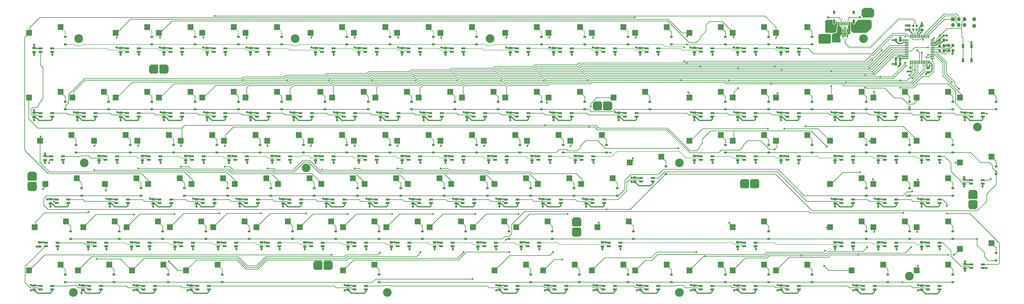
<source format=gbl>
%TF.GenerationSoftware,KiCad,Pcbnew,7.0.10*%
%TF.CreationDate,2024-01-14T19:19:27+05:30*%
%TF.ProjectId,kbd,6b62642e-6b69-4636-9164-5f7063625858,rev?*%
%TF.SameCoordinates,Original*%
%TF.FileFunction,Copper,L4,Bot*%
%TF.FilePolarity,Positive*%
%FSLAX46Y46*%
G04 Gerber Fmt 4.6, Leading zero omitted, Abs format (unit mm)*
G04 Created by KiCad (PCBNEW 7.0.10) date 2024-01-14 19:19:27*
%MOMM*%
%LPD*%
G01*
G04 APERTURE LIST*
G04 Aperture macros list*
%AMRoundRect*
0 Rectangle with rounded corners*
0 $1 Rounding radius*
0 $2 $3 $4 $5 $6 $7 $8 $9 X,Y pos of 4 corners*
0 Add a 4 corners polygon primitive as box body*
4,1,4,$2,$3,$4,$5,$6,$7,$8,$9,$2,$3,0*
0 Add four circle primitives for the rounded corners*
1,1,$1+$1,$2,$3*
1,1,$1+$1,$4,$5*
1,1,$1+$1,$6,$7*
1,1,$1+$1,$8,$9*
0 Add four rect primitives between the rounded corners*
20,1,$1+$1,$2,$3,$4,$5,0*
20,1,$1+$1,$4,$5,$6,$7,0*
20,1,$1+$1,$6,$7,$8,$9,0*
20,1,$1+$1,$8,$9,$2,$3,0*%
G04 Aperture macros list end*
%TA.AperFunction,ConnectorPad*%
%ADD10C,3.800000*%
%TD*%
%TA.AperFunction,ComponentPad*%
%ADD11C,2.600000*%
%TD*%
%TA.AperFunction,SMDPad,CuDef*%
%ADD12R,2.550000X2.500000*%
%TD*%
%TA.AperFunction,SMDPad,CuDef*%
%ADD13RoundRect,0.225000X0.375000X-0.225000X0.375000X0.225000X-0.375000X0.225000X-0.375000X-0.225000X0*%
%TD*%
%TA.AperFunction,SMDPad,CuDef*%
%ADD14RoundRect,0.250000X0.475000X-0.250000X0.475000X0.250000X-0.475000X0.250000X-0.475000X-0.250000X0*%
%TD*%
%TA.AperFunction,SMDPad,CuDef*%
%ADD15RoundRect,0.250000X-0.475000X0.250000X-0.475000X-0.250000X0.475000X-0.250000X0.475000X0.250000X0*%
%TD*%
%TA.AperFunction,SMDPad,CuDef*%
%ADD16R,1.500000X1.500000*%
%TD*%
%TA.AperFunction,SMDPad,CuDef*%
%ADD17R,1.700000X0.820000*%
%TD*%
%TA.AperFunction,SMDPad,CuDef*%
%ADD18RoundRect,0.205000X-0.645000X-0.205000X0.645000X-0.205000X0.645000X0.205000X-0.645000X0.205000X0*%
%TD*%
%TA.AperFunction,SMDPad,CuDef*%
%ADD19RoundRect,0.205000X0.645000X0.205000X-0.645000X0.205000X-0.645000X-0.205000X0.645000X-0.205000X0*%
%TD*%
%TA.AperFunction,SMDPad,CuDef*%
%ADD20RoundRect,0.250000X-0.325000X-1.100000X0.325000X-1.100000X0.325000X1.100000X-0.325000X1.100000X0*%
%TD*%
%TA.AperFunction,SMDPad,CuDef*%
%ADD21RoundRect,0.250000X0.250000X0.475000X-0.250000X0.475000X-0.250000X-0.475000X0.250000X-0.475000X0*%
%TD*%
%TA.AperFunction,SMDPad,CuDef*%
%ADD22RoundRect,0.250000X0.262500X0.450000X-0.262500X0.450000X-0.262500X-0.450000X0.262500X-0.450000X0*%
%TD*%
%TA.AperFunction,SMDPad,CuDef*%
%ADD23R,0.550000X1.500000*%
%TD*%
%TA.AperFunction,SMDPad,CuDef*%
%ADD24R,1.500000X0.550000*%
%TD*%
%TA.AperFunction,SMDPad,CuDef*%
%ADD25RoundRect,0.250000X1.100000X-0.325000X1.100000X0.325000X-1.100000X0.325000X-1.100000X-0.325000X0*%
%TD*%
%TA.AperFunction,SMDPad,CuDef*%
%ADD26RoundRect,0.200000X-0.275000X0.200000X-0.275000X-0.200000X0.275000X-0.200000X0.275000X0.200000X0*%
%TD*%
%TA.AperFunction,SMDPad,CuDef*%
%ADD27RoundRect,0.150000X-0.150000X0.512500X-0.150000X-0.512500X0.150000X-0.512500X0.150000X0.512500X0*%
%TD*%
%TA.AperFunction,SMDPad,CuDef*%
%ADD28R,1.100000X1.800000*%
%TD*%
%TA.AperFunction,ComponentPad*%
%ADD29R,1.700000X1.700000*%
%TD*%
%TA.AperFunction,ComponentPad*%
%ADD30O,1.700000X1.700000*%
%TD*%
%TA.AperFunction,SMDPad,CuDef*%
%ADD31R,1.200000X1.400000*%
%TD*%
%TA.AperFunction,SMDPad,CuDef*%
%ADD32RoundRect,0.250000X0.325000X1.100000X-0.325000X1.100000X-0.325000X-1.100000X0.325000X-1.100000X0*%
%TD*%
%TA.AperFunction,SMDPad,CuDef*%
%ADD33RoundRect,0.200000X0.275000X-0.200000X0.275000X0.200000X-0.275000X0.200000X-0.275000X-0.200000X0*%
%TD*%
%TA.AperFunction,SMDPad,CuDef*%
%ADD34RoundRect,0.250000X-1.100000X0.325000X-1.100000X-0.325000X1.100000X-0.325000X1.100000X0.325000X0*%
%TD*%
%TA.AperFunction,SMDPad,CuDef*%
%ADD35R,0.600000X1.450000*%
%TD*%
%TA.AperFunction,SMDPad,CuDef*%
%ADD36R,0.300000X1.450000*%
%TD*%
%TA.AperFunction,ComponentPad*%
%ADD37O,1.000000X1.600000*%
%TD*%
%TA.AperFunction,ComponentPad*%
%ADD38O,1.000000X2.100000*%
%TD*%
%TA.AperFunction,SMDPad,CuDef*%
%ADD39RoundRect,0.250000X-0.250000X-0.475000X0.250000X-0.475000X0.250000X0.475000X-0.250000X0.475000X0*%
%TD*%
%TA.AperFunction,SMDPad,CuDef*%
%ADD40RoundRect,0.200000X0.200000X0.275000X-0.200000X0.275000X-0.200000X-0.275000X0.200000X-0.275000X0*%
%TD*%
%TA.AperFunction,ViaPad*%
%ADD41C,0.800000*%
%TD*%
%TA.AperFunction,ViaPad*%
%ADD42C,1.000000*%
%TD*%
%TA.AperFunction,Conductor*%
%ADD43C,0.250000*%
%TD*%
%TA.AperFunction,Conductor*%
%ADD44C,0.200000*%
%TD*%
%TA.AperFunction,Conductor*%
%ADD45C,0.500000*%
%TD*%
%TA.AperFunction,Conductor*%
%ADD46C,0.300000*%
%TD*%
G04 APERTURE END LIST*
D10*
%TO.P,H12,1*%
%TO.N,N/C*%
X373856250Y-173831250D03*
D11*
X373856250Y-173831250D03*
%TD*%
D10*
%TO.P,H11,1*%
%TO.N,N/C*%
X209550000Y-176022000D03*
D11*
X209550000Y-176022000D03*
%TD*%
D10*
%TO.P,H10,1*%
%TO.N,N/C*%
X109537500Y-119062500D03*
D11*
X109537500Y-119062500D03*
%TD*%
D10*
%TO.P,H9,1*%
%TO.N,N/C*%
X504952000Y-157988000D03*
D11*
X504952000Y-157988000D03*
%TD*%
D10*
%TO.P,H8,1*%
%TO.N,N/C*%
X245268750Y-230981250D03*
D11*
X245268750Y-230981250D03*
%TD*%
D10*
%TO.P,H7,1*%
%TO.N,N/C*%
X474980000Y-223837500D03*
D11*
X474980000Y-223837500D03*
%TD*%
D10*
%TO.P,H6,1*%
%TO.N,N/C*%
X111918750Y-173831250D03*
D11*
X111918750Y-173831250D03*
%TD*%
D10*
%TO.P,H5,1*%
%TO.N,N/C*%
X373856250Y-230981250D03*
D11*
X373856250Y-230981250D03*
%TD*%
D10*
%TO.P,H4,1*%
%TO.N,N/C*%
X107156250Y-230981250D03*
D11*
X107156250Y-230981250D03*
%TD*%
D10*
%TO.P,H3,1*%
%TO.N,N/C*%
X290512500Y-119062500D03*
D11*
X290512500Y-119062500D03*
%TD*%
D10*
%TO.P,H2,1*%
%TO.N,N/C*%
X204787500Y-119062500D03*
D11*
X204787500Y-119062500D03*
%TD*%
D10*
%TO.P,H1,1*%
%TO.N,N/C*%
X454818750Y-119062500D03*
D11*
X454818750Y-119062500D03*
%TD*%
D12*
%TO.P,SW68,1,1*%
%TO.N,COL7*%
X273427500Y-183197500D03*
%TO.P,SW68,2,2*%
%TO.N,Net-(D68-A)*%
X287277500Y-180657500D03*
%TD*%
%TO.P,SW32,1,1*%
%TO.N,COL7*%
X397252500Y-145097500D03*
%TO.P,SW32,2,2*%
%TO.N,Net-(D32-A)*%
X411102500Y-142557500D03*
%TD*%
%TO.P,SW76,1,1*%
%TO.N,COL3*%
X111502500Y-202247500D03*
%TO.P,SW76,2,2*%
%TO.N,Net-(D76-A)*%
X125352500Y-199707500D03*
%TD*%
%TO.P,SW63,1,1*%
%TO.N,COL2*%
X178177500Y-183197500D03*
%TO.P,SW63,2,2*%
%TO.N,Net-(D63-A)*%
X192027500Y-180657500D03*
%TD*%
%TO.P,SW105,1,1*%
%TO.N,COL8*%
X449640000Y-221297500D03*
%TO.P,SW105,2,2*%
%TO.N,Net-(D105-A)*%
X463490000Y-218757500D03*
%TD*%
%TO.P,SW15,1,1*%
%TO.N,COL2*%
X397252500Y-116522500D03*
%TO.P,SW15,2,2*%
%TO.N,Net-(D15-A)*%
X411102500Y-113982500D03*
%TD*%
%TO.P,SW51,1,1*%
%TO.N,COL2*%
X352008750Y-173672500D03*
%TO.P,SW51,2,2*%
%TO.N,Net-(D51-A)*%
X365858750Y-171132500D03*
%TD*%
%TO.P,SW61,1,1*%
%TO.N,COL0*%
X140077500Y-183197500D03*
%TO.P,SW61,2,2*%
%TO.N,Net-(D61-A)*%
X153927500Y-180657500D03*
%TD*%
%TO.P,SW78,1,1*%
%TO.N,COL5*%
X149602500Y-202247500D03*
%TO.P,SW78,2,2*%
%TO.N,Net-(D78-A)*%
X163452500Y-199707500D03*
%TD*%
%TO.P,SW65,1,1*%
%TO.N,COL4*%
X216277500Y-183197500D03*
%TO.P,SW65,2,2*%
%TO.N,Net-(D65-A)*%
X230127500Y-180657500D03*
%TD*%
%TO.P,SW77,1,1*%
%TO.N,COL4*%
X130552500Y-202247500D03*
%TO.P,SW77,2,2*%
%TO.N,Net-(D77-A)*%
X144402500Y-199707500D03*
%TD*%
%TO.P,SW104,1,1*%
%TO.N,COL7*%
X416302500Y-221297500D03*
%TO.P,SW104,2,2*%
%TO.N,Net-(D104-A)*%
X430152500Y-218757500D03*
%TD*%
%TO.P,SW12,1,1*%
%TO.N,COL11*%
X335340000Y-116522500D03*
%TO.P,SW12,2,2*%
%TO.N,Net-(D12-A)*%
X349190000Y-113982500D03*
%TD*%
%TO.P,SW31,1,1*%
%TO.N,COL6*%
X378202500Y-145097500D03*
%TO.P,SW31,2,2*%
%TO.N,Net-(D31-A)*%
X392052500Y-142557500D03*
%TD*%
%TO.P,SW80,1,1*%
%TO.N,COL7*%
X187702500Y-202247500D03*
%TO.P,SW80,2,2*%
%TO.N,Net-(D80-A)*%
X201552500Y-199707500D03*
%TD*%
%TO.P,SW6,1,1*%
%TO.N,COL5*%
X211515000Y-116522500D03*
%TO.P,SW6,2,2*%
%TO.N,Net-(D6-A)*%
X225365000Y-113982500D03*
%TD*%
%TO.P,SW11,1,1*%
%TO.N,COL10*%
X316290000Y-116522500D03*
%TO.P,SW11,2,2*%
%TO.N,Net-(D11-A)*%
X330140000Y-113982500D03*
%TD*%
%TO.P,SW87,1,1*%
%TO.N,COL2*%
X337721250Y-202247500D03*
%TO.P,SW87,2,2*%
%TO.N,Net-(D87-A)*%
X351571250Y-199707500D03*
%TD*%
%TO.P,SW46,1,1*%
%TO.N,COL9*%
X249615000Y-164147500D03*
%TO.P,SW46,2,2*%
%TO.N,Net-(D46-A)*%
X263465000Y-161607500D03*
%TD*%
%TO.P,SW17,1,1*%
%TO.N,COL4*%
X87690000Y-145097500D03*
%TO.P,SW17,2,2*%
%TO.N,Net-(D17-A)*%
X101540000Y-142557500D03*
%TD*%
%TO.P,SW25,1,1*%
%TO.N,COL0*%
X240090000Y-145097500D03*
%TO.P,SW25,2,2*%
%TO.N,Net-(D25-A)*%
X253940000Y-142557500D03*
%TD*%
%TO.P,SW22,1,1*%
%TO.N,COL9*%
X182940000Y-145097500D03*
%TO.P,SW22,2,2*%
%TO.N,Net-(D22-A)*%
X196790000Y-142557500D03*
%TD*%
%TO.P,SW60,1,1*%
%TO.N,COL11*%
X121027500Y-183197500D03*
%TO.P,SW60,2,2*%
%TO.N,Net-(D60-A)*%
X134877500Y-180657500D03*
%TD*%
%TO.P,SW74,1,1*%
%TO.N,COL1*%
X478215000Y-183197500D03*
%TO.P,SW74,2,2*%
%TO.N,Net-(D74-A)*%
X492065000Y-180657500D03*
%TD*%
%TO.P,SW13,1,1*%
%TO.N,COL0*%
X354390000Y-116522500D03*
%TO.P,SW13,2,2*%
%TO.N,Net-(D13-A)*%
X368240000Y-113982500D03*
%TD*%
%TO.P,SW29,1,1*%
%TO.N,COL4*%
X316290000Y-145097500D03*
%TO.P,SW29,2,2*%
%TO.N,Net-(D29-A)*%
X330140000Y-142557500D03*
%TD*%
%TO.P,SW66,1,1*%
%TO.N,COL5*%
X235327500Y-183197500D03*
%TO.P,SW66,2,2*%
%TO.N,Net-(D66-A)*%
X249177500Y-180657500D03*
%TD*%
%TO.P,SW93,1,1*%
%TO.N,COL8*%
X87690000Y-221297500D03*
%TO.P,SW93,2,2*%
%TO.N,Net-(D93-A)*%
X101540000Y-218757500D03*
%TD*%
%TO.P,SW8,1,1*%
%TO.N,COL7*%
X249615000Y-116522500D03*
%TO.P,SW8,2,2*%
%TO.N,Net-(D8-A)*%
X263465000Y-113982500D03*
%TD*%
%TO.P,SW64,1,1*%
%TO.N,COL3*%
X197227500Y-183197500D03*
%TO.P,SW64,2,2*%
%TO.N,Net-(D64-A)*%
X211077500Y-180657500D03*
%TD*%
%TO.P,SW44,1,1*%
%TO.N,COL7*%
X211515000Y-164147500D03*
%TO.P,SW44,2,2*%
%TO.N,Net-(D44-A)*%
X225365000Y-161607500D03*
%TD*%
%TO.P,SW16,1,1*%
%TO.N,COL3*%
X416302500Y-116522500D03*
%TO.P,SW16,2,2*%
%TO.N,Net-(D16-A)*%
X430152500Y-113982500D03*
%TD*%
%TO.P,SW42,1,1*%
%TO.N,COL5*%
X173415000Y-164147500D03*
%TO.P,SW42,2,2*%
%TO.N,Net-(D42-A)*%
X187265000Y-161607500D03*
%TD*%
%TO.P,SW49,1,1*%
%TO.N,COL0*%
X306765000Y-164147500D03*
%TO.P,SW49,2,2*%
%TO.N,Net-(D49-A)*%
X320615000Y-161607500D03*
%TD*%
%TO.P,SW38,1,1*%
%TO.N,COL1*%
X92452500Y-164147500D03*
%TO.P,SW38,2,2*%
%TO.N,Net-(D38-A)*%
X106302500Y-161607500D03*
%TD*%
%TO.P,SW99,1,1*%
%TO.N,COL2*%
X313908750Y-221297500D03*
%TO.P,SW99,2,2*%
%TO.N,Net-(D99-A)*%
X327758750Y-218757500D03*
%TD*%
%TO.P,SW10,1,1*%
%TO.N,COL9*%
X297240000Y-116522500D03*
%TO.P,SW10,2,2*%
%TO.N,Net-(D10-A)*%
X311090000Y-113982500D03*
%TD*%
%TO.P,SW98,1,1*%
%TO.N,COL1*%
X292477500Y-221297500D03*
%TO.P,SW98,2,2*%
%TO.N,Net-(D98-A)*%
X306327500Y-218757500D03*
%TD*%
%TO.P,SW14,1,1*%
%TO.N,COL1*%
X378202500Y-116522500D03*
%TO.P,SW14,2,2*%
%TO.N,Net-(D14-A)*%
X392052500Y-113982500D03*
%TD*%
%TO.P,SW101,1,1*%
%TO.N,COL4*%
X354390000Y-221297500D03*
%TO.P,SW101,2,2*%
%TO.N,Net-(D101-A)*%
X368240000Y-218757500D03*
%TD*%
%TO.P,SW24,1,1*%
%TO.N,COL11*%
X221040000Y-145097500D03*
%TO.P,SW24,2,2*%
%TO.N,Net-(D24-A)*%
X234890000Y-142557500D03*
%TD*%
%TO.P,SW103,1,1*%
%TO.N,COL6*%
X397252500Y-221297500D03*
%TO.P,SW103,2,2*%
%TO.N,Net-(D103-A)*%
X411102500Y-218757500D03*
%TD*%
%TO.P,SW54,1,1*%
%TO.N,COL5*%
X416302500Y-164147500D03*
%TO.P,SW54,2,2*%
%TO.N,Net-(D54-A)*%
X430152500Y-161607500D03*
%TD*%
%TO.P,SW50,1,1*%
%TO.N,COL1*%
X325815000Y-164147500D03*
%TO.P,SW50,2,2*%
%TO.N,Net-(D50-A)*%
X339665000Y-161607500D03*
%TD*%
%TO.P,SW82,1,1*%
%TO.N,COL9*%
X225802500Y-202247500D03*
%TO.P,SW82,2,2*%
%TO.N,Net-(D82-A)*%
X239652500Y-199707500D03*
%TD*%
%TO.P,SW89,1,1*%
%TO.N,COL4*%
X440115000Y-202247500D03*
%TO.P,SW89,2,2*%
%TO.N,Net-(D89-A)*%
X453965000Y-199707500D03*
%TD*%
%TO.P,SW88,1,1*%
%TO.N,COL3*%
X397252500Y-202247500D03*
%TO.P,SW88,2,2*%
%TO.N,Net-(D88-A)*%
X411102500Y-199707500D03*
%TD*%
%TO.P,SW41,1,1*%
%TO.N,COL4*%
X154365000Y-164147500D03*
%TO.P,SW41,2,2*%
%TO.N,Net-(D41-A)*%
X168215000Y-161607500D03*
%TD*%
%TO.P,SW2,1,1*%
%TO.N,COL1*%
X125790000Y-116522500D03*
%TO.P,SW2,2,2*%
%TO.N,Net-(D2-A)*%
X139640000Y-113982500D03*
%TD*%
%TO.P,SW28,1,1*%
%TO.N,COL3*%
X297240000Y-145097500D03*
%TO.P,SW28,2,2*%
%TO.N,Net-(D28-A)*%
X311090000Y-142557500D03*
%TD*%
%TO.P,SW100,1,1*%
%TO.N,COL3*%
X335340000Y-221297500D03*
%TO.P,SW100,2,2*%
%TO.N,Net-(D100-A)*%
X349190000Y-218757500D03*
%TD*%
%TO.P,SW20,1,1*%
%TO.N,COL7*%
X144840000Y-145097500D03*
%TO.P,SW20,2,2*%
%TO.N,Net-(D20-A)*%
X158690000Y-142557500D03*
%TD*%
%TO.P,SW30,1,1*%
%TO.N,COL5*%
X344865000Y-145097500D03*
%TO.P,SW30,2,2*%
%TO.N,Net-(D30-A)*%
X358715000Y-142557500D03*
%TD*%
%TO.P,SW37,1,1*%
%TO.N,COL0*%
X497265000Y-145097500D03*
%TO.P,SW37,2,2*%
%TO.N,Net-(D37-A)*%
X511115000Y-142557500D03*
%TD*%
%TO.P,SW71,1,1*%
%TO.N,COL10*%
X330577500Y-183197500D03*
%TO.P,SW71,2,2*%
%TO.N,Net-(D71-A)*%
X344427500Y-180657500D03*
%TD*%
%TO.P,SW26,1,1*%
%TO.N,COL1*%
X259140000Y-145097500D03*
%TO.P,SW26,2,2*%
%TO.N,Net-(D26-A)*%
X272990000Y-142557500D03*
%TD*%
%TO.P,SW90,1,1*%
%TO.N,COL5*%
X459165000Y-202247500D03*
%TO.P,SW90,2,2*%
%TO.N,Net-(D90-A)*%
X473015000Y-199707500D03*
%TD*%
%TO.P,SW91,1,1*%
%TO.N,COL6*%
X478215000Y-202247500D03*
%TO.P,SW91,2,2*%
%TO.N,Net-(D91-A)*%
X492065000Y-199707500D03*
%TD*%
%TO.P,SW36,1,1*%
%TO.N,COL11*%
X478215000Y-145097500D03*
%TO.P,SW36,2,2*%
%TO.N,Net-(D36-A)*%
X492065000Y-142557500D03*
%TD*%
%TO.P,SW9,1,1*%
%TO.N,COL8*%
X268665000Y-116522500D03*
%TO.P,SW9,2,2*%
%TO.N,Net-(D9-A)*%
X282515000Y-113982500D03*
%TD*%
%TO.P,SW84,1,1*%
%TO.N,COL11*%
X263902500Y-202247500D03*
%TO.P,SW84,2,2*%
%TO.N,Net-(D84-A)*%
X277752500Y-199707500D03*
%TD*%
%TO.P,SW53,1,1*%
%TO.N,COL4*%
X397252500Y-164147500D03*
%TO.P,SW53,2,2*%
%TO.N,Net-(D53-A)*%
X411102500Y-161607500D03*
%TD*%
%TO.P,SW5,1,1*%
%TO.N,COL4*%
X182940000Y-116522500D03*
%TO.P,SW5,2,2*%
%TO.N,Net-(D5-A)*%
X196790000Y-113982500D03*
%TD*%
%TO.P,SW43,1,1*%
%TO.N,COL6*%
X192465000Y-164147500D03*
%TO.P,SW43,2,2*%
%TO.N,Net-(D43-A)*%
X206315000Y-161607500D03*
%TD*%
%TO.P,SW40,1,1*%
%TO.N,COL3*%
X135315000Y-164147500D03*
%TO.P,SW40,2,2*%
%TO.N,Net-(D40-A)*%
X149165000Y-161607500D03*
%TD*%
%TO.P,SW96,1,1*%
%TO.N,COL11*%
X156746250Y-221297500D03*
%TO.P,SW96,2,2*%
%TO.N,Net-(D96-A)*%
X170596250Y-218757500D03*
%TD*%
%TO.P,SW1,1,1*%
%TO.N,COL0*%
X87690000Y-116522500D03*
%TO.P,SW1,2,2*%
%TO.N,Net-(D1-A)*%
X101540000Y-113982500D03*
%TD*%
%TO.P,SW62,1,1*%
%TO.N,COL1*%
X159127500Y-183197500D03*
%TO.P,SW62,2,2*%
%TO.N,Net-(D62-A)*%
X172977500Y-180657500D03*
%TD*%
%TO.P,SW72,1,1*%
%TO.N,COL11*%
X440115000Y-183197500D03*
%TO.P,SW72,2,2*%
%TO.N,Net-(D72-A)*%
X453965000Y-180657500D03*
%TD*%
%TO.P,SW94,2,2*%
%TO.N,Net-(D94-A)*%
X122971250Y-218757500D03*
%TO.P,SW94,1,1*%
%TO.N,COL9*%
X109121250Y-221297500D03*
%TD*%
%TO.P,SW33,1,1*%
%TO.N,COL8*%
X416302500Y-145097500D03*
%TO.P,SW33,2,2*%
%TO.N,Net-(D33-A)*%
X430152500Y-142557500D03*
%TD*%
%TO.P,SW56,1,1*%
%TO.N,COL7*%
X459165000Y-164147500D03*
%TO.P,SW56,2,2*%
%TO.N,Net-(D56-A)*%
X473015000Y-161607500D03*
%TD*%
%TO.P,SW92,1,1*%
%TO.N,COL7*%
X497265000Y-211772500D03*
%TO.P,SW92,2,2*%
%TO.N,Net-(D92-A)*%
X511115000Y-209232500D03*
%TD*%
%TO.P,SW70,1,1*%
%TO.N,COL9*%
X311527500Y-183197500D03*
%TO.P,SW70,2,2*%
%TO.N,Net-(D70-A)*%
X325377500Y-180657500D03*
%TD*%
%TO.P,SW18,1,1*%
%TO.N,COL5*%
X106740000Y-145097500D03*
%TO.P,SW18,2,2*%
%TO.N,Net-(D18-A)*%
X120590000Y-142557500D03*
%TD*%
%TO.P,SW39,1,1*%
%TO.N,COL2*%
X116265000Y-164147500D03*
%TO.P,SW39,2,2*%
%TO.N,Net-(D39-A)*%
X130115000Y-161607500D03*
%TD*%
%TO.P,SW73,1,1*%
%TO.N,COL0*%
X459165000Y-183197500D03*
%TO.P,SW73,2,2*%
%TO.N,Net-(D73-A)*%
X473015000Y-180657500D03*
%TD*%
%TO.P,SW102,1,1*%
%TO.N,COL5*%
X378202500Y-221297500D03*
%TO.P,SW102,2,2*%
%TO.N,Net-(D102-A)*%
X392052500Y-218757500D03*
%TD*%
%TO.P,SW79,1,1*%
%TO.N,COL6*%
X168652500Y-202247500D03*
%TO.P,SW79,2,2*%
%TO.N,Net-(D79-A)*%
X182502500Y-199707500D03*
%TD*%
%TO.P,SW97,1,1*%
%TO.N,COL0*%
X225802500Y-221297500D03*
%TO.P,SW97,2,2*%
%TO.N,Net-(D97-A)*%
X239652500Y-218757500D03*
%TD*%
%TO.P,SW55,1,1*%
%TO.N,COL6*%
X440115000Y-164147500D03*
%TO.P,SW55,2,2*%
%TO.N,Net-(D55-A)*%
X453965000Y-161607500D03*
%TD*%
%TO.P,SW57,1,1*%
%TO.N,COL8*%
X478215000Y-164147500D03*
%TO.P,SW57,2,2*%
%TO.N,Net-(D57-A)*%
X492065000Y-161607500D03*
%TD*%
%TO.P,SW52,1,1*%
%TO.N,COL3*%
X378202500Y-164147500D03*
%TO.P,SW52,2,2*%
%TO.N,Net-(D52-A)*%
X392052500Y-161607500D03*
%TD*%
%TO.P,SW58,1,1*%
%TO.N,COL9*%
X497265000Y-173672500D03*
%TO.P,SW58,2,2*%
%TO.N,Net-(D58-A)*%
X511115000Y-171132500D03*
%TD*%
%TO.P,SW59,1,1*%
%TO.N,COL10*%
X94833750Y-183197500D03*
%TO.P,SW59,2,2*%
%TO.N,Net-(D59-A)*%
X108683750Y-180657500D03*
%TD*%
%TO.P,SW23,1,1*%
%TO.N,COL10*%
X201990000Y-145097500D03*
%TO.P,SW23,2,2*%
%TO.N,Net-(D23-A)*%
X215840000Y-142557500D03*
%TD*%
%TO.P,SW4,1,1*%
%TO.N,COL3*%
X163890000Y-116522500D03*
%TO.P,SW4,2,2*%
%TO.N,Net-(D4-A)*%
X177740000Y-113982500D03*
%TD*%
%TO.P,SW48,1,1*%
%TO.N,COL11*%
X287715000Y-164147500D03*
%TO.P,SW48,2,2*%
%TO.N,Net-(D48-A)*%
X301565000Y-161607500D03*
%TD*%
%TO.P,SW19,1,1*%
%TO.N,COL6*%
X125790000Y-145097500D03*
%TO.P,SW19,2,2*%
%TO.N,Net-(D19-A)*%
X139640000Y-142557500D03*
%TD*%
%TO.P,SW47,1,1*%
%TO.N,COL10*%
X268665000Y-164147500D03*
%TO.P,SW47,2,2*%
%TO.N,Net-(D47-A)*%
X282515000Y-161607500D03*
%TD*%
%TO.P,SW81,1,1*%
%TO.N,COL8*%
X206752500Y-202247500D03*
%TO.P,SW81,2,2*%
%TO.N,Net-(D81-A)*%
X220602500Y-199707500D03*
%TD*%
%TO.P,SW67,1,1*%
%TO.N,COL6*%
X254377500Y-183197500D03*
%TO.P,SW67,2,2*%
%TO.N,Net-(D67-A)*%
X268227500Y-180657500D03*
%TD*%
%TO.P,SW7,1,1*%
%TO.N,COL6*%
X230565000Y-116522500D03*
%TO.P,SW7,2,2*%
%TO.N,Net-(D7-A)*%
X244415000Y-113982500D03*
%TD*%
%TO.P,SW21,1,1*%
%TO.N,COL8*%
X163890000Y-145097500D03*
%TO.P,SW21,2,2*%
%TO.N,Net-(D21-A)*%
X177740000Y-142557500D03*
%TD*%
%TO.P,SW75,1,1*%
%TO.N,COL2*%
X90071250Y-202247500D03*
%TO.P,SW75,2,2*%
%TO.N,Net-(D75-A)*%
X103921250Y-199707500D03*
%TD*%
%TO.P,SW106,1,1*%
%TO.N,COL9*%
X478215000Y-221297500D03*
%TO.P,SW106,2,2*%
%TO.N,Net-(D106-A)*%
X492065000Y-218757500D03*
%TD*%
%TO.P,SW83,1,1*%
%TO.N,COL10*%
X244852500Y-202247500D03*
%TO.P,SW83,2,2*%
%TO.N,Net-(D83-A)*%
X258702500Y-199707500D03*
%TD*%
%TO.P,SW69,1,1*%
%TO.N,COL8*%
X292477500Y-183197500D03*
%TO.P,SW69,2,2*%
%TO.N,Net-(D69-A)*%
X306327500Y-180657500D03*
%TD*%
%TO.P,SW85,1,1*%
%TO.N,COL0*%
X282952500Y-202247500D03*
%TO.P,SW85,2,2*%
%TO.N,Net-(D85-A)*%
X296802500Y-199707500D03*
%TD*%
%TO.P,SW95,1,1*%
%TO.N,COL10*%
X132933750Y-221297500D03*
%TO.P,SW95,2,2*%
%TO.N,Net-(D95-A)*%
X146783750Y-218757500D03*
%TD*%
%TO.P,SW3,1,1*%
%TO.N,COL2*%
X144840000Y-116522500D03*
%TO.P,SW3,2,2*%
%TO.N,Net-(D3-A)*%
X158690000Y-113982500D03*
%TD*%
%TO.P,SW34,1,1*%
%TO.N,COL9*%
X440115000Y-145097500D03*
%TO.P,SW34,2,2*%
%TO.N,Net-(D34-A)*%
X453965000Y-142557500D03*
%TD*%
%TO.P,SW86,1,1*%
%TO.N,COL1*%
X302002500Y-202247500D03*
%TO.P,SW86,2,2*%
%TO.N,Net-(D86-A)*%
X315852500Y-199707500D03*
%TD*%
%TO.P,SW27,1,1*%
%TO.N,COL2*%
X278190000Y-145097500D03*
%TO.P,SW27,2,2*%
%TO.N,Net-(D27-A)*%
X292040000Y-142557500D03*
%TD*%
%TO.P,SW35,1,1*%
%TO.N,COL10*%
X459165000Y-145097500D03*
%TO.P,SW35,2,2*%
%TO.N,Net-(D35-A)*%
X473015000Y-142557500D03*
%TD*%
%TO.P,SW45,1,1*%
%TO.N,COL8*%
X230565000Y-164147500D03*
%TO.P,SW45,2,2*%
%TO.N,Net-(D45-A)*%
X244415000Y-161607500D03*
%TD*%
D13*
%TO.P,D62,1,K*%
%TO.N,ROW5*%
X175021584Y-188280312D03*
%TO.P,D62,2,A*%
%TO.N,Net-(D62-A)*%
X175021584Y-184980312D03*
%TD*%
D14*
%TO.P,C12,1*%
%TO.N,GND*%
X418491880Y-125057352D03*
%TO.P,C12,2*%
%TO.N,+5V*%
X418491880Y-123157352D03*
%TD*%
D13*
%TO.P,D55,1,K*%
%TO.N,ROW4*%
X456009044Y-169230328D03*
%TO.P,D55,2,A*%
%TO.N,Net-(D55-A)*%
X456009044Y-165930328D03*
%TD*%
%TO.P,D11,1,K*%
%TO.N,ROW0*%
X332184288Y-121605368D03*
%TO.P,D11,2,A*%
%TO.N,Net-(D11-A)*%
X332184288Y-118305368D03*
%TD*%
D15*
%TO.P,C36,1*%
%TO.N,GND*%
X204192768Y-151747528D03*
%TO.P,C36,2*%
%TO.N,+5V*%
X204192768Y-153647528D03*
%TD*%
D13*
%TO.P,D70,1,K*%
%TO.N,ROW5*%
X327421584Y-188280312D03*
%TO.P,D70,2,A*%
%TO.N,Net-(D70-A)*%
X327421584Y-184980312D03*
%TD*%
D16*
%TO.P,TP1,1,1*%
%TO.N,+5V*%
X503500000Y-110500000D03*
%TD*%
D17*
%TO.P,U9,1,VDD*%
%TO.N,+5V*%
X302249872Y-123372552D03*
%TO.P,U9,2,DOUT*%
%TO.N,/ARGB LED STRING/Dout7*%
X302249872Y-124872552D03*
D18*
%TO.P,U9,3,GND*%
%TO.N,GND*%
X307349872Y-124872552D03*
D17*
%TO.P,U9,4,DIN*%
%TO.N,/ARGB LED STRING/Dout6*%
X307349872Y-123372552D03*
%TD*%
D13*
%TO.P,D29,1,K*%
%TO.N,ROW2*%
X332184096Y-150180344D03*
%TO.P,D29,2,A*%
%TO.N,Net-(D29-A)*%
X332184096Y-146880344D03*
%TD*%
D15*
%TO.P,C87,1*%
%TO.N,GND*%
X354210640Y-180322504D03*
%TO.P,C87,2*%
%TO.N,+5V*%
X354210640Y-182222504D03*
%TD*%
D13*
%TO.P,D60,1,K*%
%TO.N,ROW4*%
X136921584Y-188280312D03*
%TO.P,D60,2,A*%
%TO.N,Net-(D60-A)*%
X136921584Y-184980312D03*
%TD*%
D14*
%TO.P,C26,1*%
%TO.N,GND*%
X147042080Y-125072552D03*
%TO.P,C26,2*%
%TO.N,+5V*%
X147042080Y-123172552D03*
%TD*%
D17*
%TO.P,U101,1,VDD*%
%TO.N,+5V*%
X324019592Y-229647464D03*
%TO.P,U101,2,DOUT*%
%TO.N,/ARGB LED STRING/Dout99*%
X324019592Y-228147464D03*
D19*
%TO.P,U101,3,GND*%
%TO.N,GND*%
X318919592Y-228147464D03*
D17*
%TO.P,U101,4,DIN*%
%TO.N,/ARGB LED STRING/Dout98*%
X318919592Y-229647464D03*
%TD*%
D20*
%TO.P,C103,1*%
%TO.N,+5V*%
X215525000Y-219000000D03*
%TO.P,C103,2*%
%TO.N,GND*%
X218475000Y-219000000D03*
%TD*%
D21*
%TO.P,C3,1*%
%TO.N,+5V*%
X470950000Y-119750000D03*
%TO.P,C3,2*%
%TO.N,GND*%
X469050000Y-119750000D03*
%TD*%
D14*
%TO.P,C61,1*%
%TO.N,GND*%
X308966608Y-172697512D03*
%TO.P,C61,2*%
%TO.N,+5V*%
X308966608Y-170797512D03*
%TD*%
D17*
%TO.P,U61,1,VDD*%
%TO.N,+5V*%
X131137216Y-191547496D03*
%TO.P,U61,2,DOUT*%
%TO.N,/ARGB LED STRING/Dout59*%
X131137216Y-190047496D03*
D19*
%TO.P,U61,3,GND*%
%TO.N,GND*%
X126037216Y-190047496D03*
D17*
%TO.P,U61,4,DIN*%
%TO.N,/ARGB LED STRING/Dout58*%
X126037216Y-191547496D03*
%TD*%
%TO.P,U32,1,VDD*%
%TO.N,+5V*%
X354975576Y-153447528D03*
%TO.P,U32,2,DOUT*%
%TO.N,/ARGB LED STRING/Dout30*%
X354975576Y-151947528D03*
D19*
%TO.P,U32,3,GND*%
%TO.N,GND*%
X349875576Y-151947528D03*
D17*
%TO.P,U32,4,DIN*%
%TO.N,/ARGB LED STRING/Dout29*%
X349875576Y-153447528D03*
%TD*%
D13*
%TO.P,D80,1,K*%
%TO.N,ROW6*%
X203596578Y-207330296D03*
%TO.P,D80,2,A*%
%TO.N,Net-(D80-A)*%
X203596578Y-204030296D03*
%TD*%
D14*
%TO.P,C71,1*%
%TO.N,GND*%
X118466608Y-172697512D03*
%TO.P,C71,2*%
%TO.N,+5V*%
X118466608Y-170797512D03*
%TD*%
D13*
%TO.P,D7,1,K*%
%TO.N,ROW0*%
X246459288Y-121605368D03*
%TO.P,D7,2,A*%
%TO.N,Net-(D7-A)*%
X246459288Y-118305368D03*
%TD*%
D14*
%TO.P,C24,1*%
%TO.N,GND*%
X185142080Y-125072552D03*
%TO.P,C24,2*%
%TO.N,+5V*%
X185142080Y-123172552D03*
%TD*%
D17*
%TO.P,U36,1,VDD*%
%TO.N,+5V*%
X450224576Y-153447528D03*
%TO.P,U36,2,DOUT*%
%TO.N,/ARGB LED STRING/Dout34*%
X450224576Y-151947528D03*
D19*
%TO.P,U36,3,GND*%
%TO.N,GND*%
X445124576Y-151947528D03*
D17*
%TO.P,U36,4,DIN*%
%TO.N,/ARGB LED STRING/Dout33*%
X445124576Y-153447528D03*
%TD*%
D14*
%TO.P,C99,1*%
%TO.N,GND*%
X285154784Y-210797480D03*
%TO.P,C99,2*%
%TO.N,+5V*%
X285154784Y-208897480D03*
%TD*%
D17*
%TO.P,U97,1,VDD*%
%TO.N,+5V*%
X143045592Y-229647464D03*
%TO.P,U97,2,DOUT*%
%TO.N,/ARGB LED STRING/Dout95*%
X143045592Y-228147464D03*
D19*
%TO.P,U97,3,GND*%
%TO.N,GND*%
X137945592Y-228147464D03*
D17*
%TO.P,U97,4,DIN*%
%TO.N,/ARGB LED STRING/Dout94*%
X137945592Y-229647464D03*
%TD*%
D13*
%TO.P,D42,1,K*%
%TO.N,ROW3*%
X189309284Y-169230328D03*
%TO.P,D42,2,A*%
%TO.N,Net-(D42-A)*%
X189309284Y-165930328D03*
%TD*%
%TO.P,D101,1,K*%
%TO.N,ROW8*%
X370283960Y-226380280D03*
%TO.P,D101,2,A*%
%TO.N,Net-(D101-A)*%
X370283960Y-223080280D03*
%TD*%
D14*
%TO.P,C18,1*%
%TO.N,GND*%
X318492080Y-125072552D03*
%TO.P,C18,2*%
%TO.N,+5V*%
X318492080Y-123172552D03*
%TD*%
D13*
%TO.P,D95,1,K*%
%TO.N,ROW7*%
X148827710Y-226380280D03*
%TO.P,D95,2,A*%
%TO.N,Net-(D95-A)*%
X148827710Y-223080280D03*
%TD*%
D15*
%TO.P,C75,1*%
%TO.N,GND*%
X123229408Y-189847496D03*
%TO.P,C75,2*%
%TO.N,+5V*%
X123229408Y-191747496D03*
%TD*%
D17*
%TO.P,U73,1,VDD*%
%TO.N,+5V*%
X362118448Y-182022504D03*
%TO.P,U73,2,DOUT*%
%TO.N,/ARGB LED STRING/Dout71*%
X362118448Y-180522504D03*
D19*
%TO.P,U73,3,GND*%
%TO.N,GND*%
X357018448Y-180522504D03*
D17*
%TO.P,U73,4,DIN*%
%TO.N,/ARGB LED STRING/Dout70*%
X357018448Y-182022504D03*
%TD*%
%TO.P,U98,1,VDD*%
%TO.N,+5V*%
X166857592Y-229647464D03*
%TO.P,U98,2,DOUT*%
%TO.N,/ARGB LED STRING/Dout96*%
X166857592Y-228147464D03*
D19*
%TO.P,U98,3,GND*%
%TO.N,GND*%
X161757592Y-228147464D03*
D17*
%TO.P,U98,4,DIN*%
%TO.N,/ARGB LED STRING/Dout95*%
X161757592Y-229647464D03*
%TD*%
%TO.P,U48,1,VDD*%
%TO.N,+5V*%
X311774720Y-170997512D03*
%TO.P,U48,2,DOUT*%
%TO.N,/ARGB LED STRING/Dout46*%
X311774720Y-172497512D03*
D18*
%TO.P,U48,3,GND*%
%TO.N,GND*%
X316874720Y-172497512D03*
D17*
%TO.P,U48,4,DIN*%
%TO.N,/ARGB LED STRING/Dout45*%
X316874720Y-170997512D03*
%TD*%
D13*
%TO.P,D21,1,K*%
%TO.N,ROW1*%
X179784096Y-150180344D03*
%TO.P,D21,2,A*%
%TO.N,Net-(D21-A)*%
X179784096Y-146880344D03*
%TD*%
%TO.P,D59,1,K*%
%TO.N,ROW4*%
X110727834Y-188280312D03*
%TO.P,D59,2,A*%
%TO.N,Net-(D59-A)*%
X110727834Y-184980312D03*
%TD*%
D15*
%TO.P,C119,1*%
%TO.N,GND*%
X337540112Y-227947464D03*
%TO.P,C119,2*%
%TO.N,+5V*%
X337540112Y-229847464D03*
%TD*%
D13*
%TO.P,D103,1,K*%
%TO.N,ROW8*%
X413146460Y-226380280D03*
%TO.P,D103,2,A*%
%TO.N,Net-(D103-A)*%
X413146460Y-223080280D03*
%TD*%
D17*
%TO.P,U84,1,VDD*%
%TO.N,+5V*%
X287962592Y-209097480D03*
%TO.P,U84,2,DOUT*%
%TO.N,/ARGB LED STRING/Dout82*%
X287962592Y-210597480D03*
D18*
%TO.P,U84,3,GND*%
%TO.N,GND*%
X293062592Y-210597480D03*
D17*
%TO.P,U84,4,DIN*%
%TO.N,/ARGB LED STRING/Dout81*%
X293062592Y-209097480D03*
%TD*%
%TO.P,U89,1,VDD*%
%TO.N,+5V*%
X192712592Y-209097480D03*
%TO.P,U89,2,DOUT*%
%TO.N,/ARGB LED STRING/Dout87*%
X192712592Y-210597480D03*
D18*
%TO.P,U89,3,GND*%
%TO.N,GND*%
X197812592Y-210597480D03*
D17*
%TO.P,U89,4,DIN*%
%TO.N,/ARGB LED STRING/Dout86*%
X197812592Y-209097480D03*
%TD*%
D22*
%TO.P,FB1,1*%
%TO.N,/VBUS*%
X441662500Y-119750000D03*
%TO.P,FB1,2*%
%TO.N,+5V*%
X439837500Y-119750000D03*
%TD*%
D21*
%TO.P,C7,1*%
%TO.N,GND*%
X490200000Y-124500000D03*
%TO.P,C7,2*%
%TO.N,/XTAL_1*%
X488300000Y-124500000D03*
%TD*%
D13*
%TO.P,D74,1,K*%
%TO.N,ROW6*%
X494108960Y-188280312D03*
%TO.P,D74,2,A*%
%TO.N,Net-(D74-A)*%
X494108960Y-184980312D03*
%TD*%
D15*
%TO.P,C86,1*%
%TO.N,GND*%
X332779408Y-189847496D03*
%TO.P,C86,2*%
%TO.N,+5V*%
X332779408Y-191747496D03*
%TD*%
D23*
%TO.P,U1,1,PE6*%
%TO.N,ARGB_Din*%
X475500000Y-118050000D03*
%TO.P,U1,2,UVCC*%
%TO.N,+5V*%
X476300000Y-118050000D03*
%TO.P,U1,3,D-*%
%TO.N,/USB_D_N*%
X477100000Y-118050000D03*
%TO.P,U1,4,D+*%
%TO.N,/USB_D_P*%
X477900000Y-118050000D03*
%TO.P,U1,5,UGND*%
%TO.N,GND*%
X478700000Y-118050000D03*
%TO.P,U1,6,UCAP*%
%TO.N,Net-(U1-UCAP)*%
X479500000Y-118050000D03*
%TO.P,U1,7,VBUS*%
%TO.N,+5V*%
X480300000Y-118050000D03*
%TO.P,U1,8,PB0*%
%TO.N,ROW0*%
X481100000Y-118050000D03*
%TO.P,U1,9,PB1*%
%TO.N,/AVRISP_SCK*%
X481900000Y-118050000D03*
%TO.P,U1,10,PB2*%
%TO.N,/AVRISP_MOSI*%
X482700000Y-118050000D03*
%TO.P,U1,11,PB3*%
%TO.N,/AVRISP_MISO*%
X483500000Y-118050000D03*
D24*
%TO.P,U1,12,PB7*%
%TO.N,ROW4*%
X485200000Y-119750000D03*
%TO.P,U1,13,~{RESET}*%
%TO.N,/NRESET*%
X485200000Y-120550000D03*
%TO.P,U1,14,VCC*%
%TO.N,+5V*%
X485200000Y-121350000D03*
%TO.P,U1,15,GND*%
%TO.N,GND*%
X485200000Y-122150000D03*
%TO.P,U1,16,XTAL2*%
%TO.N,/XTAL_2*%
X485200000Y-122950000D03*
%TO.P,U1,17,XTAL1*%
%TO.N,/XTAL_1*%
X485200000Y-123750000D03*
%TO.P,U1,18,PD0*%
%TO.N,ROW7*%
X485200000Y-124550000D03*
%TO.P,U1,19,PD1*%
%TO.N,ROW8*%
X485200000Y-125350000D03*
%TO.P,U1,20,PD2*%
%TO.N,COL0*%
X485200000Y-126150000D03*
%TO.P,U1,21,PD3*%
%TO.N,COL1*%
X485200000Y-126950000D03*
%TO.P,U1,22,PD5*%
%TO.N,COL3*%
X485200000Y-127750000D03*
D23*
%TO.P,U1,23,GND*%
%TO.N,GND*%
X483500000Y-129450000D03*
%TO.P,U1,24,AVCC*%
%TO.N,+5V*%
X482700000Y-129450000D03*
%TO.P,U1,25,PD4*%
%TO.N,COL2*%
X481900000Y-129450000D03*
%TO.P,U1,26,PD6*%
%TO.N,COL4*%
X481100000Y-129450000D03*
%TO.P,U1,27,PD7*%
%TO.N,COL5*%
X480300000Y-129450000D03*
%TO.P,U1,28,PB4*%
%TO.N,ROW1*%
X479500000Y-129450000D03*
%TO.P,U1,29,PB5*%
%TO.N,ROW2*%
X478700000Y-129450000D03*
%TO.P,U1,30,PB6*%
%TO.N,ROW3*%
X477900000Y-129450000D03*
%TO.P,U1,31,PC6*%
%TO.N,ROW5*%
X477100000Y-129450000D03*
%TO.P,U1,32,PC7*%
%TO.N,ROW6*%
X476300000Y-129450000D03*
%TO.P,U1,33,~{HWB}/PE2*%
%TO.N,/NHWB*%
X475500000Y-129450000D03*
D24*
%TO.P,U1,34,VCC*%
%TO.N,+5V*%
X473800000Y-127750000D03*
%TO.P,U1,35,GND*%
%TO.N,GND*%
X473800000Y-126950000D03*
%TO.P,U1,36,PF7*%
%TO.N,COL11*%
X473800000Y-126150000D03*
%TO.P,U1,37,PF6*%
%TO.N,COL10*%
X473800000Y-125350000D03*
%TO.P,U1,38,PF5*%
%TO.N,COL9*%
X473800000Y-124550000D03*
%TO.P,U1,39,PF4*%
%TO.N,COL8*%
X473800000Y-123750000D03*
%TO.P,U1,40,PF1*%
%TO.N,COL7*%
X473800000Y-122950000D03*
%TO.P,U1,41,PF0*%
%TO.N,COL6*%
X473800000Y-122150000D03*
%TO.P,U1,42,AREF*%
%TO.N,unconnected-(U1-AREF-Pad42)*%
X473800000Y-121350000D03*
%TO.P,U1,43,GND*%
%TO.N,GND*%
X473800000Y-120550000D03*
%TO.P,U1,44,AVCC*%
%TO.N,+5V*%
X473800000Y-119750000D03*
%TD*%
D13*
%TO.P,D45,1,K*%
%TO.N,ROW3*%
X246459284Y-169230328D03*
%TO.P,D45,2,A*%
%TO.N,Net-(D45-A)*%
X246459284Y-165930328D03*
%TD*%
D14*
%TO.P,C94,1*%
%TO.N,GND*%
X461366784Y-210797480D03*
%TO.P,C94,2*%
%TO.N,+5V*%
X461366784Y-208897480D03*
%TD*%
D21*
%TO.P,C4,1*%
%TO.N,+5V*%
X470950000Y-128000000D03*
%TO.P,C4,2*%
%TO.N,GND*%
X469050000Y-128000000D03*
%TD*%
D13*
%TO.P,D102,1,K*%
%TO.N,ROW8*%
X394096460Y-226380280D03*
%TO.P,D102,2,A*%
%TO.N,Net-(D102-A)*%
X394096460Y-223080280D03*
%TD*%
D17*
%TO.P,U100,1,VDD*%
%TO.N,+5V*%
X302588592Y-229647464D03*
%TO.P,U100,2,DOUT*%
%TO.N,/ARGB LED STRING/Dout98*%
X302588592Y-228147464D03*
D19*
%TO.P,U100,3,GND*%
%TO.N,GND*%
X297488592Y-228147464D03*
D17*
%TO.P,U100,4,DIN*%
%TO.N,/ARGB LED STRING/Dout97*%
X297488592Y-229647464D03*
%TD*%
D13*
%TO.P,D16,1,K*%
%TO.N,ROW1*%
X432196788Y-121605368D03*
%TO.P,D16,2,A*%
%TO.N,Net-(D16-A)*%
X432196788Y-118305368D03*
%TD*%
%TO.P,D46,1,K*%
%TO.N,ROW3*%
X265509284Y-169230328D03*
%TO.P,D46,2,A*%
%TO.N,Net-(D46-A)*%
X265509284Y-165930328D03*
%TD*%
D15*
%TO.P,C85,1*%
%TO.N,GND*%
X313729408Y-189847496D03*
%TO.P,C85,2*%
%TO.N,+5V*%
X313729408Y-191747496D03*
%TD*%
D17*
%TO.P,U17,1,VDD*%
%TO.N,+5V*%
X130799888Y-123372552D03*
%TO.P,U17,2,DOUT*%
%TO.N,/ARGB LED STRING/Dout15*%
X130799888Y-124872552D03*
D18*
%TO.P,U17,3,GND*%
%TO.N,GND*%
X135899888Y-124872552D03*
D17*
%TO.P,U17,4,DIN*%
%TO.N,/ARGB LED STRING/Dout14*%
X135899888Y-123372552D03*
%TD*%
%TO.P,U16,1,VDD*%
%TO.N,+5V*%
X149849872Y-123372552D03*
%TO.P,U16,2,DOUT*%
%TO.N,/ARGB LED STRING/Dout14*%
X149849872Y-124872552D03*
D18*
%TO.P,U16,3,GND*%
%TO.N,GND*%
X154949872Y-124872552D03*
D17*
%TO.P,U16,4,DIN*%
%TO.N,/ARGB LED STRING/Dout13*%
X154949872Y-123372552D03*
%TD*%
%TO.P,U95,1,VDD*%
%TO.N,+5V*%
X97802592Y-229647464D03*
%TO.P,U95,2,DOUT*%
%TO.N,/ARGB LED STRING/Dout93*%
X97802592Y-228147464D03*
D19*
%TO.P,U95,3,GND*%
%TO.N,GND*%
X92702592Y-228147464D03*
D17*
%TO.P,U95,4,DIN*%
%TO.N,/ARGB LED STRING/Dout92*%
X92702592Y-229647464D03*
%TD*%
D14*
%TO.P,C52,1*%
%TO.N,GND*%
X499169112Y-183115472D03*
%TO.P,C52,2*%
%TO.N,+5V*%
X499169112Y-181215472D03*
%TD*%
D17*
%TO.P,U54,1,VDD*%
%TO.N,+5V*%
X197474720Y-170997512D03*
%TO.P,U54,2,DOUT*%
%TO.N,/ARGB LED STRING/Dout52*%
X197474720Y-172497512D03*
D18*
%TO.P,U54,3,GND*%
%TO.N,GND*%
X202574720Y-172497512D03*
D17*
%TO.P,U54,4,DIN*%
%TO.N,/ARGB LED STRING/Dout51*%
X202574720Y-170997512D03*
%TD*%
%TO.P,U77,1,VDD*%
%TO.N,+5V*%
X502274576Y-218622472D03*
%TO.P,U77,2,DOUT*%
%TO.N,/ARGB LED STRING/Dout75*%
X502274576Y-220122472D03*
D18*
%TO.P,U77,3,GND*%
%TO.N,GND*%
X507374576Y-220122472D03*
D17*
%TO.P,U77,4,DIN*%
%TO.N,/ARGB LED STRING/Dout74*%
X507374576Y-218622472D03*
%TD*%
%TO.P,U81,1,VDD*%
%TO.N,+5V*%
X402262592Y-209097480D03*
%TO.P,U81,2,DOUT*%
%TO.N,/ARGB LED STRING/Dout79*%
X402262592Y-210597480D03*
D18*
%TO.P,U81,3,GND*%
%TO.N,GND*%
X407362592Y-210597480D03*
D17*
%TO.P,U81,4,DIN*%
%TO.N,/ARGB LED STRING/Dout78*%
X407362592Y-209097480D03*
%TD*%
D13*
%TO.P,D4,1,K*%
%TO.N,ROW0*%
X179784288Y-121605368D03*
%TO.P,D4,2,A*%
%TO.N,Net-(D4-A)*%
X179784288Y-118305368D03*
%TD*%
%TO.P,D61,1,K*%
%TO.N,ROW5*%
X155971584Y-188280312D03*
%TO.P,D61,2,A*%
%TO.N,Net-(D61-A)*%
X155971584Y-184980312D03*
%TD*%
%TO.P,D34,1,K*%
%TO.N,ROW2*%
X456009072Y-150180344D03*
%TO.P,D34,2,A*%
%TO.N,Net-(D34-A)*%
X456009072Y-146880344D03*
%TD*%
D17*
%TO.P,U26,1,VDD*%
%TO.N,+5V*%
X231150576Y-153447528D03*
%TO.P,U26,2,DOUT*%
%TO.N,/ARGB LED STRING/Dout24*%
X231150576Y-151947528D03*
D19*
%TO.P,U26,3,GND*%
%TO.N,GND*%
X226050576Y-151947528D03*
D17*
%TO.P,U26,4,DIN*%
%TO.N,/ARGB LED STRING/Dout23*%
X226050576Y-153447528D03*
%TD*%
D14*
%TO.P,C68,1*%
%TO.N,GND*%
X175616608Y-172697512D03*
%TO.P,C68,2*%
%TO.N,+5V*%
X175616608Y-170797512D03*
%TD*%
D13*
%TO.P,D104,1,K*%
%TO.N,ROW8*%
X432196460Y-226380280D03*
%TO.P,D104,2,A*%
%TO.N,Net-(D104-A)*%
X432196460Y-223080280D03*
%TD*%
%TO.P,D58,1,K*%
%TO.N,ROW4*%
X513158944Y-178755320D03*
%TO.P,D58,2,A*%
%TO.N,Net-(D58-A)*%
X513158944Y-175455320D03*
%TD*%
%TO.P,D19,1,K*%
%TO.N,ROW1*%
X141684096Y-150180344D03*
%TO.P,D19,2,A*%
%TO.N,Net-(D19-A)*%
X141684096Y-146880344D03*
%TD*%
D17*
%TO.P,U35,1,VDD*%
%TO.N,+5V*%
X426412576Y-153447528D03*
%TO.P,U35,2,DOUT*%
%TO.N,/ARGB LED STRING/Dout33*%
X426412576Y-151947528D03*
D19*
%TO.P,U35,3,GND*%
%TO.N,GND*%
X421312576Y-151947528D03*
D17*
%TO.P,U35,4,DIN*%
%TO.N,/ARGB LED STRING/Dout32*%
X421312576Y-153447528D03*
%TD*%
D25*
%TO.P,C88,1*%
%TO.N,+5V*%
X503000000Y-191475000D03*
%TO.P,C88,2*%
%TO.N,GND*%
X503000000Y-188525000D03*
%TD*%
D13*
%TO.P,D10,1,K*%
%TO.N,ROW0*%
X313134288Y-121605368D03*
%TO.P,D10,2,A*%
%TO.N,Net-(D10-A)*%
X313134288Y-118305368D03*
%TD*%
D17*
%TO.P,U41,1,VDD*%
%TO.N,+5V*%
X483224592Y-170997512D03*
%TO.P,U41,2,DOUT*%
%TO.N,/ARGB LED STRING/Dout39*%
X483224592Y-172497512D03*
D18*
%TO.P,U41,3,GND*%
%TO.N,GND*%
X488324592Y-172497512D03*
D17*
%TO.P,U41,4,DIN*%
%TO.N,/ARGB LED STRING/Dout38*%
X488324592Y-170997512D03*
%TD*%
D26*
%TO.P,R3,1*%
%TO.N,/NHWB*%
X475500000Y-131925000D03*
%TO.P,R3,2*%
%TO.N,GND*%
X475500000Y-133575000D03*
%TD*%
D27*
%TO.P,U2,1,I/O1*%
%TO.N,/USB_ConnD_N*%
X445800000Y-115560000D03*
%TO.P,U2,2,GND*%
%TO.N,GND*%
X446750000Y-115560000D03*
%TO.P,U2,3,I/O2*%
%TO.N,/USB_ConnD_P*%
X447700000Y-115560000D03*
%TO.P,U2,4,I/O2*%
%TO.N,/USB_protD_P*%
X447700000Y-117835000D03*
%TO.P,U2,5,VBUS*%
%TO.N,/VBUS*%
X446750000Y-117835000D03*
%TO.P,U2,6,I/O1*%
%TO.N,/USB_protD_N*%
X445800000Y-117835000D03*
%TD*%
D17*
%TO.P,U104,1,VDD*%
%TO.N,+5V*%
X388312592Y-229647464D03*
%TO.P,U104,2,DOUT*%
%TO.N,/ARGB LED STRING/Dout102*%
X388312592Y-228147464D03*
D19*
%TO.P,U104,3,GND*%
%TO.N,GND*%
X383212592Y-228147464D03*
D17*
%TO.P,U104,4,DIN*%
%TO.N,/ARGB LED STRING/Dout101*%
X383212592Y-229647464D03*
%TD*%
D15*
%TO.P,C113,1*%
%TO.N,GND*%
X135135112Y-227947464D03*
%TO.P,C113,2*%
%TO.N,+5V*%
X135135112Y-229847464D03*
%TD*%
D17*
%TO.P,U68,1,VDD*%
%TO.N,+5V*%
X264487216Y-191547496D03*
%TO.P,U68,2,DOUT*%
%TO.N,/ARGB LED STRING/Dout66*%
X264487216Y-190047496D03*
D19*
%TO.P,U68,3,GND*%
%TO.N,GND*%
X259387216Y-190047496D03*
D17*
%TO.P,U68,4,DIN*%
%TO.N,/ARGB LED STRING/Dout65*%
X259387216Y-191547496D03*
%TD*%
%TO.P,U93,1,VDD*%
%TO.N,+5V*%
X116512592Y-209097480D03*
%TO.P,U93,2,DOUT*%
%TO.N,/ARGB LED STRING/Dout91*%
X116512592Y-210597480D03*
D18*
%TO.P,U93,3,GND*%
%TO.N,GND*%
X121612592Y-210597480D03*
D17*
%TO.P,U93,4,DIN*%
%TO.N,/ARGB LED STRING/Dout90*%
X121612592Y-209097480D03*
%TD*%
%TO.P,U58,1,VDD*%
%TO.N,+5V*%
X121274720Y-170997512D03*
%TO.P,U58,2,DOUT*%
%TO.N,/ARGB LED STRING/Dout56*%
X121274720Y-172497512D03*
D18*
%TO.P,U58,3,GND*%
%TO.N,GND*%
X126374720Y-172497512D03*
D17*
%TO.P,U58,4,DIN*%
%TO.N,/ARGB LED STRING/Dout55*%
X126374720Y-170997512D03*
%TD*%
D13*
%TO.P,D39,1,K*%
%TO.N,ROW3*%
X132159284Y-169230328D03*
%TO.P,D39,2,A*%
%TO.N,Net-(D39-A)*%
X132159284Y-165930328D03*
%TD*%
D21*
%TO.P,C1,1*%
%TO.N,+5V*%
X470950000Y-130206250D03*
%TO.P,C1,2*%
%TO.N,GND*%
X469050000Y-130206250D03*
%TD*%
D13*
%TO.P,D51,1,K*%
%TO.N,ROW4*%
X367902816Y-178755320D03*
%TO.P,D51,2,A*%
%TO.N,Net-(D51-A)*%
X367902816Y-175455320D03*
%TD*%
D28*
%TO.P,SW999,1,1*%
%TO.N,GND*%
X502350000Y-128600000D03*
X502350000Y-122400000D03*
%TO.P,SW999,2,2*%
%TO.N,/NRESET*%
X498650000Y-128600000D03*
X498650000Y-122400000D03*
%TD*%
D13*
%TO.P,D13,1,K*%
%TO.N,ROW1*%
X370284288Y-121605368D03*
%TO.P,D13,2,A*%
%TO.N,Net-(D13-A)*%
X370284288Y-118305368D03*
%TD*%
%TO.P,D91,1,K*%
%TO.N,ROW7*%
X494108960Y-207330296D03*
%TO.P,D91,2,A*%
%TO.N,Net-(D91-A)*%
X494108960Y-204030296D03*
%TD*%
D17*
%TO.P,U69,1,VDD*%
%TO.N,+5V*%
X283537216Y-191547496D03*
%TO.P,U69,2,DOUT*%
%TO.N,/ARGB LED STRING/Dout67*%
X283537216Y-190047496D03*
D19*
%TO.P,U69,3,GND*%
%TO.N,GND*%
X278437216Y-190047496D03*
D17*
%TO.P,U69,4,DIN*%
%TO.N,/ARGB LED STRING/Dout66*%
X278437216Y-191547496D03*
%TD*%
%TO.P,U83,1,VDD*%
%TO.N,+5V*%
X307012592Y-209097480D03*
%TO.P,U83,2,DOUT*%
%TO.N,/ARGB LED STRING/Dout81*%
X307012592Y-210597480D03*
D18*
%TO.P,U83,3,GND*%
%TO.N,GND*%
X312112592Y-210597480D03*
D17*
%TO.P,U83,4,DIN*%
%TO.N,/ARGB LED STRING/Dout80*%
X312112592Y-209097480D03*
%TD*%
D13*
%TO.P,D35,1,K*%
%TO.N,ROW2*%
X475059072Y-150180344D03*
%TO.P,D35,2,A*%
%TO.N,Net-(D35-A)*%
X475059072Y-146880344D03*
%TD*%
D14*
%TO.P,C9,1*%
%TO.N,/VBUS*%
X442000000Y-117700000D03*
%TO.P,C9,2*%
%TO.N,GND*%
X442000000Y-115800000D03*
%TD*%
D13*
%TO.P,D78,1,K*%
%TO.N,ROW6*%
X165496578Y-207330296D03*
%TO.P,D78,2,A*%
%TO.N,Net-(D78-A)*%
X165496578Y-204030296D03*
%TD*%
D14*
%TO.P,C69,1*%
%TO.N,GND*%
X156566608Y-172697512D03*
%TO.P,C69,2*%
%TO.N,+5V*%
X156566608Y-170797512D03*
%TD*%
D26*
%TO.P,R2,1*%
%TO.N,/USB_protD_N*%
X476750000Y-113425000D03*
%TO.P,R2,2*%
%TO.N,/USB_D_N*%
X476750000Y-115075000D03*
%TD*%
D13*
%TO.P,D64,1,K*%
%TO.N,ROW5*%
X213121584Y-188280312D03*
%TO.P,D64,2,A*%
%TO.N,Net-(D64-A)*%
X213121584Y-184980312D03*
%TD*%
%TO.P,D36,1,K*%
%TO.N,ROW2*%
X494109072Y-150180344D03*
%TO.P,D36,2,A*%
%TO.N,Net-(D36-A)*%
X494109072Y-146880344D03*
%TD*%
D17*
%TO.P,U25,1,VDD*%
%TO.N,+5V*%
X212100576Y-153447528D03*
%TO.P,U25,2,DOUT*%
%TO.N,/ARGB LED STRING/Dout23*%
X212100576Y-151947528D03*
D19*
%TO.P,U25,3,GND*%
%TO.N,GND*%
X207000576Y-151947528D03*
D17*
%TO.P,U25,4,DIN*%
%TO.N,/ARGB LED STRING/Dout22*%
X207000576Y-153447528D03*
%TD*%
D14*
%TO.P,C11,1*%
%TO.N,Net-(U1-UCAP)*%
X480500000Y-115200000D03*
%TO.P,C11,2*%
%TO.N,GND*%
X480500000Y-113300000D03*
%TD*%
%TO.P,C23,1*%
%TO.N,GND*%
X213717080Y-125072552D03*
%TO.P,C23,2*%
%TO.N,+5V*%
X213717080Y-123172552D03*
%TD*%
%TO.P,C17,1*%
%TO.N,GND*%
X337542080Y-125072552D03*
%TO.P,C17,2*%
%TO.N,+5V*%
X337542080Y-123172552D03*
%TD*%
D17*
%TO.P,U85,1,VDD*%
%TO.N,+5V*%
X268912592Y-209097480D03*
%TO.P,U85,2,DOUT*%
%TO.N,/ARGB LED STRING/Dout83*%
X268912592Y-210597480D03*
D18*
%TO.P,U85,3,GND*%
%TO.N,GND*%
X274012592Y-210597480D03*
D17*
%TO.P,U85,4,DIN*%
%TO.N,/ARGB LED STRING/Dout82*%
X274012592Y-209097480D03*
%TD*%
D13*
%TO.P,D90,1,K*%
%TO.N,ROW7*%
X475058960Y-207330296D03*
%TO.P,D90,2,A*%
%TO.N,Net-(D90-A)*%
X475058960Y-204030296D03*
%TD*%
D17*
%TO.P,U8,1,VDD*%
%TO.N,+5V*%
X321299872Y-123372552D03*
%TO.P,U8,2,DOUT*%
%TO.N,/ARGB LED STRING/Dout6*%
X321299872Y-124872552D03*
D18*
%TO.P,U8,3,GND*%
%TO.N,GND*%
X326399872Y-124872552D03*
D17*
%TO.P,U8,4,DIN*%
%TO.N,/ARGB LED STRING/Dout5*%
X326399872Y-123372552D03*
%TD*%
D13*
%TO.P,D53,1,K*%
%TO.N,ROW4*%
X413146544Y-169230328D03*
%TO.P,D53,2,A*%
%TO.N,Net-(D53-A)*%
X413146544Y-165930328D03*
%TD*%
%TO.P,D43,1,K*%
%TO.N,ROW3*%
X208359284Y-169230328D03*
%TO.P,D43,2,A*%
%TO.N,Net-(D43-A)*%
X208359284Y-165930328D03*
%TD*%
%TO.P,D82,1,K*%
%TO.N,ROW6*%
X241696578Y-207330296D03*
%TO.P,D82,2,A*%
%TO.N,Net-(D82-A)*%
X241696578Y-204030296D03*
%TD*%
D14*
%TO.P,C102,1*%
%TO.N,GND*%
X228004784Y-210797480D03*
%TO.P,C102,2*%
%TO.N,+5V*%
X228004784Y-208897480D03*
%TD*%
%TO.P,C15,1*%
%TO.N,GND*%
X380391880Y-125057352D03*
%TO.P,C15,2*%
%TO.N,+5V*%
X380391880Y-123157352D03*
%TD*%
D17*
%TO.P,U59,1,VDD*%
%TO.N,+5V*%
X97462720Y-170997512D03*
%TO.P,U59,2,DOUT*%
%TO.N,/ARGB LED STRING/Dout57*%
X97462720Y-172497512D03*
D18*
%TO.P,U59,3,GND*%
%TO.N,GND*%
X102562720Y-172497512D03*
D17*
%TO.P,U59,4,DIN*%
%TO.N,/ARGB LED STRING/Dout56*%
X102562720Y-170997512D03*
%TD*%
D14*
%TO.P,C70,1*%
%TO.N,GND*%
X137516608Y-172697512D03*
%TO.P,C70,2*%
%TO.N,+5V*%
X137516608Y-170797512D03*
%TD*%
D13*
%TO.P,D50,1,K*%
%TO.N,ROW4*%
X341709284Y-169230328D03*
%TO.P,D50,2,A*%
%TO.N,Net-(D50-A)*%
X341709284Y-165930328D03*
%TD*%
%TO.P,D38,1,K*%
%TO.N,ROW3*%
X108346784Y-169230328D03*
%TO.P,D38,2,A*%
%TO.N,Net-(D38-A)*%
X108346784Y-165930328D03*
%TD*%
%TO.P,D5,1,K*%
%TO.N,ROW0*%
X198834288Y-121605368D03*
%TO.P,D5,2,A*%
%TO.N,Net-(D5-A)*%
X198834288Y-118305368D03*
%TD*%
D17*
%TO.P,U102,1,VDD*%
%TO.N,+5V*%
X345450592Y-229647464D03*
%TO.P,U102,2,DOUT*%
%TO.N,/ARGB LED STRING/Dout100*%
X345450592Y-228147464D03*
D19*
%TO.P,U102,3,GND*%
%TO.N,GND*%
X340350592Y-228147464D03*
D17*
%TO.P,U102,4,DIN*%
%TO.N,/ARGB LED STRING/Dout99*%
X340350592Y-229647464D03*
%TD*%
D13*
%TO.P,D49,1,K*%
%TO.N,ROW4*%
X322659284Y-169230328D03*
%TO.P,D49,2,A*%
%TO.N,Net-(D49-A)*%
X322659284Y-165930328D03*
%TD*%
D17*
%TO.P,U64,1,VDD*%
%TO.N,+5V*%
X188287216Y-191547496D03*
%TO.P,U64,2,DOUT*%
%TO.N,/ARGB LED STRING/Dout62*%
X188287216Y-190047496D03*
D19*
%TO.P,U64,3,GND*%
%TO.N,GND*%
X183187216Y-190047496D03*
D17*
%TO.P,U64,4,DIN*%
%TO.N,/ARGB LED STRING/Dout61*%
X183187216Y-191547496D03*
%TD*%
%TO.P,U79,1,VDD*%
%TO.N,+5V*%
X464174592Y-209097480D03*
%TO.P,U79,2,DOUT*%
%TO.N,/ARGB LED STRING/Dout77*%
X464174592Y-210597480D03*
D18*
%TO.P,U79,3,GND*%
%TO.N,GND*%
X469274592Y-210597480D03*
D17*
%TO.P,U79,4,DIN*%
%TO.N,/ARGB LED STRING/Dout76*%
X469274592Y-209097480D03*
%TD*%
%TO.P,U55,1,VDD*%
%TO.N,+5V*%
X178424720Y-170997512D03*
%TO.P,U55,2,DOUT*%
%TO.N,/ARGB LED STRING/Dout53*%
X178424720Y-172497512D03*
D18*
%TO.P,U55,3,GND*%
%TO.N,GND*%
X183524720Y-172497512D03*
D17*
%TO.P,U55,4,DIN*%
%TO.N,/ARGB LED STRING/Dout52*%
X183524720Y-170997512D03*
%TD*%
D13*
%TO.P,D24,1,K*%
%TO.N,ROW1*%
X236934096Y-150180344D03*
%TO.P,D24,2,A*%
%TO.N,Net-(D24-A)*%
X236934096Y-146880344D03*
%TD*%
D17*
%TO.P,U40,1,VDD*%
%TO.N,+5V*%
X502189200Y-181500200D03*
%TO.P,U40,2,DOUT*%
%TO.N,/ARGB LED STRING/Dout38*%
X502189200Y-183000200D03*
D18*
%TO.P,U40,3,GND*%
%TO.N,GND*%
X507289200Y-183000200D03*
D17*
%TO.P,U40,4,DIN*%
%TO.N,/ARGB LED STRING/Dout37*%
X507289200Y-181500200D03*
%TD*%
D15*
%TO.P,C80,1*%
%TO.N,GND*%
X218479408Y-189847496D03*
%TO.P,C80,2*%
%TO.N,+5V*%
X218479408Y-191747496D03*
%TD*%
D17*
%TO.P,U91,1,VDD*%
%TO.N,+5V*%
X154612592Y-209097480D03*
%TO.P,U91,2,DOUT*%
%TO.N,/ARGB LED STRING/Dout89*%
X154612592Y-210597480D03*
D18*
%TO.P,U91,3,GND*%
%TO.N,GND*%
X159712592Y-210597480D03*
D17*
%TO.P,U91,4,DIN*%
%TO.N,/ARGB LED STRING/Dout88*%
X159712592Y-209097480D03*
%TD*%
D15*
%TO.P,C82,1*%
%TO.N,GND*%
X256579408Y-189847496D03*
%TO.P,C82,2*%
%TO.N,+5V*%
X256579408Y-191747496D03*
%TD*%
D17*
%TO.P,U87,1,VDD*%
%TO.N,+5V*%
X230812592Y-209097480D03*
%TO.P,U87,2,DOUT*%
%TO.N,/ARGB LED STRING/Dout85*%
X230812592Y-210597480D03*
D18*
%TO.P,U87,3,GND*%
%TO.N,GND*%
X235912592Y-210597480D03*
D17*
%TO.P,U87,4,DIN*%
%TO.N,/ARGB LED STRING/Dout84*%
X235912592Y-209097480D03*
%TD*%
D13*
%TO.P,D31,1,K*%
%TO.N,ROW2*%
X394096572Y-150180344D03*
%TO.P,D31,2,A*%
%TO.N,Net-(D31-A)*%
X394096572Y-146880344D03*
%TD*%
%TO.P,D98,1,K*%
%TO.N,ROW8*%
X308371460Y-226380280D03*
%TO.P,D98,2,A*%
%TO.N,Net-(D98-A)*%
X308371460Y-223080280D03*
%TD*%
%TO.P,D66,1,K*%
%TO.N,ROW5*%
X251221584Y-188280312D03*
%TO.P,D66,2,A*%
%TO.N,Net-(D66-A)*%
X251221584Y-184980312D03*
%TD*%
D15*
%TO.P,C120,1*%
%TO.N,GND*%
X356590112Y-227947464D03*
%TO.P,C120,2*%
%TO.N,+5V*%
X356590112Y-229847464D03*
%TD*%
D17*
%TO.P,U30,1,VDD*%
%TO.N,+5V*%
X307350576Y-153447528D03*
%TO.P,U30,2,DOUT*%
%TO.N,/ARGB LED STRING/Dout28*%
X307350576Y-151947528D03*
D19*
%TO.P,U30,3,GND*%
%TO.N,GND*%
X302250576Y-151947528D03*
D17*
%TO.P,U30,4,DIN*%
%TO.N,/ARGB LED STRING/Dout27*%
X302250576Y-153447528D03*
%TD*%
%TO.P,U107,1,VDD*%
%TO.N,+5V*%
X459749592Y-229647464D03*
%TO.P,U107,2,DOUT*%
%TO.N,/ARGB LED STRING/Dout105*%
X459749592Y-228147464D03*
D19*
%TO.P,U107,3,GND*%
%TO.N,GND*%
X454649592Y-228147464D03*
D17*
%TO.P,U107,4,DIN*%
%TO.N,/ARGB LED STRING/Dout104*%
X454649592Y-229647464D03*
%TD*%
D15*
%TO.P,C49,1*%
%TO.N,GND*%
X461366768Y-151747528D03*
%TO.P,C49,2*%
%TO.N,+5V*%
X461366768Y-153647528D03*
%TD*%
D14*
%TO.P,C92,1*%
%TO.N,GND*%
X499466768Y-220322472D03*
%TO.P,C92,2*%
%TO.N,+5V*%
X499466768Y-218422472D03*
%TD*%
D17*
%TO.P,U18,1,VDD*%
%TO.N,+5V*%
X92699920Y-123372552D03*
%TO.P,U18,2,DOUT*%
%TO.N,/ARGB LED STRING/Dout16*%
X92699920Y-124872552D03*
D18*
%TO.P,U18,3,GND*%
%TO.N,GND*%
X97799920Y-124872552D03*
D17*
%TO.P,U18,4,DIN*%
%TO.N,/ARGB LED STRING/Dout15*%
X97799920Y-123372552D03*
%TD*%
D14*
%TO.P,C5,1*%
%TO.N,+5V*%
X474750000Y-115200000D03*
%TO.P,C5,2*%
%TO.N,GND*%
X474750000Y-113300000D03*
%TD*%
%TO.P,C21,1*%
%TO.N,GND*%
X251817080Y-125072552D03*
%TO.P,C21,2*%
%TO.N,+5V*%
X251817080Y-123172552D03*
%TD*%
D13*
%TO.P,D25,1,K*%
%TO.N,ROW2*%
X255984096Y-150180344D03*
%TO.P,D25,2,A*%
%TO.N,Net-(D25-A)*%
X255984096Y-146880344D03*
%TD*%
D14*
%TO.P,C101,1*%
%TO.N,GND*%
X247054784Y-210797480D03*
%TO.P,C101,2*%
%TO.N,+5V*%
X247054784Y-208897480D03*
%TD*%
D13*
%TO.P,D15,1,K*%
%TO.N,ROW1*%
X413146788Y-121605368D03*
%TO.P,D15,2,A*%
%TO.N,Net-(D15-A)*%
X413146788Y-118305368D03*
%TD*%
D17*
%TO.P,U19,1,VDD*%
%TO.N,+5V*%
X97800576Y-153447528D03*
%TO.P,U19,2,DOUT*%
%TO.N,/ARGB LED STRING/Dout17*%
X97800576Y-151947528D03*
D19*
%TO.P,U19,3,GND*%
%TO.N,GND*%
X92700576Y-151947528D03*
D17*
%TO.P,U19,4,DIN*%
%TO.N,/ARGB LED STRING/Dout16*%
X92700576Y-153447528D03*
%TD*%
D13*
%TO.P,D17,1,K*%
%TO.N,ROW1*%
X103584096Y-150180344D03*
%TO.P,D17,2,A*%
%TO.N,Net-(D17-A)*%
X103584096Y-146880344D03*
%TD*%
D14*
%TO.P,C100,1*%
%TO.N,GND*%
X266104784Y-210797480D03*
%TO.P,C100,2*%
%TO.N,+5V*%
X266104784Y-208897480D03*
%TD*%
D15*
%TO.P,C6,1*%
%TO.N,+5V*%
X483250000Y-132050000D03*
%TO.P,C6,2*%
%TO.N,GND*%
X483250000Y-133950000D03*
%TD*%
%TO.P,C123,1*%
%TO.N,GND*%
X418502112Y-227947464D03*
%TO.P,C123,2*%
%TO.N,+5V*%
X418502112Y-229847464D03*
%TD*%
D13*
%TO.P,D47,1,K*%
%TO.N,ROW3*%
X284559284Y-169230328D03*
%TO.P,D47,2,A*%
%TO.N,Net-(D47-A)*%
X284559284Y-165930328D03*
%TD*%
%TO.P,D71,1,K*%
%TO.N,ROW5*%
X346471584Y-188280312D03*
%TO.P,D71,2,A*%
%TO.N,Net-(D71-A)*%
X346471584Y-184980312D03*
%TD*%
D29*
%TO.P,J1,1,MISO*%
%TO.N,/AVRISP_MISO*%
X494225000Y-110475000D03*
D30*
%TO.P,J1,2,VCC*%
%TO.N,+5V*%
X494225000Y-113015000D03*
%TO.P,J1,3,SCK*%
%TO.N,/AVRISP_SCK*%
X496765000Y-110475000D03*
%TO.P,J1,4,MOSI*%
%TO.N,/AVRISP_MOSI*%
X496765000Y-113015000D03*
%TO.P,J1,5,~{RST}*%
%TO.N,/NRESET*%
X499305000Y-110475000D03*
%TO.P,J1,6,GND*%
%TO.N,GND*%
X499305000Y-113015000D03*
%TD*%
D15*
%TO.P,C40,1*%
%TO.N,GND*%
X280392768Y-151747528D03*
%TO.P,C40,2*%
%TO.N,+5V*%
X280392768Y-153647528D03*
%TD*%
%TO.P,C89,1*%
%TO.N,GND*%
X442316816Y-189847496D03*
%TO.P,C89,2*%
%TO.N,+5V*%
X442316816Y-191747496D03*
%TD*%
D17*
%TO.P,U4,1,VDD*%
%TO.N,+5V*%
X402271672Y-123355352D03*
%TO.P,U4,2,DOUT*%
%TO.N,/ARGB LED STRING/Dout2*%
X402271672Y-124855352D03*
D18*
%TO.P,U4,3,GND*%
%TO.N,GND*%
X407371672Y-124855352D03*
D17*
%TO.P,U4,4,DIN*%
%TO.N,/ARGB LED STRING/Dout1*%
X407371672Y-123355352D03*
%TD*%
%TO.P,U76,1,VDD*%
%TO.N,+5V*%
X488324592Y-191547496D03*
%TO.P,U76,2,DOUT*%
%TO.N,/ARGB LED STRING/Dout74*%
X488324592Y-190047496D03*
D19*
%TO.P,U76,3,GND*%
%TO.N,GND*%
X483224592Y-190047496D03*
D17*
%TO.P,U76,4,DIN*%
%TO.N,/ARGB LED STRING/Dout73*%
X483224592Y-191547496D03*
%TD*%
D14*
%TO.P,C72,1*%
%TO.N,GND*%
X94654608Y-172697512D03*
%TO.P,C72,2*%
%TO.N,+5V*%
X94654608Y-170797512D03*
%TD*%
D17*
%TO.P,U52,1,VDD*%
%TO.N,+5V*%
X235574720Y-170997512D03*
%TO.P,U52,2,DOUT*%
%TO.N,/ARGB LED STRING/Dout50*%
X235574720Y-172497512D03*
D18*
%TO.P,U52,3,GND*%
%TO.N,GND*%
X240674720Y-172497512D03*
D17*
%TO.P,U52,4,DIN*%
%TO.N,/ARGB LED STRING/Dout49*%
X240674720Y-170997512D03*
%TD*%
%TO.P,U56,1,VDD*%
%TO.N,+5V*%
X159374720Y-170997512D03*
%TO.P,U56,2,DOUT*%
%TO.N,/ARGB LED STRING/Dout54*%
X159374720Y-172497512D03*
D18*
%TO.P,U56,3,GND*%
%TO.N,GND*%
X164474720Y-172497512D03*
D17*
%TO.P,U56,4,DIN*%
%TO.N,/ARGB LED STRING/Dout53*%
X164474720Y-170997512D03*
%TD*%
D14*
%TO.P,C55,1*%
%TO.N,GND*%
X442316368Y-172697512D03*
%TO.P,C55,2*%
%TO.N,+5V*%
X442316368Y-170797512D03*
%TD*%
D15*
%TO.P,C114,1*%
%TO.N,GND*%
X158947112Y-227947464D03*
%TO.P,C114,2*%
%TO.N,+5V*%
X158947112Y-229847464D03*
%TD*%
%TO.P,C50,1*%
%TO.N,GND*%
X480416768Y-151747528D03*
%TO.P,C50,2*%
%TO.N,+5V*%
X480416768Y-153647528D03*
%TD*%
%TO.P,C79,1*%
%TO.N,GND*%
X199429408Y-189847496D03*
%TO.P,C79,2*%
%TO.N,+5V*%
X199429408Y-191747496D03*
%TD*%
D17*
%TO.P,U3,1,VDD*%
%TO.N,+5V*%
X421299672Y-123357352D03*
%TO.P,U3,2,DOUT*%
%TO.N,/ARGB LED STRING/Dout1*%
X421299672Y-124857352D03*
D18*
%TO.P,U3,3,GND*%
%TO.N,GND*%
X426399672Y-124857352D03*
D17*
%TO.P,U3,4,DIN*%
%TO.N,ARGB_Din*%
X426399672Y-123357352D03*
%TD*%
D13*
%TO.P,D84,1,K*%
%TO.N,ROW6*%
X279796578Y-207330296D03*
%TO.P,D84,2,A*%
%TO.N,Net-(D84-A)*%
X279796578Y-204030296D03*
%TD*%
D17*
%TO.P,U44,1,VDD*%
%TO.N,+5V*%
X421312592Y-170997512D03*
%TO.P,U44,2,DOUT*%
%TO.N,/ARGB LED STRING/Dout42*%
X421312592Y-172497512D03*
D18*
%TO.P,U44,3,GND*%
%TO.N,GND*%
X426412592Y-172497512D03*
D17*
%TO.P,U44,4,DIN*%
%TO.N,/ARGB LED STRING/Dout41*%
X426412592Y-170997512D03*
%TD*%
%TO.P,U37,1,VDD*%
%TO.N,+5V*%
X469274576Y-153447528D03*
%TO.P,U37,2,DOUT*%
%TO.N,/ARGB LED STRING/Dout35*%
X469274576Y-151947528D03*
D19*
%TO.P,U37,3,GND*%
%TO.N,GND*%
X464174576Y-151947528D03*
D17*
%TO.P,U37,4,DIN*%
%TO.N,/ARGB LED STRING/Dout34*%
X464174576Y-153447528D03*
%TD*%
%TO.P,U47,1,VDD*%
%TO.N,+5V*%
X330824720Y-170997512D03*
%TO.P,U47,2,DOUT*%
%TO.N,/ARGB LED STRING/Dout45*%
X330824720Y-172497512D03*
D18*
%TO.P,U47,3,GND*%
%TO.N,GND*%
X335924720Y-172497512D03*
D17*
%TO.P,U47,4,DIN*%
%TO.N,/ARGB LED STRING/Dout44*%
X335924720Y-170997512D03*
%TD*%
%TO.P,U34,1,VDD*%
%TO.N,+5V*%
X407362576Y-153447528D03*
%TO.P,U34,2,DOUT*%
%TO.N,/ARGB LED STRING/Dout32*%
X407362576Y-151947528D03*
D19*
%TO.P,U34,3,GND*%
%TO.N,GND*%
X402262576Y-151947528D03*
D17*
%TO.P,U34,4,DIN*%
%TO.N,/ARGB LED STRING/Dout31*%
X402262576Y-153447528D03*
%TD*%
D14*
%TO.P,C107,1*%
%TO.N,GND*%
X151804784Y-210797480D03*
%TO.P,C107,2*%
%TO.N,+5V*%
X151804784Y-208897480D03*
%TD*%
D17*
%TO.P,U15,1,VDD*%
%TO.N,+5V*%
X168899872Y-123372552D03*
%TO.P,U15,2,DOUT*%
%TO.N,/ARGB LED STRING/Dout13*%
X168899872Y-124872552D03*
D18*
%TO.P,U15,3,GND*%
%TO.N,GND*%
X173999872Y-124872552D03*
D17*
%TO.P,U15,4,DIN*%
%TO.N,/ARGB LED STRING/Dout12*%
X173999872Y-123372552D03*
%TD*%
%TO.P,U38,1,VDD*%
%TO.N,+5V*%
X488324576Y-153447528D03*
%TO.P,U38,2,DOUT*%
%TO.N,/ARGB LED STRING/Dout36*%
X488324576Y-151947528D03*
D19*
%TO.P,U38,3,GND*%
%TO.N,GND*%
X483224576Y-151947528D03*
D17*
%TO.P,U38,4,DIN*%
%TO.N,/ARGB LED STRING/Dout35*%
X483224576Y-153447528D03*
%TD*%
D14*
%TO.P,C63,1*%
%TO.N,GND*%
X270866608Y-172697512D03*
%TO.P,C63,2*%
%TO.N,+5V*%
X270866608Y-170797512D03*
%TD*%
D17*
%TO.P,U99,1,VDD*%
%TO.N,+5V*%
X235913592Y-229647464D03*
%TO.P,U99,2,DOUT*%
%TO.N,/ARGB LED STRING/Dout97*%
X235913592Y-228147464D03*
D19*
%TO.P,U99,3,GND*%
%TO.N,GND*%
X230813592Y-228147464D03*
D17*
%TO.P,U99,4,DIN*%
%TO.N,/ARGB LED STRING/Dout96*%
X230813592Y-229647464D03*
%TD*%
D14*
%TO.P,C59,1*%
%TO.N,GND*%
X380404368Y-172697512D03*
%TO.P,C59,2*%
%TO.N,+5V*%
X380404368Y-170797512D03*
%TD*%
%TO.P,C65,1*%
%TO.N,GND*%
X232766608Y-172697512D03*
%TO.P,C65,2*%
%TO.N,+5V*%
X232766608Y-170797512D03*
%TD*%
%TO.P,C110,1*%
%TO.N,GND*%
X92273784Y-210797480D03*
%TO.P,C110,2*%
%TO.N,+5V*%
X92273784Y-208897480D03*
%TD*%
D17*
%TO.P,U51,1,VDD*%
%TO.N,+5V*%
X254624720Y-170997512D03*
%TO.P,U51,2,DOUT*%
%TO.N,/ARGB LED STRING/Dout49*%
X254624720Y-172497512D03*
D18*
%TO.P,U51,3,GND*%
%TO.N,GND*%
X259724720Y-172497512D03*
D17*
%TO.P,U51,4,DIN*%
%TO.N,/ARGB LED STRING/Dout48*%
X259724720Y-170997512D03*
%TD*%
%TO.P,U6,1,VDD*%
%TO.N,+5V*%
X359399872Y-123372552D03*
%TO.P,U6,2,DOUT*%
%TO.N,/ARGB LED STRING/Dout4*%
X359399872Y-124872552D03*
D18*
%TO.P,U6,3,GND*%
%TO.N,GND*%
X364499872Y-124872552D03*
D17*
%TO.P,U6,4,DIN*%
%TO.N,/ARGB LED STRING/Dout3*%
X364499872Y-123372552D03*
%TD*%
D31*
%TO.P,Y1,1,1*%
%TO.N,/XTAL_2*%
X494100000Y-122150000D03*
%TO.P,Y1,2,2*%
%TO.N,GND*%
X494100000Y-124350000D03*
%TO.P,Y1,3,3*%
%TO.N,/XTAL_1*%
X492400000Y-124350000D03*
%TO.P,Y1,4,4*%
%TO.N,GND*%
X492400000Y-122150000D03*
%TD*%
D15*
%TO.P,C112,1*%
%TO.N,GND*%
X111323112Y-227947464D03*
%TO.P,C112,2*%
%TO.N,+5V*%
X111323112Y-229847464D03*
%TD*%
D13*
%TO.P,D14,1,K*%
%TO.N,ROW1*%
X394096788Y-121605368D03*
%TO.P,D14,2,A*%
%TO.N,Net-(D14-A)*%
X394096788Y-118305368D03*
%TD*%
%TO.P,D99,1,K*%
%TO.N,ROW8*%
X329802710Y-226380280D03*
%TO.P,D99,2,A*%
%TO.N,Net-(D99-A)*%
X329802710Y-223080280D03*
%TD*%
D17*
%TO.P,U65,1,VDD*%
%TO.N,+5V*%
X207337216Y-191547496D03*
%TO.P,U65,2,DOUT*%
%TO.N,/ARGB LED STRING/Dout63*%
X207337216Y-190047496D03*
D19*
%TO.P,U65,3,GND*%
%TO.N,GND*%
X202237216Y-190047496D03*
D17*
%TO.P,U65,4,DIN*%
%TO.N,/ARGB LED STRING/Dout62*%
X202237216Y-191547496D03*
%TD*%
D13*
%TO.P,D100,1,K*%
%TO.N,ROW8*%
X351233960Y-226380280D03*
%TO.P,D100,2,A*%
%TO.N,Net-(D100-A)*%
X351233960Y-223080280D03*
%TD*%
%TO.P,D106,1,K*%
%TO.N,ROW8*%
X494108960Y-226380280D03*
%TO.P,D106,2,A*%
%TO.N,Net-(D106-A)*%
X494108960Y-223080280D03*
%TD*%
D14*
%TO.P,C105,1*%
%TO.N,GND*%
X189904784Y-210797480D03*
%TO.P,C105,2*%
%TO.N,+5V*%
X189904784Y-208897480D03*
%TD*%
D15*
%TO.P,C30,1*%
%TO.N,GND*%
X89892768Y-151747528D03*
%TO.P,C30,2*%
%TO.N,+5V*%
X89892768Y-153647528D03*
%TD*%
%TO.P,C35,1*%
%TO.N,GND*%
X185142768Y-151747528D03*
%TO.P,C35,2*%
%TO.N,+5V*%
X185142768Y-153647528D03*
%TD*%
D17*
%TO.P,U92,1,VDD*%
%TO.N,+5V*%
X135562592Y-209097480D03*
%TO.P,U92,2,DOUT*%
%TO.N,/ARGB LED STRING/Dout90*%
X135562592Y-210597480D03*
D18*
%TO.P,U92,3,GND*%
%TO.N,GND*%
X140662592Y-210597480D03*
D17*
%TO.P,U92,4,DIN*%
%TO.N,/ARGB LED STRING/Dout89*%
X140662592Y-209097480D03*
%TD*%
D15*
%TO.P,C90,1*%
%TO.N,GND*%
X461366800Y-189847496D03*
%TO.P,C90,2*%
%TO.N,+5V*%
X461366800Y-191747496D03*
%TD*%
D14*
%TO.P,C53,1*%
%TO.N,GND*%
X480416368Y-172697512D03*
%TO.P,C53,2*%
%TO.N,+5V*%
X480416368Y-170797512D03*
%TD*%
D32*
%TO.P,C43,1*%
%TO.N,+5V*%
X341475000Y-148750000D03*
%TO.P,C43,2*%
%TO.N,GND*%
X338525000Y-148750000D03*
%TD*%
D13*
%TO.P,D6,1,K*%
%TO.N,ROW0*%
X227409288Y-121605368D03*
%TO.P,D6,2,A*%
%TO.N,Net-(D6-A)*%
X227409288Y-118305368D03*
%TD*%
D32*
%TO.P,C58,1*%
%TO.N,+5V*%
X406225000Y-183058440D03*
%TO.P,C58,2*%
%TO.N,GND*%
X403275000Y-183058440D03*
%TD*%
D17*
%TO.P,U7,1,VDD*%
%TO.N,+5V*%
X340349872Y-123372552D03*
%TO.P,U7,2,DOUT*%
%TO.N,/ARGB LED STRING/Dout5*%
X340349872Y-124872552D03*
D18*
%TO.P,U7,3,GND*%
%TO.N,GND*%
X345449872Y-124872552D03*
D17*
%TO.P,U7,4,DIN*%
%TO.N,/ARGB LED STRING/Dout4*%
X345449872Y-123372552D03*
%TD*%
D15*
%TO.P,C124,1*%
%TO.N,GND*%
X451839112Y-227947464D03*
%TO.P,C124,2*%
%TO.N,+5V*%
X451839112Y-229847464D03*
%TD*%
D17*
%TO.P,U86,1,VDD*%
%TO.N,+5V*%
X249862592Y-209097480D03*
%TO.P,U86,2,DOUT*%
%TO.N,/ARGB LED STRING/Dout84*%
X249862592Y-210597480D03*
D18*
%TO.P,U86,3,GND*%
%TO.N,GND*%
X254962592Y-210597480D03*
D17*
%TO.P,U86,4,DIN*%
%TO.N,/ARGB LED STRING/Dout83*%
X254962592Y-209097480D03*
%TD*%
%TO.P,U45,1,VDD*%
%TO.N,+5V*%
X402262592Y-170997512D03*
%TO.P,U45,2,DOUT*%
%TO.N,/ARGB LED STRING/Dout43*%
X402262592Y-172497512D03*
D18*
%TO.P,U45,3,GND*%
%TO.N,GND*%
X407362592Y-172497512D03*
D17*
%TO.P,U45,4,DIN*%
%TO.N,/ARGB LED STRING/Dout42*%
X407362592Y-170997512D03*
%TD*%
D15*
%TO.P,C51,1*%
%TO.N,GND*%
X499466768Y-151747528D03*
%TO.P,C51,2*%
%TO.N,+5V*%
X499466768Y-153647528D03*
%TD*%
D14*
%TO.P,C67,1*%
%TO.N,GND*%
X194666608Y-172697512D03*
%TO.P,C67,2*%
%TO.N,+5V*%
X194666608Y-170797512D03*
%TD*%
D15*
%TO.P,C111,1*%
%TO.N,GND*%
X89892112Y-227947464D03*
%TO.P,C111,2*%
%TO.N,+5V*%
X89892112Y-229847464D03*
%TD*%
%TO.P,C33,1*%
%TO.N,GND*%
X147042768Y-151747528D03*
%TO.P,C33,2*%
%TO.N,+5V*%
X147042768Y-153647528D03*
%TD*%
D14*
%TO.P,C57,1*%
%TO.N,GND*%
X399454368Y-172697512D03*
%TO.P,C57,2*%
%TO.N,+5V*%
X399454368Y-170797512D03*
%TD*%
D17*
%TO.P,U49,1,VDD*%
%TO.N,+5V*%
X292724720Y-170997512D03*
%TO.P,U49,2,DOUT*%
%TO.N,/ARGB LED STRING/Dout47*%
X292724720Y-172497512D03*
D18*
%TO.P,U49,3,GND*%
%TO.N,GND*%
X297824720Y-172497512D03*
D17*
%TO.P,U49,4,DIN*%
%TO.N,/ARGB LED STRING/Dout46*%
X297824720Y-170997512D03*
%TD*%
D16*
%TO.P,TP3,1,1*%
%TO.N,GND*%
X503500000Y-113500000D03*
%TD*%
D17*
%TO.P,U43,1,VDD*%
%TO.N,+5V*%
X445124592Y-170997512D03*
%TO.P,U43,2,DOUT*%
%TO.N,/ARGB LED STRING/Dout41*%
X445124592Y-172497512D03*
D18*
%TO.P,U43,3,GND*%
%TO.N,GND*%
X450224592Y-172497512D03*
D17*
%TO.P,U43,4,DIN*%
%TO.N,/ARGB LED STRING/Dout40*%
X450224592Y-170997512D03*
%TD*%
D16*
%TO.P,TP2,1,1*%
%TO.N,/VBUS*%
X444000000Y-120000000D03*
%TD*%
D17*
%TO.P,U70,1,VDD*%
%TO.N,+5V*%
X302587216Y-191547496D03*
%TO.P,U70,2,DOUT*%
%TO.N,/ARGB LED STRING/Dout68*%
X302587216Y-190047496D03*
D19*
%TO.P,U70,3,GND*%
%TO.N,GND*%
X297487216Y-190047496D03*
D17*
%TO.P,U70,4,DIN*%
%TO.N,/ARGB LED STRING/Dout67*%
X297487216Y-191547496D03*
%TD*%
D13*
%TO.P,D52,1,K*%
%TO.N,ROW4*%
X394096544Y-169230328D03*
%TO.P,D52,2,A*%
%TO.N,Net-(D52-A)*%
X394096544Y-165930328D03*
%TD*%
D15*
%TO.P,C78,1*%
%TO.N,GND*%
X180379408Y-189847496D03*
%TO.P,C78,2*%
%TO.N,+5V*%
X180379408Y-191747496D03*
%TD*%
D17*
%TO.P,U28,1,VDD*%
%TO.N,+5V*%
X269250576Y-153447528D03*
%TO.P,U28,2,DOUT*%
%TO.N,/ARGB LED STRING/Dout26*%
X269250576Y-151947528D03*
D19*
%TO.P,U28,3,GND*%
%TO.N,GND*%
X264150576Y-151947528D03*
D17*
%TO.P,U28,4,DIN*%
%TO.N,/ARGB LED STRING/Dout25*%
X264150576Y-153447528D03*
%TD*%
D13*
%TO.P,D79,1,K*%
%TO.N,ROW6*%
X184546578Y-207330296D03*
%TO.P,D79,2,A*%
%TO.N,Net-(D79-A)*%
X184546578Y-204030296D03*
%TD*%
D17*
%TO.P,U94,1,VDD*%
%TO.N,+5V*%
X95081592Y-209097480D03*
%TO.P,U94,2,DOUT*%
%TO.N,/ARGB LED STRING/Dout92*%
X95081592Y-210597480D03*
D18*
%TO.P,U94,3,GND*%
%TO.N,GND*%
X100181592Y-210597480D03*
D17*
%TO.P,U94,4,DIN*%
%TO.N,/ARGB LED STRING/Dout91*%
X100181592Y-209097480D03*
%TD*%
D13*
%TO.P,D41,1,K*%
%TO.N,ROW3*%
X170259284Y-169230328D03*
%TO.P,D41,2,A*%
%TO.N,Net-(D41-A)*%
X170259284Y-165930328D03*
%TD*%
D17*
%TO.P,U13,1,VDD*%
%TO.N,+5V*%
X216524872Y-123372552D03*
%TO.P,U13,2,DOUT*%
%TO.N,/ARGB LED STRING/Dout11*%
X216524872Y-124872552D03*
D18*
%TO.P,U13,3,GND*%
%TO.N,GND*%
X221624872Y-124872552D03*
D17*
%TO.P,U13,4,DIN*%
%TO.N,/ARGB LED STRING/Dout10*%
X221624872Y-123372552D03*
%TD*%
D14*
%TO.P,C56,1*%
%TO.N,GND*%
X418504368Y-172697512D03*
%TO.P,C56,2*%
%TO.N,+5V*%
X418504368Y-170797512D03*
%TD*%
D17*
%TO.P,U50,1,VDD*%
%TO.N,+5V*%
X273674720Y-170997512D03*
%TO.P,U50,2,DOUT*%
%TO.N,/ARGB LED STRING/Dout48*%
X273674720Y-172497512D03*
D18*
%TO.P,U50,3,GND*%
%TO.N,GND*%
X278774720Y-172497512D03*
D17*
%TO.P,U50,4,DIN*%
%TO.N,/ARGB LED STRING/Dout47*%
X278774720Y-170997512D03*
%TD*%
D13*
%TO.P,D30,1,K*%
%TO.N,ROW2*%
X360759072Y-150180344D03*
%TO.P,D30,2,A*%
%TO.N,Net-(D30-A)*%
X360759072Y-146880344D03*
%TD*%
D17*
%TO.P,U67,1,VDD*%
%TO.N,+5V*%
X245437216Y-191547496D03*
%TO.P,U67,2,DOUT*%
%TO.N,/ARGB LED STRING/Dout65*%
X245437216Y-190047496D03*
D19*
%TO.P,U67,3,GND*%
%TO.N,GND*%
X240337216Y-190047496D03*
D17*
%TO.P,U67,4,DIN*%
%TO.N,/ARGB LED STRING/Dout64*%
X240337216Y-191547496D03*
%TD*%
D14*
%TO.P,C96,1*%
%TO.N,GND*%
X399454784Y-210797480D03*
%TO.P,C96,2*%
%TO.N,+5V*%
X399454784Y-208897480D03*
%TD*%
%TO.P,C25,1*%
%TO.N,GND*%
X166092080Y-125072552D03*
%TO.P,C25,2*%
%TO.N,+5V*%
X166092080Y-123172552D03*
%TD*%
D17*
%TO.P,U33,1,VDD*%
%TO.N,+5V*%
X388312576Y-153447528D03*
%TO.P,U33,2,DOUT*%
%TO.N,/ARGB LED STRING/Dout31*%
X388312576Y-151947528D03*
D19*
%TO.P,U33,3,GND*%
%TO.N,GND*%
X383212576Y-151947528D03*
D17*
%TO.P,U33,4,DIN*%
%TO.N,/ARGB LED STRING/Dout30*%
X383212576Y-153447528D03*
%TD*%
D13*
%TO.P,D67,1,K*%
%TO.N,ROW5*%
X270271584Y-188280312D03*
%TO.P,D67,2,A*%
%TO.N,Net-(D67-A)*%
X270271584Y-184980312D03*
%TD*%
D15*
%TO.P,C31,1*%
%TO.N,GND*%
X108942768Y-151747528D03*
%TO.P,C31,2*%
%TO.N,+5V*%
X108942768Y-153647528D03*
%TD*%
D17*
%TO.P,U57,1,VDD*%
%TO.N,+5V*%
X140324720Y-170997512D03*
%TO.P,U57,2,DOUT*%
%TO.N,/ARGB LED STRING/Dout55*%
X140324720Y-172497512D03*
D18*
%TO.P,U57,3,GND*%
%TO.N,GND*%
X145424720Y-172497512D03*
D17*
%TO.P,U57,4,DIN*%
%TO.N,/ARGB LED STRING/Dout54*%
X145424720Y-170997512D03*
%TD*%
D13*
%TO.P,D18,1,K*%
%TO.N,ROW1*%
X122634096Y-150180344D03*
%TO.P,D18,2,A*%
%TO.N,Net-(D18-A)*%
X122634096Y-146880344D03*
%TD*%
D15*
%TO.P,C42,1*%
%TO.N,GND*%
X318492768Y-151747528D03*
%TO.P,C42,2*%
%TO.N,+5V*%
X318492768Y-153647528D03*
%TD*%
D13*
%TO.P,D44,1,K*%
%TO.N,ROW3*%
X227409284Y-169230328D03*
%TO.P,D44,2,A*%
%TO.N,Net-(D44-A)*%
X227409284Y-165930328D03*
%TD*%
D17*
%TO.P,U39,1,VDD*%
%TO.N,+5V*%
X507374576Y-153447528D03*
%TO.P,U39,2,DOUT*%
%TO.N,/ARGB LED STRING/Dout37*%
X507374576Y-151947528D03*
D19*
%TO.P,U39,3,GND*%
%TO.N,GND*%
X502274576Y-151947528D03*
D17*
%TO.P,U39,4,DIN*%
%TO.N,/ARGB LED STRING/Dout36*%
X502274576Y-153447528D03*
%TD*%
D15*
%TO.P,C34,1*%
%TO.N,GND*%
X166092768Y-151747528D03*
%TO.P,C34,2*%
%TO.N,+5V*%
X166092768Y-153647528D03*
%TD*%
D13*
%TO.P,D87,1,K*%
%TO.N,ROW7*%
X353615328Y-207330296D03*
%TO.P,D87,2,A*%
%TO.N,Net-(D87-A)*%
X353615328Y-204030296D03*
%TD*%
D14*
%TO.P,C19,1*%
%TO.N,GND*%
X299442080Y-125072552D03*
%TO.P,C19,2*%
%TO.N,+5V*%
X299442080Y-123172552D03*
%TD*%
D13*
%TO.P,D28,1,K*%
%TO.N,ROW2*%
X313134096Y-150180344D03*
%TO.P,D28,2,A*%
%TO.N,Net-(D28-A)*%
X313134096Y-146880344D03*
%TD*%
%TO.P,D86,1,K*%
%TO.N,ROW7*%
X317896578Y-207330296D03*
%TO.P,D86,2,A*%
%TO.N,Net-(D86-A)*%
X317896578Y-204030296D03*
%TD*%
%TO.P,D68,1,K*%
%TO.N,ROW5*%
X289321584Y-188280312D03*
%TO.P,D68,2,A*%
%TO.N,Net-(D68-A)*%
X289321584Y-184980312D03*
%TD*%
D15*
%TO.P,C39,1*%
%TO.N,GND*%
X261342768Y-151747528D03*
%TO.P,C39,2*%
%TO.N,+5V*%
X261342768Y-153647528D03*
%TD*%
%TO.P,C84,1*%
%TO.N,GND*%
X294679408Y-189847496D03*
%TO.P,C84,2*%
%TO.N,+5V*%
X294679408Y-191747496D03*
%TD*%
D14*
%TO.P,C27,1*%
%TO.N,GND*%
X127992080Y-125072552D03*
%TO.P,C27,2*%
%TO.N,+5V*%
X127992080Y-123172552D03*
%TD*%
D33*
%TO.P,R5,1*%
%TO.N,GND*%
X453250000Y-111325000D03*
%TO.P,R5,2*%
%TO.N,Net-(J2-CC2)*%
X453250000Y-109675000D03*
%TD*%
D17*
%TO.P,U106,1,VDD*%
%TO.N,+5V*%
X426412592Y-229647464D03*
%TO.P,U106,2,DOUT*%
%TO.N,/ARGB LED STRING/Dout104*%
X426412592Y-228147464D03*
D19*
%TO.P,U106,3,GND*%
%TO.N,GND*%
X421312592Y-228147464D03*
D17*
%TO.P,U106,4,DIN*%
%TO.N,/ARGB LED STRING/Dout103*%
X421312592Y-229647464D03*
%TD*%
D13*
%TO.P,D83,1,K*%
%TO.N,ROW6*%
X260746578Y-207330296D03*
%TO.P,D83,2,A*%
%TO.N,Net-(D83-A)*%
X260746578Y-204030296D03*
%TD*%
D17*
%TO.P,U5,1,VDD*%
%TO.N,+5V*%
X383199672Y-123357352D03*
%TO.P,U5,2,DOUT*%
%TO.N,/ARGB LED STRING/Dout3*%
X383199672Y-124857352D03*
D18*
%TO.P,U5,3,GND*%
%TO.N,GND*%
X388299672Y-124857352D03*
D17*
%TO.P,U5,4,DIN*%
%TO.N,/ARGB LED STRING/Dout2*%
X388299672Y-123357352D03*
%TD*%
D21*
%TO.P,C8,1*%
%TO.N,GND*%
X490200000Y-122250000D03*
%TO.P,C8,2*%
%TO.N,/XTAL_2*%
X488300000Y-122250000D03*
%TD*%
D13*
%TO.P,D77,1,K*%
%TO.N,ROW6*%
X146446578Y-207330296D03*
%TO.P,D77,2,A*%
%TO.N,Net-(D77-A)*%
X146446578Y-204030296D03*
%TD*%
D14*
%TO.P,C60,1*%
%TO.N,GND*%
X328016608Y-172697512D03*
%TO.P,C60,2*%
%TO.N,+5V*%
X328016608Y-170797512D03*
%TD*%
D34*
%TO.P,C13,1*%
%TO.N,+5V*%
X456500000Y-109025000D03*
%TO.P,C13,2*%
%TO.N,GND*%
X456500000Y-111975000D03*
%TD*%
D15*
%TO.P,C45,1*%
%TO.N,GND*%
X380404768Y-151747528D03*
%TO.P,C45,2*%
%TO.N,+5V*%
X380404768Y-153647528D03*
%TD*%
%TO.P,C81,1*%
%TO.N,GND*%
X237529408Y-189847496D03*
%TO.P,C81,2*%
%TO.N,+5V*%
X237529408Y-191747496D03*
%TD*%
%TO.P,C32,1*%
%TO.N,GND*%
X127992768Y-151747528D03*
%TO.P,C32,2*%
%TO.N,+5V*%
X127992768Y-153647528D03*
%TD*%
D14*
%TO.P,C95,1*%
%TO.N,GND*%
X442316784Y-210797480D03*
%TO.P,C95,2*%
%TO.N,+5V*%
X442316784Y-208897480D03*
%TD*%
%TO.P,C64,1*%
%TO.N,GND*%
X251816608Y-172697512D03*
%TO.P,C64,2*%
%TO.N,+5V*%
X251816608Y-170797512D03*
%TD*%
D17*
%TO.P,U23,1,VDD*%
%TO.N,+5V*%
X174000576Y-153447528D03*
%TO.P,U23,2,DOUT*%
%TO.N,/ARGB LED STRING/Dout21*%
X174000576Y-151947528D03*
D19*
%TO.P,U23,3,GND*%
%TO.N,GND*%
X168900576Y-151947528D03*
D17*
%TO.P,U23,4,DIN*%
%TO.N,/ARGB LED STRING/Dout20*%
X168900576Y-153447528D03*
%TD*%
D14*
%TO.P,C66,1*%
%TO.N,GND*%
X213716608Y-172697512D03*
%TO.P,C66,2*%
%TO.N,+5V*%
X213716608Y-170797512D03*
%TD*%
D17*
%TO.P,U108,1,VDD*%
%TO.N,+5V*%
X488324592Y-229647464D03*
%TO.P,U108,2,DOUT*%
%TO.N,unconnected-(U108-DOUT-Pad2)*%
X488324592Y-228147464D03*
D19*
%TO.P,U108,3,GND*%
%TO.N,GND*%
X483224592Y-228147464D03*
D17*
%TO.P,U108,4,DIN*%
%TO.N,/ARGB LED STRING/Dout105*%
X483224592Y-229647464D03*
%TD*%
D15*
%TO.P,C47,1*%
%TO.N,GND*%
X418504768Y-151747528D03*
%TO.P,C47,2*%
%TO.N,+5V*%
X418504768Y-153647528D03*
%TD*%
D17*
%TO.P,U72,1,VDD*%
%TO.N,+5V*%
X340687216Y-191547496D03*
%TO.P,U72,2,DOUT*%
%TO.N,/ARGB LED STRING/Dout70*%
X340687216Y-190047496D03*
D19*
%TO.P,U72,3,GND*%
%TO.N,GND*%
X335587216Y-190047496D03*
D17*
%TO.P,U72,4,DIN*%
%TO.N,/ARGB LED STRING/Dout69*%
X335587216Y-191547496D03*
%TD*%
D15*
%TO.P,C83,1*%
%TO.N,GND*%
X275629408Y-189847496D03*
%TO.P,C83,2*%
%TO.N,+5V*%
X275629408Y-191747496D03*
%TD*%
D17*
%TO.P,U88,1,VDD*%
%TO.N,+5V*%
X211762592Y-209097480D03*
%TO.P,U88,2,DOUT*%
%TO.N,/ARGB LED STRING/Dout86*%
X211762592Y-210597480D03*
D18*
%TO.P,U88,3,GND*%
%TO.N,GND*%
X216862592Y-210597480D03*
D17*
%TO.P,U88,4,DIN*%
%TO.N,/ARGB LED STRING/Dout85*%
X216862592Y-209097480D03*
%TD*%
D35*
%TO.P,J2,A1,GND*%
%TO.N,GND*%
X442995000Y-112525000D03*
%TO.P,J2,A4,VBUS*%
%TO.N,/VBUS*%
X443795000Y-112525000D03*
D36*
%TO.P,J2,A5,CC1*%
%TO.N,Net-(J2-CC1)*%
X444995000Y-112525000D03*
%TO.P,J2,A6,D+*%
%TO.N,/USB_ConnD_P*%
X445995000Y-112525000D03*
%TO.P,J2,A7,D-*%
%TO.N,/USB_ConnD_N*%
X446495000Y-112525000D03*
%TO.P,J2,A8,SBU1*%
%TO.N,unconnected-(J2-SBU1-PadA8)*%
X447495000Y-112525000D03*
D35*
%TO.P,J2,A9,VBUS*%
%TO.N,/VBUS*%
X448695000Y-112525000D03*
%TO.P,J2,A12,GND*%
%TO.N,GND*%
X449495000Y-112525000D03*
%TO.P,J2,B1,GND*%
X449495000Y-112525000D03*
%TO.P,J2,B4,VBUS*%
%TO.N,/VBUS*%
X448695000Y-112525000D03*
D36*
%TO.P,J2,B5,CC2*%
%TO.N,Net-(J2-CC2)*%
X447995000Y-112525000D03*
%TO.P,J2,B6,D+*%
%TO.N,/USB_ConnD_P*%
X446995000Y-112525000D03*
%TO.P,J2,B7,D-*%
%TO.N,/USB_ConnD_N*%
X445495000Y-112525000D03*
%TO.P,J2,B8,SBU2*%
%TO.N,unconnected-(J2-SBU2-PadB8)*%
X444495000Y-112525000D03*
D35*
%TO.P,J2,B9,VBUS*%
%TO.N,/VBUS*%
X443795000Y-112525000D03*
%TO.P,J2,B12,GND*%
%TO.N,GND*%
X442995000Y-112525000D03*
D37*
%TO.P,J2,S1,SHIELD*%
%TO.N,unconnected-(J2-SHIELD-PadS1)*%
X441925000Y-107430000D03*
D38*
X441925000Y-111610000D03*
D37*
X450565000Y-107430000D03*
D38*
X450565000Y-111610000D03*
%TD*%
D17*
%TO.P,U62,1,VDD*%
%TO.N,+5V*%
X150187216Y-191547496D03*
%TO.P,U62,2,DOUT*%
%TO.N,/ARGB LED STRING/Dout60*%
X150187216Y-190047496D03*
D19*
%TO.P,U62,3,GND*%
%TO.N,GND*%
X145087216Y-190047496D03*
D17*
%TO.P,U62,4,DIN*%
%TO.N,/ARGB LED STRING/Dout59*%
X145087216Y-191547496D03*
%TD*%
D15*
%TO.P,C117,1*%
%TO.N,GND*%
X316109112Y-227947464D03*
%TO.P,C117,2*%
%TO.N,+5V*%
X316109112Y-229847464D03*
%TD*%
%TO.P,C74,1*%
%TO.N,GND*%
X97035408Y-189847496D03*
%TO.P,C74,2*%
%TO.N,+5V*%
X97035408Y-191747496D03*
%TD*%
D17*
%TO.P,U27,1,VDD*%
%TO.N,+5V*%
X250200576Y-153447528D03*
%TO.P,U27,2,DOUT*%
%TO.N,/ARGB LED STRING/Dout25*%
X250200576Y-151947528D03*
D19*
%TO.P,U27,3,GND*%
%TO.N,GND*%
X245100576Y-151947528D03*
D17*
%TO.P,U27,4,DIN*%
%TO.N,/ARGB LED STRING/Dout24*%
X245100576Y-153447528D03*
%TD*%
%TO.P,U53,1,VDD*%
%TO.N,+5V*%
X216524720Y-170997512D03*
%TO.P,U53,2,DOUT*%
%TO.N,/ARGB LED STRING/Dout51*%
X216524720Y-172497512D03*
D18*
%TO.P,U53,3,GND*%
%TO.N,GND*%
X221624720Y-172497512D03*
D17*
%TO.P,U53,4,DIN*%
%TO.N,/ARGB LED STRING/Dout50*%
X221624720Y-170997512D03*
%TD*%
D13*
%TO.P,D105,1,K*%
%TO.N,ROW8*%
X465533960Y-226380280D03*
%TO.P,D105,2,A*%
%TO.N,Net-(D105-A)*%
X465533960Y-223080280D03*
%TD*%
D15*
%TO.P,C44,1*%
%TO.N,GND*%
X347067768Y-151747528D03*
%TO.P,C44,2*%
%TO.N,+5V*%
X347067768Y-153647528D03*
%TD*%
D17*
%TO.P,U60,1,VDD*%
%TO.N,+5V*%
X104943216Y-191547496D03*
%TO.P,U60,2,DOUT*%
%TO.N,/ARGB LED STRING/Dout58*%
X104943216Y-190047496D03*
D19*
%TO.P,U60,3,GND*%
%TO.N,GND*%
X99843216Y-190047496D03*
D17*
%TO.P,U60,4,DIN*%
%TO.N,/ARGB LED STRING/Dout57*%
X99843216Y-191547496D03*
%TD*%
D13*
%TO.P,D76,1,K*%
%TO.N,ROW6*%
X127396578Y-207330296D03*
%TO.P,D76,2,A*%
%TO.N,Net-(D76-A)*%
X127396578Y-204030296D03*
%TD*%
D15*
%TO.P,C77,1*%
%TO.N,GND*%
X161329408Y-189847496D03*
%TO.P,C77,2*%
%TO.N,+5V*%
X161329408Y-191747496D03*
%TD*%
D13*
%TO.P,D94,1,K*%
%TO.N,ROW7*%
X125015210Y-226380280D03*
%TO.P,D94,2,A*%
%TO.N,Net-(D94-A)*%
X125015210Y-223080280D03*
%TD*%
%TO.P,D37,1,K*%
%TO.N,ROW3*%
X513159072Y-150180344D03*
%TO.P,D37,2,A*%
%TO.N,Net-(D37-A)*%
X513159072Y-146880344D03*
%TD*%
%TO.P,D89,1,K*%
%TO.N,ROW7*%
X456008960Y-207330296D03*
%TO.P,D89,2,A*%
%TO.N,Net-(D89-A)*%
X456008960Y-204030296D03*
%TD*%
%TO.P,D92,1,K*%
%TO.N,ROW7*%
X513158944Y-216855288D03*
%TO.P,D92,2,A*%
%TO.N,Net-(D92-A)*%
X513158944Y-213555288D03*
%TD*%
D15*
%TO.P,C115,1*%
%TO.N,GND*%
X228003112Y-227947464D03*
%TO.P,C115,2*%
%TO.N,+5V*%
X228003112Y-229847464D03*
%TD*%
D13*
%TO.P,D85,1,K*%
%TO.N,ROW7*%
X298846578Y-207330296D03*
%TO.P,D85,2,A*%
%TO.N,Net-(D85-A)*%
X298846578Y-204030296D03*
%TD*%
D15*
%TO.P,C46,1*%
%TO.N,GND*%
X399454768Y-151747528D03*
%TO.P,C46,2*%
%TO.N,+5V*%
X399454768Y-153647528D03*
%TD*%
D13*
%TO.P,D20,1,K*%
%TO.N,ROW1*%
X160734096Y-150180344D03*
%TO.P,D20,2,A*%
%TO.N,Net-(D20-A)*%
X160734096Y-146880344D03*
%TD*%
%TO.P,D54,1,K*%
%TO.N,ROW4*%
X432196544Y-169230328D03*
%TO.P,D54,2,A*%
%TO.N,Net-(D54-A)*%
X432196544Y-165930328D03*
%TD*%
D17*
%TO.P,U11,1,VDD*%
%TO.N,+5V*%
X254624872Y-123372552D03*
%TO.P,U11,2,DOUT*%
%TO.N,/ARGB LED STRING/Dout9*%
X254624872Y-124872552D03*
D18*
%TO.P,U11,3,GND*%
%TO.N,GND*%
X259724872Y-124872552D03*
D17*
%TO.P,U11,4,DIN*%
%TO.N,/ARGB LED STRING/Dout8*%
X259724872Y-123372552D03*
%TD*%
%TO.P,U29,1,VDD*%
%TO.N,+5V*%
X288300576Y-153447528D03*
%TO.P,U29,2,DOUT*%
%TO.N,/ARGB LED STRING/Dout27*%
X288300576Y-151947528D03*
D19*
%TO.P,U29,3,GND*%
%TO.N,GND*%
X283200576Y-151947528D03*
D17*
%TO.P,U29,4,DIN*%
%TO.N,/ARGB LED STRING/Dout26*%
X283200576Y-153447528D03*
%TD*%
D25*
%TO.P,C118,1*%
%TO.N,+5V*%
X328612224Y-203583424D03*
%TO.P,C118,2*%
%TO.N,GND*%
X328612224Y-200633424D03*
%TD*%
D13*
%TO.P,D40,1,K*%
%TO.N,ROW3*%
X151209284Y-169230328D03*
%TO.P,D40,2,A*%
%TO.N,Net-(D40-A)*%
X151209284Y-165930328D03*
%TD*%
%TO.P,D26,1,K*%
%TO.N,ROW2*%
X275034096Y-150180344D03*
%TO.P,D26,2,A*%
%TO.N,Net-(D26-A)*%
X275034096Y-146880344D03*
%TD*%
%TO.P,D73,1,K*%
%TO.N,ROW6*%
X475058960Y-188280312D03*
%TO.P,D73,2,A*%
%TO.N,Net-(D73-A)*%
X475058960Y-184980312D03*
%TD*%
D15*
%TO.P,C91,1*%
%TO.N,GND*%
X480416784Y-189847496D03*
%TO.P,C91,2*%
%TO.N,+5V*%
X480416784Y-191747496D03*
%TD*%
D17*
%TO.P,U103,1,VDD*%
%TO.N,+5V*%
X364500592Y-229647464D03*
%TO.P,U103,2,DOUT*%
%TO.N,/ARGB LED STRING/Dout101*%
X364500592Y-228147464D03*
D19*
%TO.P,U103,3,GND*%
%TO.N,GND*%
X359400592Y-228147464D03*
D17*
%TO.P,U103,4,DIN*%
%TO.N,/ARGB LED STRING/Dout100*%
X359400592Y-229647464D03*
%TD*%
D13*
%TO.P,D96,1,K*%
%TO.N,ROW7*%
X172640210Y-226380280D03*
%TO.P,D96,2,A*%
%TO.N,Net-(D96-A)*%
X172640210Y-223080280D03*
%TD*%
D17*
%TO.P,U71,1,VDD*%
%TO.N,+5V*%
X321637216Y-191547496D03*
%TO.P,U71,2,DOUT*%
%TO.N,/ARGB LED STRING/Dout69*%
X321637216Y-190047496D03*
D19*
%TO.P,U71,3,GND*%
%TO.N,GND*%
X316537216Y-190047496D03*
D17*
%TO.P,U71,4,DIN*%
%TO.N,/ARGB LED STRING/Dout68*%
X316537216Y-191547496D03*
%TD*%
D14*
%TO.P,C22,1*%
%TO.N,GND*%
X232767080Y-125072552D03*
%TO.P,C22,2*%
%TO.N,+5V*%
X232767080Y-123172552D03*
%TD*%
D15*
%TO.P,C76,1*%
%TO.N,GND*%
X142279408Y-189847496D03*
%TO.P,C76,2*%
%TO.N,+5V*%
X142279408Y-191747496D03*
%TD*%
D39*
%TO.P,C2,1*%
%TO.N,+5V*%
X488300000Y-119750000D03*
%TO.P,C2,2*%
%TO.N,GND*%
X490200000Y-119750000D03*
%TD*%
D14*
%TO.P,C54,1*%
%TO.N,GND*%
X461366368Y-172697512D03*
%TO.P,C54,2*%
%TO.N,+5V*%
X461366368Y-170797512D03*
%TD*%
D15*
%TO.P,C125,1*%
%TO.N,GND*%
X480414112Y-227947464D03*
%TO.P,C125,2*%
%TO.N,+5V*%
X480414112Y-229847464D03*
%TD*%
D17*
%TO.P,U66,1,VDD*%
%TO.N,+5V*%
X226387216Y-191547496D03*
%TO.P,U66,2,DOUT*%
%TO.N,/ARGB LED STRING/Dout64*%
X226387216Y-190047496D03*
D19*
%TO.P,U66,3,GND*%
%TO.N,GND*%
X221287216Y-190047496D03*
D17*
%TO.P,U66,4,DIN*%
%TO.N,/ARGB LED STRING/Dout63*%
X221287216Y-191547496D03*
%TD*%
D13*
%TO.P,D2,1,K*%
%TO.N,ROW0*%
X141684288Y-121605368D03*
%TO.P,D2,2,A*%
%TO.N,Net-(D2-A)*%
X141684288Y-118305368D03*
%TD*%
D17*
%TO.P,U96,1,VDD*%
%TO.N,+5V*%
X119233592Y-229647464D03*
%TO.P,U96,2,DOUT*%
%TO.N,/ARGB LED STRING/Dout94*%
X119233592Y-228147464D03*
D19*
%TO.P,U96,3,GND*%
%TO.N,GND*%
X114133592Y-228147464D03*
D17*
%TO.P,U96,4,DIN*%
%TO.N,/ARGB LED STRING/Dout93*%
X114133592Y-229647464D03*
%TD*%
D13*
%TO.P,D69,1,K*%
%TO.N,ROW5*%
X308371584Y-188280312D03*
%TO.P,D69,2,A*%
%TO.N,Net-(D69-A)*%
X308371584Y-184980312D03*
%TD*%
D17*
%TO.P,U42,1,VDD*%
%TO.N,+5V*%
X464174592Y-170997512D03*
%TO.P,U42,2,DOUT*%
%TO.N,/ARGB LED STRING/Dout40*%
X464174592Y-172497512D03*
D18*
%TO.P,U42,3,GND*%
%TO.N,GND*%
X469274592Y-172497512D03*
D17*
%TO.P,U42,4,DIN*%
%TO.N,/ARGB LED STRING/Dout39*%
X469274592Y-170997512D03*
%TD*%
%TO.P,U105,1,VDD*%
%TO.N,+5V*%
X407362592Y-229647464D03*
%TO.P,U105,2,DOUT*%
%TO.N,/ARGB LED STRING/Dout103*%
X407362592Y-228147464D03*
D19*
%TO.P,U105,3,GND*%
%TO.N,GND*%
X402262592Y-228147464D03*
D17*
%TO.P,U105,4,DIN*%
%TO.N,/ARGB LED STRING/Dout102*%
X402262592Y-229647464D03*
%TD*%
D13*
%TO.P,D65,1,K*%
%TO.N,ROW5*%
X232171584Y-188280312D03*
%TO.P,D65,2,A*%
%TO.N,Net-(D65-A)*%
X232171584Y-184980312D03*
%TD*%
D17*
%TO.P,U14,1,VDD*%
%TO.N,+5V*%
X187949872Y-123372552D03*
%TO.P,U14,2,DOUT*%
%TO.N,/ARGB LED STRING/Dout12*%
X187949872Y-124872552D03*
D18*
%TO.P,U14,3,GND*%
%TO.N,GND*%
X193049872Y-124872552D03*
D17*
%TO.P,U14,4,DIN*%
%TO.N,/ARGB LED STRING/Dout11*%
X193049872Y-123372552D03*
%TD*%
D15*
%TO.P,C121,1*%
%TO.N,GND*%
X380402112Y-227947464D03*
%TO.P,C121,2*%
%TO.N,+5V*%
X380402112Y-229847464D03*
%TD*%
D13*
%TO.P,D56,1,K*%
%TO.N,ROW4*%
X475059044Y-169230328D03*
%TO.P,D56,2,A*%
%TO.N,Net-(D56-A)*%
X475059044Y-165930328D03*
%TD*%
D14*
%TO.P,C98,1*%
%TO.N,GND*%
X304204784Y-210797480D03*
%TO.P,C98,2*%
%TO.N,+5V*%
X304204784Y-208897480D03*
%TD*%
D17*
%TO.P,U20,1,VDD*%
%TO.N,+5V*%
X116850576Y-153447528D03*
%TO.P,U20,2,DOUT*%
%TO.N,/ARGB LED STRING/Dout18*%
X116850576Y-151947528D03*
D19*
%TO.P,U20,3,GND*%
%TO.N,GND*%
X111750576Y-151947528D03*
D17*
%TO.P,U20,4,DIN*%
%TO.N,/ARGB LED STRING/Dout17*%
X111750576Y-153447528D03*
%TD*%
D20*
%TO.P,C28,1*%
%TO.N,+5V*%
X143275000Y-132500000D03*
%TO.P,C28,2*%
%TO.N,GND*%
X146225000Y-132500000D03*
%TD*%
D17*
%TO.P,U10,1,VDD*%
%TO.N,+5V*%
X273674872Y-123372552D03*
%TO.P,U10,2,DOUT*%
%TO.N,/ARGB LED STRING/Dout8*%
X273674872Y-124872552D03*
D18*
%TO.P,U10,3,GND*%
%TO.N,GND*%
X278774872Y-124872552D03*
D17*
%TO.P,U10,4,DIN*%
%TO.N,/ARGB LED STRING/Dout7*%
X278774872Y-123372552D03*
%TD*%
D14*
%TO.P,C93,1*%
%TO.N,GND*%
X480416784Y-210797480D03*
%TO.P,C93,2*%
%TO.N,+5V*%
X480416784Y-208897480D03*
%TD*%
D17*
%TO.P,U22,1,VDD*%
%TO.N,+5V*%
X154950576Y-153447528D03*
%TO.P,U22,2,DOUT*%
%TO.N,/ARGB LED STRING/Dout20*%
X154950576Y-151947528D03*
D19*
%TO.P,U22,3,GND*%
%TO.N,GND*%
X149850576Y-151947528D03*
D17*
%TO.P,U22,4,DIN*%
%TO.N,/ARGB LED STRING/Dout19*%
X149850576Y-153447528D03*
%TD*%
D14*
%TO.P,C104,1*%
%TO.N,GND*%
X208954784Y-210797480D03*
%TO.P,C104,2*%
%TO.N,+5V*%
X208954784Y-208897480D03*
%TD*%
D15*
%TO.P,C122,1*%
%TO.N,GND*%
X399452112Y-227947464D03*
%TO.P,C122,2*%
%TO.N,+5V*%
X399452112Y-229847464D03*
%TD*%
D17*
%TO.P,U21,1,VDD*%
%TO.N,+5V*%
X135900576Y-153447528D03*
%TO.P,U21,2,DOUT*%
%TO.N,/ARGB LED STRING/Dout19*%
X135900576Y-151947528D03*
D19*
%TO.P,U21,3,GND*%
%TO.N,GND*%
X130800576Y-151947528D03*
D17*
%TO.P,U21,4,DIN*%
%TO.N,/ARGB LED STRING/Dout18*%
X130800576Y-153447528D03*
%TD*%
D13*
%TO.P,D8,1,K*%
%TO.N,ROW0*%
X265509288Y-121605368D03*
%TO.P,D8,2,A*%
%TO.N,Net-(D8-A)*%
X265509288Y-118305368D03*
%TD*%
%TO.P,D93,1,K*%
%TO.N,ROW7*%
X103583960Y-226380280D03*
%TO.P,D93,2,A*%
%TO.N,Net-(D93-A)*%
X103583960Y-223080280D03*
%TD*%
D15*
%TO.P,C48,1*%
%TO.N,GND*%
X442316768Y-151747528D03*
%TO.P,C48,2*%
%TO.N,+5V*%
X442316768Y-153647528D03*
%TD*%
D14*
%TO.P,C106,1*%
%TO.N,GND*%
X170854784Y-210797480D03*
%TO.P,C106,2*%
%TO.N,+5V*%
X170854784Y-208897480D03*
%TD*%
D40*
%TO.P,R1,1*%
%TO.N,+5V*%
X490075000Y-117750000D03*
%TO.P,R1,2*%
%TO.N,/NRESET*%
X488425000Y-117750000D03*
%TD*%
D14*
%TO.P,C108,1*%
%TO.N,GND*%
X132754784Y-210797480D03*
%TO.P,C108,2*%
%TO.N,+5V*%
X132754784Y-208897480D03*
%TD*%
D17*
%TO.P,U90,1,VDD*%
%TO.N,+5V*%
X173662592Y-209097480D03*
%TO.P,U90,2,DOUT*%
%TO.N,/ARGB LED STRING/Dout88*%
X173662592Y-210597480D03*
D18*
%TO.P,U90,3,GND*%
%TO.N,GND*%
X178762592Y-210597480D03*
D17*
%TO.P,U90,4,DIN*%
%TO.N,/ARGB LED STRING/Dout87*%
X178762592Y-209097480D03*
%TD*%
D14*
%TO.P,C14,1*%
%TO.N,GND*%
X399463880Y-125055352D03*
%TO.P,C14,2*%
%TO.N,+5V*%
X399463880Y-123155352D03*
%TD*%
D13*
%TO.P,D63,1,K*%
%TO.N,ROW5*%
X194071584Y-188280312D03*
%TO.P,D63,2,A*%
%TO.N,Net-(D63-A)*%
X194071584Y-184980312D03*
%TD*%
D14*
%TO.P,C62,1*%
%TO.N,GND*%
X289916608Y-172697512D03*
%TO.P,C62,2*%
%TO.N,+5V*%
X289916608Y-170797512D03*
%TD*%
%TO.P,C97,1*%
%TO.N,GND*%
X339923784Y-210797480D03*
%TO.P,C97,2*%
%TO.N,+5V*%
X339923784Y-208897480D03*
%TD*%
D13*
%TO.P,D97,1,K*%
%TO.N,ROW8*%
X241696460Y-226380280D03*
%TO.P,D97,2,A*%
%TO.N,Net-(D97-A)*%
X241696460Y-223080280D03*
%TD*%
%TO.P,D57,1,K*%
%TO.N,ROW4*%
X494109044Y-169230328D03*
%TO.P,D57,2,A*%
%TO.N,Net-(D57-A)*%
X494109044Y-165930328D03*
%TD*%
%TO.P,D88,1,K*%
%TO.N,ROW7*%
X413146460Y-207330296D03*
%TO.P,D88,2,A*%
%TO.N,Net-(D88-A)*%
X413146460Y-204030296D03*
%TD*%
D14*
%TO.P,C109,1*%
%TO.N,GND*%
X113704784Y-210797480D03*
%TO.P,C109,2*%
%TO.N,+5V*%
X113704784Y-208897480D03*
%TD*%
D15*
%TO.P,C38,1*%
%TO.N,GND*%
X242292768Y-151747528D03*
%TO.P,C38,2*%
%TO.N,+5V*%
X242292768Y-153647528D03*
%TD*%
D13*
%TO.P,D72,1,K*%
%TO.N,ROW5*%
X456008960Y-188280312D03*
%TO.P,D72,2,A*%
%TO.N,Net-(D72-A)*%
X456008960Y-184980312D03*
%TD*%
D17*
%TO.P,U75,1,VDD*%
%TO.N,+5V*%
X469274608Y-191547496D03*
%TO.P,U75,2,DOUT*%
%TO.N,/ARGB LED STRING/Dout73*%
X469274608Y-190047496D03*
D19*
%TO.P,U75,3,GND*%
%TO.N,GND*%
X464174608Y-190047496D03*
D17*
%TO.P,U75,4,DIN*%
%TO.N,/ARGB LED STRING/Dout72*%
X464174608Y-191547496D03*
%TD*%
D15*
%TO.P,C37,1*%
%TO.N,GND*%
X223242768Y-151747528D03*
%TO.P,C37,2*%
%TO.N,+5V*%
X223242768Y-153647528D03*
%TD*%
D14*
%TO.P,C10,1*%
%TO.N,+5V*%
X439500000Y-117700000D03*
%TO.P,C10,2*%
%TO.N,GND*%
X439500000Y-115800000D03*
%TD*%
D13*
%TO.P,D32,1,K*%
%TO.N,ROW2*%
X413146572Y-150180344D03*
%TO.P,D32,2,A*%
%TO.N,Net-(D32-A)*%
X413146572Y-146880344D03*
%TD*%
%TO.P,D1,1,K*%
%TO.N,ROW0*%
X103584288Y-121605368D03*
%TO.P,D1,2,A*%
%TO.N,Net-(D1-A)*%
X103584288Y-118305368D03*
%TD*%
%TO.P,D22,1,K*%
%TO.N,ROW1*%
X198834096Y-150180344D03*
%TO.P,D22,2,A*%
%TO.N,Net-(D22-A)*%
X198834096Y-146880344D03*
%TD*%
D17*
%TO.P,U78,1,VDD*%
%TO.N,+5V*%
X483224592Y-209097480D03*
%TO.P,U78,2,DOUT*%
%TO.N,/ARGB LED STRING/Dout76*%
X483224592Y-210597480D03*
D18*
%TO.P,U78,3,GND*%
%TO.N,GND*%
X488324592Y-210597480D03*
D17*
%TO.P,U78,4,DIN*%
%TO.N,/ARGB LED STRING/Dout75*%
X488324592Y-209097480D03*
%TD*%
D13*
%TO.P,D48,1,K*%
%TO.N,ROW3*%
X303609284Y-169230328D03*
%TO.P,D48,2,A*%
%TO.N,Net-(D48-A)*%
X303609284Y-165930328D03*
%TD*%
D26*
%TO.P,R4,1*%
%TO.N,/USB_protD_P*%
X478250000Y-113425000D03*
%TO.P,R4,2*%
%TO.N,/USB_D_P*%
X478250000Y-115075000D03*
%TD*%
D13*
%TO.P,D27,1,K*%
%TO.N,ROW2*%
X294084096Y-150180344D03*
%TO.P,D27,2,A*%
%TO.N,Net-(D27-A)*%
X294084096Y-146880344D03*
%TD*%
%TO.P,D9,1,K*%
%TO.N,ROW0*%
X284559288Y-121605368D03*
%TO.P,D9,2,A*%
%TO.N,Net-(D9-A)*%
X284559288Y-118305368D03*
%TD*%
D17*
%TO.P,U74,1,VDD*%
%TO.N,+5V*%
X450224624Y-191547496D03*
%TO.P,U74,2,DOUT*%
%TO.N,/ARGB LED STRING/Dout72*%
X450224624Y-190047496D03*
D19*
%TO.P,U74,3,GND*%
%TO.N,GND*%
X445124624Y-190047496D03*
D17*
%TO.P,U74,4,DIN*%
%TO.N,/ARGB LED STRING/Dout71*%
X445124624Y-191547496D03*
%TD*%
D13*
%TO.P,D33,1,K*%
%TO.N,ROW2*%
X432196572Y-150180344D03*
%TO.P,D33,2,A*%
%TO.N,Net-(D33-A)*%
X432196572Y-146880344D03*
%TD*%
%TO.P,D75,1,K*%
%TO.N,ROW6*%
X105965328Y-207330296D03*
%TO.P,D75,2,A*%
%TO.N,Net-(D75-A)*%
X105965328Y-204030296D03*
%TD*%
%TO.P,D81,1,K*%
%TO.N,ROW6*%
X222646578Y-207330296D03*
%TO.P,D81,2,A*%
%TO.N,Net-(D81-A)*%
X222646578Y-204030296D03*
%TD*%
%TO.P,D12,1,K*%
%TO.N,ROW0*%
X351234288Y-121605368D03*
%TO.P,D12,2,A*%
%TO.N,Net-(D12-A)*%
X351234288Y-118305368D03*
%TD*%
D15*
%TO.P,C116,1*%
%TO.N,GND*%
X294678112Y-227947464D03*
%TO.P,C116,2*%
%TO.N,+5V*%
X294678112Y-229847464D03*
%TD*%
D14*
%TO.P,C16,1*%
%TO.N,GND*%
X356592080Y-125072552D03*
%TO.P,C16,2*%
%TO.N,+5V*%
X356592080Y-123172552D03*
%TD*%
D25*
%TO.P,C73,1*%
%TO.N,+5V*%
X89000000Y-183475000D03*
%TO.P,C73,2*%
%TO.N,GND*%
X89000000Y-180525000D03*
%TD*%
D13*
%TO.P,D3,1,K*%
%TO.N,ROW0*%
X160734288Y-121605368D03*
%TO.P,D3,2,A*%
%TO.N,Net-(D3-A)*%
X160734288Y-118305368D03*
%TD*%
D17*
%TO.P,U82,1,VDD*%
%TO.N,+5V*%
X342731592Y-209097480D03*
%TO.P,U82,2,DOUT*%
%TO.N,/ARGB LED STRING/Dout80*%
X342731592Y-210597480D03*
D18*
%TO.P,U82,3,GND*%
%TO.N,GND*%
X347831592Y-210597480D03*
D17*
%TO.P,U82,4,DIN*%
%TO.N,/ARGB LED STRING/Dout79*%
X347831592Y-209097480D03*
%TD*%
%TO.P,U31,1,VDD*%
%TO.N,+5V*%
X326400576Y-153447528D03*
%TO.P,U31,2,DOUT*%
%TO.N,/ARGB LED STRING/Dout29*%
X326400576Y-151947528D03*
D19*
%TO.P,U31,3,GND*%
%TO.N,GND*%
X321300576Y-151947528D03*
D17*
%TO.P,U31,4,DIN*%
%TO.N,/ARGB LED STRING/Dout28*%
X321300576Y-153447528D03*
%TD*%
D15*
%TO.P,C41,1*%
%TO.N,GND*%
X299442768Y-151747528D03*
%TO.P,C41,2*%
%TO.N,+5V*%
X299442768Y-153647528D03*
%TD*%
D14*
%TO.P,C20,1*%
%TO.N,GND*%
X270867080Y-125072552D03*
%TO.P,C20,2*%
%TO.N,+5V*%
X270867080Y-123172552D03*
%TD*%
D17*
%TO.P,U24,1,VDD*%
%TO.N,+5V*%
X193050576Y-153447528D03*
%TO.P,U24,2,DOUT*%
%TO.N,/ARGB LED STRING/Dout22*%
X193050576Y-151947528D03*
D19*
%TO.P,U24,3,GND*%
%TO.N,GND*%
X187950576Y-151947528D03*
D17*
%TO.P,U24,4,DIN*%
%TO.N,/ARGB LED STRING/Dout21*%
X187950576Y-153447528D03*
%TD*%
D33*
%TO.P,R6,1*%
%TO.N,GND*%
X439250000Y-111397500D03*
%TO.P,R6,2*%
%TO.N,Net-(J2-CC1)*%
X439250000Y-109747500D03*
%TD*%
D17*
%TO.P,U63,1,VDD*%
%TO.N,+5V*%
X169237216Y-191547496D03*
%TO.P,U63,2,DOUT*%
%TO.N,/ARGB LED STRING/Dout61*%
X169237216Y-190047496D03*
D19*
%TO.P,U63,3,GND*%
%TO.N,GND*%
X164137216Y-190047496D03*
D17*
%TO.P,U63,4,DIN*%
%TO.N,/ARGB LED STRING/Dout60*%
X164137216Y-191547496D03*
%TD*%
%TO.P,U12,1,VDD*%
%TO.N,+5V*%
X235574872Y-123372552D03*
%TO.P,U12,2,DOUT*%
%TO.N,/ARGB LED STRING/Dout10*%
X235574872Y-124872552D03*
D18*
%TO.P,U12,3,GND*%
%TO.N,GND*%
X240674872Y-124872552D03*
D17*
%TO.P,U12,4,DIN*%
%TO.N,/ARGB LED STRING/Dout9*%
X240674872Y-123372552D03*
%TD*%
D13*
%TO.P,D23,1,K*%
%TO.N,ROW1*%
X217884096Y-150180344D03*
%TO.P,D23,2,A*%
%TO.N,Net-(D23-A)*%
X217884096Y-146880344D03*
%TD*%
D14*
%TO.P,C29,1*%
%TO.N,GND*%
X89892080Y-125072552D03*
%TO.P,C29,2*%
%TO.N,+5V*%
X89892080Y-123172552D03*
%TD*%
D17*
%TO.P,U46,1,VDD*%
%TO.N,+5V*%
X383212592Y-170997512D03*
%TO.P,U46,2,DOUT*%
%TO.N,/ARGB LED STRING/Dout44*%
X383212592Y-172497512D03*
D18*
%TO.P,U46,3,GND*%
%TO.N,GND*%
X388312592Y-172497512D03*
D17*
%TO.P,U46,4,DIN*%
%TO.N,/ARGB LED STRING/Dout43*%
X388312592Y-170997512D03*
%TD*%
%TO.P,U80,1,VDD*%
%TO.N,+5V*%
X445124592Y-209097480D03*
%TO.P,U80,2,DOUT*%
%TO.N,/ARGB LED STRING/Dout78*%
X445124592Y-210597480D03*
D18*
%TO.P,U80,3,GND*%
%TO.N,GND*%
X450224592Y-210597480D03*
D17*
%TO.P,U80,4,DIN*%
%TO.N,/ARGB LED STRING/Dout77*%
X450224592Y-209097480D03*
%TD*%
D41*
%TO.N,GND*%
X439250000Y-113250000D03*
X457250000Y-114250000D03*
D42*
X426541048Y-126206144D03*
X255091192Y-211931072D03*
X178891256Y-211931072D03*
X494000000Y-125750000D03*
X293191160Y-227706840D03*
X164603768Y-151506904D03*
D41*
X441250000Y-114500000D03*
D42*
X127992080Y-126206144D03*
X178891256Y-189606872D03*
D41*
X452750000Y-115250000D03*
D42*
X208954512Y-211931072D03*
X140791288Y-189606872D03*
X202703080Y-151506904D03*
X251816976Y-173802588D03*
X236041208Y-211931072D03*
D41*
X401000000Y-183808440D03*
D42*
X418504336Y-126206144D03*
D41*
X89000000Y-179250000D03*
X503500000Y-113500000D03*
D42*
X278903672Y-126206144D03*
X226516216Y-227706840D03*
D41*
X327862224Y-198358424D03*
D42*
X100310072Y-211931072D03*
X397966072Y-151506904D03*
X407491064Y-173831104D03*
X140791288Y-211931072D03*
X175617040Y-173802588D03*
X307478648Y-126206144D03*
X507205824Y-184249064D03*
D41*
X148500000Y-133250000D03*
D42*
X459878520Y-189606872D03*
D41*
X219750000Y-219000000D03*
X440000000Y-114500000D03*
X450250000Y-115250000D03*
D42*
X336053624Y-173831104D03*
X450353528Y-227706840D03*
X255091192Y-189606872D03*
X193178744Y-126206144D03*
X469403512Y-211931072D03*
D41*
X329862224Y-199358424D03*
X451500000Y-114250000D03*
D42*
X442316816Y-211931072D03*
X113704592Y-211931072D03*
X467750000Y-119750000D03*
X121741304Y-211931072D03*
X89892112Y-150613936D03*
D41*
X88250000Y-178250000D03*
D42*
X499169112Y-184249064D03*
D41*
X329362224Y-198358424D03*
X455500000Y-115250000D03*
D42*
X326528632Y-126206144D03*
D41*
X455750000Y-113500000D03*
D42*
X297953656Y-151506904D03*
X91082736Y-210740448D03*
D41*
X337250000Y-147500000D03*
D42*
X388441080Y-126206144D03*
X317003640Y-151506904D03*
X164603768Y-173831104D03*
X221753720Y-126206144D03*
X331291128Y-189606872D03*
D41*
X89750000Y-178250000D03*
D42*
X380404368Y-126206144D03*
X155078776Y-126206144D03*
X197941240Y-211931072D03*
X399454352Y-173831104D03*
X157460024Y-227706840D03*
X417016056Y-227706840D03*
X293191160Y-211931072D03*
X297953656Y-173802588D03*
X94654608Y-173831104D03*
X133647544Y-227706840D03*
X202703736Y-173802588D03*
X88403832Y-227706840D03*
X136028792Y-126206144D03*
X126503800Y-173831104D03*
X299441936Y-126206144D03*
X274141176Y-211931072D03*
X502250000Y-120750000D03*
X481607408Y-151748184D03*
D41*
X220750000Y-219750000D03*
X219750000Y-217750000D03*
D42*
X336053624Y-227706840D03*
X278903672Y-151506904D03*
X259853688Y-126206144D03*
D41*
X327362224Y-199358424D03*
D42*
X289916944Y-173802588D03*
X461366800Y-211931072D03*
D41*
X442000000Y-113500000D03*
X402000000Y-183058440D03*
D42*
X126503800Y-151506904D03*
X174128760Y-126206144D03*
D41*
X451500000Y-115824000D03*
D42*
X147042064Y-126206144D03*
X151804560Y-211931072D03*
X491250000Y-122000000D03*
X166092048Y-126206144D03*
X461366800Y-173831104D03*
X170854544Y-211931072D03*
X399454352Y-211931072D03*
X232766992Y-173802588D03*
X216991224Y-189606872D03*
D41*
X401000000Y-182308440D03*
X148500000Y-131750000D03*
D42*
X488453496Y-173831104D03*
X240803704Y-126206144D03*
D41*
X147500000Y-131250000D03*
D42*
X480416784Y-173831104D03*
X312241144Y-211931072D03*
D41*
X454000000Y-115824000D03*
D42*
X478928504Y-227706840D03*
D41*
X454000000Y-114250000D03*
D42*
X317003640Y-173831104D03*
X491099998Y-124250000D03*
X109835064Y-227706840D03*
X285154448Y-211931072D03*
X480500000Y-112250000D03*
X274141176Y-189606872D03*
D41*
X452750000Y-113000000D03*
D42*
X440828536Y-151506904D03*
X236041208Y-189606872D03*
X440828536Y-189606872D03*
X183653752Y-173802588D03*
X183653752Y-151506904D03*
D41*
X438750000Y-114500000D03*
D42*
X388441080Y-173831104D03*
X270866960Y-126206144D03*
X347959864Y-211931072D03*
X397966072Y-227706840D03*
D41*
X446750000Y-114500000D03*
D42*
X121741304Y-189606872D03*
D41*
X147500000Y-133750000D03*
D42*
X221753720Y-173802588D03*
D41*
X402000000Y-181808440D03*
D42*
X508991760Y-220265440D03*
D41*
X87750000Y-179250000D03*
X328612224Y-199358424D03*
D42*
X488453496Y-211931072D03*
X159841272Y-211931072D03*
D41*
X336250000Y-149500000D03*
D42*
X314622392Y-227706840D03*
X102691320Y-173831104D03*
X352722360Y-180379536D03*
X240803704Y-173802588D03*
X442316816Y-173831104D03*
X450353528Y-211931072D03*
D41*
X503750000Y-186250000D03*
D42*
X145553784Y-173831104D03*
X228004496Y-211931072D03*
D41*
X503000000Y-187250000D03*
D42*
X159841272Y-189606872D03*
D41*
X504250000Y-187250000D03*
D42*
X95547576Y-189904528D03*
X355103608Y-227706840D03*
X345578616Y-151506904D03*
X137517072Y-173831104D03*
X118467088Y-173831104D03*
X337541904Y-126206144D03*
D41*
X502250000Y-186250000D03*
D42*
X364628600Y-126206144D03*
X318491920Y-126206144D03*
X491500000Y-119750000D03*
X97928824Y-126206144D03*
X259853688Y-151506904D03*
X145553784Y-151506904D03*
X293191160Y-189606872D03*
X469403512Y-173831104D03*
D41*
X220750000Y-218250000D03*
D42*
X247054480Y-211931072D03*
X266104464Y-211931072D03*
X345578616Y-126206144D03*
X499466768Y-221456064D03*
X312241144Y-189606872D03*
X197941240Y-189606872D03*
X339923152Y-211931072D03*
D41*
X90250000Y-179250000D03*
D42*
X380404368Y-173831104D03*
D41*
X450000000Y-113500000D03*
X336250000Y-148000000D03*
D42*
X478928504Y-189606872D03*
D41*
X440500000Y-113250000D03*
D42*
X497977832Y-151507560D03*
X407491064Y-211931072D03*
X89892112Y-126206144D03*
X107453816Y-151506904D03*
X132754576Y-211931072D03*
X450353528Y-173831104D03*
X482250000Y-134750000D03*
D41*
X219750000Y-220250000D03*
D42*
X378916088Y-151506904D03*
D41*
X147500000Y-132500000D03*
D42*
X474250000Y-133500000D03*
X418504336Y-173831104D03*
X185142032Y-126206144D03*
X304204432Y-211931072D03*
X194667024Y-173802588D03*
X189904528Y-211931072D03*
X480416784Y-211931072D03*
X356591888Y-126206144D03*
X232766992Y-126206144D03*
X270866960Y-173802588D03*
X278903672Y-173802588D03*
D41*
X501750000Y-187250000D03*
D42*
X399454352Y-126206144D03*
X221753720Y-151506904D03*
X156567056Y-173831104D03*
X259853688Y-173802588D03*
X407491064Y-126206144D03*
X459877864Y-151507560D03*
X417016056Y-151506904D03*
X240803704Y-151506904D03*
X378916088Y-227706840D03*
X308966928Y-173831104D03*
X216991224Y-211931072D03*
X328016912Y-173831104D03*
X467750000Y-130250000D03*
D41*
X337250000Y-150000000D03*
D42*
X251816976Y-126206144D03*
D41*
X337250000Y-148750000D03*
D42*
X213717008Y-173802588D03*
X426243392Y-174128760D03*
X473500000Y-113250000D03*
X213717008Y-126206144D03*
D41*
X402000000Y-184308440D03*
%TO.N,+5V*%
X342750000Y-148750000D03*
D42*
X481905064Y-208897480D03*
X153292840Y-208897480D03*
X378618432Y-122931928D03*
X491500000Y-117750000D03*
X499466112Y-155079432D03*
X443805096Y-208897480D03*
X223242000Y-155078776D03*
D41*
X141000000Y-131750000D03*
X343750000Y-148000000D03*
X407500000Y-183058440D03*
D42*
X97035856Y-193178744D03*
X352722360Y-182165472D03*
D41*
X327362224Y-204858424D03*
D42*
X305692712Y-208897480D03*
X297656000Y-122931928D03*
D41*
X456500000Y-107750000D03*
X142000000Y-131250000D03*
X501750000Y-192750000D03*
D42*
X355103608Y-230088088D03*
D41*
X502250000Y-193750000D03*
D42*
X272355240Y-170768996D03*
X499169112Y-180081880D03*
X147042064Y-155078776D03*
X185142032Y-155078776D03*
D41*
X89750000Y-185750000D03*
D42*
X450353528Y-230088088D03*
D41*
X437500000Y-119750000D03*
D42*
X294679440Y-193178744D03*
X230981056Y-122931928D03*
D41*
X329362224Y-205858424D03*
D42*
X108942096Y-155078776D03*
D41*
X504250000Y-192750000D03*
X503000000Y-192750000D03*
D42*
X400942632Y-170797512D03*
X139005352Y-170797512D03*
X196155304Y-170768996D03*
X183356096Y-122931928D03*
D41*
X407500000Y-181808440D03*
D42*
X211931072Y-122931928D03*
X478928504Y-230088088D03*
X127992080Y-155078776D03*
X397668416Y-122931928D03*
D41*
X503500000Y-110500000D03*
D42*
X336053624Y-230088088D03*
D41*
X329862224Y-204858424D03*
D42*
X332779408Y-193178744D03*
X126206144Y-122931928D03*
X442316816Y-155078776D03*
X93761640Y-208897480D03*
X480416784Y-193178744D03*
X119955368Y-170797512D03*
X347066896Y-155078776D03*
D41*
X87750000Y-184750000D03*
X89000000Y-184750000D03*
D42*
X286642728Y-208897480D03*
X318491920Y-155078776D03*
D41*
X436250000Y-120500000D03*
D42*
X399454352Y-155078776D03*
D41*
X142000000Y-132500000D03*
D42*
X473500000Y-115250000D03*
X267592744Y-208897480D03*
X316705984Y-122931928D03*
X418504336Y-155078776D03*
X299441936Y-155078776D03*
X484000000Y-131000000D03*
D41*
X214250000Y-220250000D03*
D42*
X310455208Y-170797512D03*
D41*
X503750000Y-193750000D03*
X142000000Y-133750000D03*
D42*
X443805096Y-170797512D03*
X204191360Y-155078776D03*
D41*
X408500000Y-183808440D03*
X437500000Y-118000000D03*
D42*
X381892648Y-170797512D03*
D41*
X458750000Y-109000000D03*
D42*
X417016056Y-230088088D03*
X199429520Y-193178744D03*
D41*
X88250000Y-185750000D03*
X141000000Y-133250000D03*
D42*
X261341968Y-155078776D03*
X256579472Y-193178744D03*
X157460024Y-230088088D03*
X133647544Y-230088088D03*
X275629456Y-193178744D03*
X218479504Y-193178744D03*
X314622392Y-230088088D03*
D41*
X90250000Y-184750000D03*
D42*
X172342824Y-208897480D03*
X416718400Y-122931928D03*
X145256128Y-122931928D03*
X354805952Y-122931928D03*
D41*
X328612224Y-204858424D03*
D42*
X115192872Y-208897480D03*
X400942632Y-208897480D03*
X461366800Y-193178744D03*
D41*
X343750000Y-149500000D03*
D42*
X89892112Y-155078776D03*
D41*
X455000000Y-107750000D03*
D42*
X250031040Y-122931928D03*
D41*
X458000000Y-107750000D03*
X407500000Y-184308440D03*
D42*
X166092048Y-155078776D03*
X229492776Y-208897480D03*
X248542760Y-208897480D03*
X480416128Y-155079432D03*
X164306112Y-122931928D03*
D41*
X213250000Y-219750000D03*
D42*
X499466768Y-217288880D03*
X380404368Y-155078776D03*
D41*
X213250000Y-218250000D03*
D42*
X269081024Y-122931928D03*
X89892112Y-121741304D03*
X378916088Y-230088088D03*
D41*
X455750000Y-106500000D03*
D42*
X462855080Y-170797512D03*
X280391952Y-155078776D03*
D41*
X408500000Y-182308440D03*
D42*
X470250000Y-131250000D03*
X329505192Y-170797512D03*
D41*
X457250000Y-106500000D03*
D42*
X191392808Y-208897480D03*
D41*
X436250000Y-119000000D03*
D42*
X234255272Y-170768996D03*
X158055336Y-170797512D03*
X419992616Y-170797512D03*
X215205288Y-170768996D03*
X210442792Y-208897480D03*
D41*
X214250000Y-217750000D03*
D42*
X293191160Y-230088088D03*
X341411432Y-208897480D03*
X335755968Y-122931928D03*
X461366144Y-155079432D03*
X237529488Y-193178744D03*
X471000000Y-118500000D03*
D41*
X214250000Y-219000000D03*
D42*
X110744000Y-231140000D03*
X161329552Y-193178744D03*
X242291984Y-155078776D03*
D41*
X438500000Y-119000000D03*
X454750000Y-109000000D03*
D42*
X180379536Y-193178744D03*
X462855080Y-208897480D03*
D41*
X327862224Y-205858424D03*
X458750000Y-106500000D03*
D42*
X226516216Y-230088088D03*
X88403832Y-230088088D03*
X142279568Y-193178744D03*
X442316816Y-193178744D03*
X291405224Y-170768996D03*
D41*
X436250000Y-117500000D03*
X342750000Y-147500000D03*
D42*
X313729424Y-193178744D03*
D41*
X438500000Y-120500000D03*
D42*
X481905064Y-170797512D03*
X123229584Y-193178744D03*
X177105320Y-170768996D03*
X253305256Y-170768996D03*
X134242856Y-208897480D03*
X94654608Y-169663920D03*
X397966072Y-230088088D03*
D41*
X342750000Y-150000000D03*
%TO.N,ROW0*%
X375939528Y-122931928D03*
X473273040Y-118169432D03*
X481000000Y-119500000D03*
X375939528Y-129069000D03*
%TO.N,ROW1*%
X462875000Y-124125000D03*
X377130152Y-121605368D03*
X478375000Y-124125000D03*
X377130152Y-129794000D03*
%TO.N,ROW2*%
X475058976Y-149125656D03*
X476249600Y-136500400D03*
%TO.N,ROW3*%
X471000000Y-140750000D03*
X373343000Y-167423000D03*
X395500000Y-137500000D03*
X471000000Y-137500000D03*
%TO.N,ROW4*%
X341709088Y-194369368D03*
X513158944Y-177700632D03*
X485902000Y-118872000D03*
X343495024Y-169230328D03*
%TO.N,ROW5*%
X477175000Y-133000000D03*
X476249600Y-186332656D03*
%TO.N,ROW6*%
X473868352Y-188416248D03*
X475000000Y-135250000D03*
X472380072Y-195857648D03*
%TO.N,ROW7*%
X282773200Y-225027936D03*
X297358344Y-207763888D03*
X504824576Y-207330296D03*
X496824000Y-141224000D03*
%TO.N,ROW8*%
X471932000Y-226380280D03*
X493750000Y-138250000D03*
%TO.N,COL0*%
X306832000Y-166370000D03*
X458985552Y-181000000D03*
X354210640Y-109765000D03*
X298958000Y-213106000D03*
X462250000Y-135890000D03*
X314198000Y-137414000D03*
X354584000Y-118618000D03*
X483250000Y-126250000D03*
X473250000Y-129750000D03*
X303022000Y-196342000D03*
%TO.N,COL1*%
X473500000Y-131000000D03*
X377190000Y-118110000D03*
X92710000Y-162222520D03*
X333502000Y-137414000D03*
X126238000Y-118618000D03*
X318262000Y-213106000D03*
X325882000Y-166370000D03*
X324612000Y-196342000D03*
X482500000Y-127250000D03*
X478750000Y-181250000D03*
%TO.N,COL2*%
X374396000Y-137414000D03*
X353314000Y-171704000D03*
X338328000Y-200152000D03*
X397668416Y-118467088D03*
X322250000Y-216408000D03*
X116332000Y-166370000D03*
X113853420Y-195411164D03*
X145288000Y-118618000D03*
X116332000Y-177038000D03*
%TO.N,COL3*%
X412750000Y-158754000D03*
X381254000Y-213106000D03*
X169366264Y-109040000D03*
X414250000Y-139000000D03*
X164338000Y-118618000D03*
X133858000Y-196596000D03*
X416306000Y-118618000D03*
X135636000Y-166370000D03*
X395750000Y-200250000D03*
X135636000Y-176276000D03*
%TO.N,COL4*%
X438750000Y-166716000D03*
X154432000Y-166370000D03*
X314750000Y-157250000D03*
X315468000Y-147320000D03*
X183388000Y-118618000D03*
X438000000Y-212500000D03*
X154432000Y-175514000D03*
X438750000Y-202250000D03*
X447000000Y-138250000D03*
X151638000Y-196342000D03*
%TO.N,COL5*%
X458750000Y-128500000D03*
X415750000Y-167877984D03*
X480500000Y-125250000D03*
X384975000Y-215000000D03*
X173736000Y-175514000D03*
X171450000Y-196088000D03*
X173736000Y-166370000D03*
X459500000Y-204250000D03*
X181610000Y-137414000D03*
X334772000Y-148844000D03*
X211836000Y-118618000D03*
X456500000Y-211000000D03*
X334000000Y-158000000D03*
%TO.N,COL6*%
X415825432Y-131318000D03*
X383083272Y-131318000D03*
X427434016Y-214750000D03*
X201168000Y-137414000D03*
X230886000Y-118618000D03*
X192532000Y-176276000D03*
X192532000Y-166370000D03*
X419992616Y-158750000D03*
X478500000Y-204250000D03*
X377698000Y-142748000D03*
X189738000Y-196088000D03*
X475750000Y-211000000D03*
%TO.N,COL7*%
X399750000Y-132080000D03*
X452500000Y-214376000D03*
X457500000Y-132080000D03*
X249936000Y-118618000D03*
X209550000Y-196088000D03*
X399625000Y-140875000D03*
X494538000Y-214376000D03*
X491998000Y-214376000D03*
X219710000Y-137414000D03*
X457500000Y-164250000D03*
X216408000Y-176784000D03*
X211582000Y-166370000D03*
%TO.N,COL8*%
X429250000Y-157750000D03*
X418750000Y-132842000D03*
X268986000Y-118618000D03*
X230886000Y-176276000D03*
X220726000Y-214376000D03*
X417000000Y-143000000D03*
X437500000Y-219250000D03*
X238506000Y-137414000D03*
X230886000Y-166370000D03*
X227838000Y-196342000D03*
%TO.N,COL9*%
X297688000Y-118618000D03*
X257810000Y-137414000D03*
X478750000Y-219250000D03*
X249682000Y-176276000D03*
X249682000Y-166370000D03*
X440750000Y-133567000D03*
X440750000Y-140000000D03*
X242062000Y-213360000D03*
X495300000Y-173736000D03*
X483250000Y-123000000D03*
X247396000Y-196342000D03*
%TO.N,COL10*%
X93761640Y-185439688D03*
X276098000Y-137414000D03*
X117348000Y-216154000D03*
X459134000Y-134366000D03*
X268732000Y-166370000D03*
X316484000Y-118618000D03*
X259842000Y-213106000D03*
X268732000Y-176276000D03*
X265430000Y-196342000D03*
X459500000Y-142577224D03*
%TO.N,COL11*%
X455500000Y-135128000D03*
X295402000Y-137414000D03*
X278892000Y-213106000D03*
X287782000Y-166370000D03*
X453330088Y-177998288D03*
X283972000Y-196342000D03*
X455500000Y-140623320D03*
X335788000Y-118618000D03*
X149125656Y-217170000D03*
X121443648Y-186035000D03*
%TO.N,/ARGB LED STRING/Dout37*%
X510777696Y-180974848D03*
X509016000Y-152146000D03*
%TO.N,/ARGB LED STRING/Dout57*%
X98524136Y-190797496D03*
X96440544Y-173831104D03*
%TO.N,/ARGB LED STRING/Dout74*%
X491490000Y-192786000D03*
X491490000Y-196088000D03*
%TD*%
D43*
%TO.N,COL9*%
X495363500Y-173672500D02*
X497265000Y-173672500D01*
X495300000Y-173736000D02*
X495363500Y-173672500D01*
%TO.N,/ARGB LED STRING/Dout38*%
X493268000Y-173736000D02*
X490529512Y-170997512D01*
X493268000Y-177454984D02*
X493268000Y-173736000D01*
X490529512Y-170997512D02*
X488324592Y-170997512D01*
X501080048Y-182290472D02*
X498103488Y-182290472D01*
X502189200Y-183000200D02*
X501789776Y-183000200D01*
X501789776Y-183000200D02*
X501080048Y-182290472D01*
X498103488Y-182290472D02*
X493268000Y-177454984D01*
%TO.N,COL6*%
X195326000Y-176276000D02*
X192532000Y-176276000D01*
X196088000Y-177038000D02*
X195326000Y-176276000D01*
X203708000Y-177038000D02*
X196088000Y-177038000D01*
X216154000Y-177800000D02*
X211074000Y-172720000D01*
X231902000Y-177800000D02*
X216154000Y-177800000D01*
X208026000Y-172720000D02*
X203708000Y-177038000D01*
X232664000Y-178562000D02*
X231902000Y-177800000D01*
X250217000Y-178562000D02*
X232664000Y-178562000D01*
X211074000Y-172720000D02*
X208026000Y-172720000D01*
X254852500Y-183197500D02*
X250217000Y-178562000D01*
%TO.N,COL5*%
X176022000Y-175514000D02*
X173736000Y-175514000D01*
X177546000Y-177038000D02*
X176022000Y-175514000D01*
X195072000Y-177038000D02*
X177546000Y-177038000D01*
X204216000Y-177800000D02*
X195834000Y-177800000D01*
X195834000Y-177800000D02*
X195072000Y-177038000D01*
X210566000Y-173482000D02*
X208534000Y-173482000D01*
X215646000Y-178562000D02*
X210566000Y-173482000D01*
X208534000Y-173482000D02*
X204216000Y-177800000D01*
X235802500Y-183197500D02*
X235802500Y-182970500D01*
X235802500Y-182970500D02*
X231394000Y-178562000D01*
X231394000Y-178562000D02*
X215646000Y-178562000D01*
%TO.N,COL7*%
X273902500Y-182208500D02*
X273902500Y-183197500D01*
X270256000Y-178562000D02*
X273902500Y-182208500D01*
X251460000Y-178562000D02*
X270256000Y-178562000D01*
X250698000Y-177800000D02*
X251460000Y-178562000D01*
X233172000Y-177800000D02*
X250698000Y-177800000D01*
X232410000Y-177038000D02*
X233172000Y-177800000D01*
X216662000Y-177038000D02*
X232410000Y-177038000D01*
X216408000Y-176784000D02*
X216662000Y-177038000D01*
%TO.N,ROW4*%
X367902816Y-178755320D02*
X415987152Y-178755320D01*
X509016000Y-190754000D02*
X509016000Y-187530944D01*
X432196512Y-194964680D02*
X504805320Y-194964680D01*
X513158944Y-183388000D02*
X513158944Y-178755320D01*
X509016000Y-187530944D02*
X513158944Y-183388000D01*
X504805320Y-194964680D02*
X509016000Y-190754000D01*
X415987152Y-178755320D02*
X432196512Y-194964680D01*
%TO.N,ROW5*%
X428786360Y-188280312D02*
X456008960Y-188280312D01*
X417161368Y-176655320D02*
X428786360Y-188280312D01*
X375286680Y-176655320D02*
X417161368Y-176655320D01*
X375158000Y-176784000D02*
X375286680Y-176655320D01*
X372618000Y-176784000D02*
X375158000Y-176784000D01*
X372489320Y-176655320D02*
X372618000Y-176784000D01*
X366864536Y-176655320D02*
X372489320Y-176655320D01*
X364628600Y-178891256D02*
X366864536Y-176655320D01*
X349745800Y-185439688D02*
X349745800Y-181529076D01*
X349745800Y-181529076D02*
X352383620Y-178891256D01*
X346471584Y-188280312D02*
X346905176Y-188280312D01*
X346905176Y-188280312D02*
X349745800Y-185439688D01*
X352383620Y-178891256D02*
X364628600Y-178891256D01*
D44*
%TO.N,/ARGB LED STRING/Dout51*%
X208026000Y-170688000D02*
X207745004Y-170968996D01*
X207745004Y-170968996D02*
X202574832Y-170968996D01*
X215205288Y-171718996D02*
X211850996Y-171718996D01*
X211850996Y-171718996D02*
X210820000Y-170688000D01*
X215955288Y-172468996D02*
X215205288Y-171718996D01*
X210820000Y-170688000D02*
X208026000Y-170688000D01*
X216524816Y-172468996D02*
X215955288Y-172468996D01*
D43*
%TO.N,/ARGB LED STRING/Dout93*%
X112811624Y-228897464D02*
X113561624Y-229647464D01*
X108458000Y-227838000D02*
X109517464Y-228897464D01*
X105664000Y-227838000D02*
X108458000Y-227838000D01*
X105354536Y-228147464D02*
X105664000Y-227838000D01*
X109517464Y-228897464D02*
X112811624Y-228897464D01*
X97802592Y-228147464D02*
X105354536Y-228147464D01*
X113561624Y-229647464D02*
X114133592Y-229647464D01*
%TO.N,/ARGB LED STRING/Dout97*%
X296917720Y-229647464D02*
X297488592Y-229647464D01*
X296167720Y-228897464D02*
X296917720Y-229647464D01*
X290214600Y-228897464D02*
X296167720Y-228897464D01*
X243840000Y-227838000D02*
X246634000Y-227838000D01*
X246634000Y-227838000D02*
X246943464Y-228147464D01*
X243530536Y-228147464D02*
X243840000Y-227838000D01*
X246943464Y-228147464D02*
X289464600Y-228147464D01*
X235914976Y-228147464D02*
X243530536Y-228147464D01*
X289464600Y-228147464D02*
X290214600Y-228897464D01*
%TO.N,/ARGB LED STRING/Dout101*%
X381892648Y-228897464D02*
X382642648Y-229647464D01*
X375412000Y-227838000D02*
X376471464Y-228897464D01*
X372364000Y-227838000D02*
X375412000Y-227838000D01*
X372054536Y-228147464D02*
X372364000Y-227838000D01*
X376471464Y-228897464D02*
X381892648Y-228897464D01*
X364502368Y-228147464D02*
X372054536Y-228147464D01*
X382642648Y-229647464D02*
X383212592Y-229647464D01*
D44*
%TO.N,ROW0*%
X292414632Y-121605368D02*
X351234288Y-121605368D01*
X291846000Y-122174000D02*
X292414632Y-121605368D01*
X288737368Y-121605368D02*
X289306000Y-122174000D01*
X206816632Y-121605368D02*
X288737368Y-121605368D01*
X289306000Y-122174000D02*
X291846000Y-122174000D01*
X203454000Y-122174000D02*
X206248000Y-122174000D01*
X206248000Y-122174000D02*
X206816632Y-121605368D01*
X141684288Y-121605368D02*
X202885368Y-121605368D01*
X202885368Y-121605368D02*
X203454000Y-122174000D01*
X111566632Y-121605368D02*
X141684288Y-121605368D01*
X107950000Y-122174000D02*
X110998000Y-122174000D01*
X107381368Y-121605368D02*
X107950000Y-122174000D01*
X110998000Y-122174000D02*
X111566632Y-121605368D01*
X103584288Y-121605368D02*
X107381368Y-121605368D01*
D45*
%TO.N,+5V*%
X110744000Y-230426808D02*
X111323344Y-229847464D01*
X110744000Y-231140000D02*
X110744000Y-230426808D01*
D43*
%TO.N,ROW4*%
X501970328Y-169230328D02*
X494109044Y-169230328D01*
X506476000Y-173736000D02*
X501970328Y-169230328D01*
X510286000Y-173736000D02*
X506476000Y-173736000D01*
X511556000Y-176097688D02*
X511556000Y-175006000D01*
X513158944Y-177700632D02*
X511556000Y-176097688D01*
X511556000Y-175006000D02*
X510286000Y-173736000D01*
D44*
%TO.N,/USB_protD_N*%
X476750000Y-112712499D02*
X476750000Y-113425000D01*
X477275000Y-111343200D02*
X477275000Y-112187499D01*
X476656800Y-110725000D02*
X477275000Y-111343200D01*
X470343200Y-110725000D02*
X476656800Y-110725000D01*
X457907200Y-123161000D02*
X470343200Y-110725000D01*
X446525000Y-121215200D02*
X448470800Y-123161000D01*
X446525000Y-119553751D02*
X446525000Y-121215200D01*
X448470800Y-123161000D02*
X457907200Y-123161000D01*
X477275000Y-112187499D02*
X476750000Y-112712499D01*
X445800000Y-118828751D02*
X446525000Y-119553751D01*
X445800000Y-117835000D02*
X445800000Y-118828751D01*
%TO.N,/USB_protD_P*%
X478250000Y-112712499D02*
X478250000Y-113425000D01*
X477725000Y-112187499D02*
X478250000Y-112712499D01*
X477725000Y-111156800D02*
X477725000Y-112187499D01*
X476843200Y-110275000D02*
X477725000Y-111156800D01*
X470156800Y-110275000D02*
X476843200Y-110275000D01*
X457720800Y-122711000D02*
X470156800Y-110275000D01*
X448657200Y-122711000D02*
X457720800Y-122711000D01*
X446975000Y-121028800D02*
X448657200Y-122711000D01*
X446975000Y-119553751D02*
X446975000Y-121028800D01*
X447700000Y-118828751D02*
X446975000Y-119553751D01*
X447700000Y-117835000D02*
X447700000Y-118828751D01*
D43*
%TO.N,ARGB_Din*%
X432816000Y-125730000D02*
X430443352Y-123357352D01*
X458568728Y-125730000D02*
X432816000Y-125730000D01*
X430443352Y-123357352D02*
X426399672Y-123357352D01*
X467617576Y-116681152D02*
X458568728Y-125730000D01*
X473273040Y-116681152D02*
X467617576Y-116681152D01*
X474641888Y-118050000D02*
X473273040Y-116681152D01*
X475500000Y-118050000D02*
X474641888Y-118050000D01*
%TO.N,/ARGB LED STRING/Dout56*%
X114851512Y-171747512D02*
X119955368Y-171747512D01*
X119955368Y-171747512D02*
X120705368Y-172497512D01*
X110236000Y-170688000D02*
X113792000Y-170688000D01*
X113792000Y-170688000D02*
X114851512Y-171747512D01*
X120705368Y-172497512D02*
X121274720Y-172497512D01*
X109926488Y-170997512D02*
X110236000Y-170688000D01*
X102562720Y-170997512D02*
X109926488Y-170997512D01*
D45*
%TO.N,GND*%
X426412144Y-124872552D02*
X426412144Y-126077240D01*
X308966928Y-172697512D02*
X308966928Y-173831104D01*
X418502112Y-227947464D02*
X421112592Y-227947464D01*
X293431784Y-189847496D02*
X297287904Y-189847496D01*
X118467088Y-172697512D02*
X118467088Y-173831104D01*
X259187936Y-189847496D02*
X259387936Y-190047496D01*
X388312176Y-173702200D02*
X388441080Y-173831104D01*
X297953656Y-151506904D02*
X298194280Y-151747528D01*
X137746304Y-227947464D02*
X137946304Y-228147464D01*
X450224624Y-173702200D02*
X450353528Y-173831104D01*
X95604608Y-189847496D02*
X99644320Y-189847496D01*
X479169128Y-189847496D02*
X483025248Y-189847496D01*
X398206696Y-151747528D02*
X402062816Y-151747528D01*
X147042064Y-125072552D02*
X147042064Y-126206144D01*
X159841272Y-189606872D02*
X160081896Y-189847496D01*
X135899888Y-124872552D02*
X135899888Y-126077240D01*
X95547576Y-189904528D02*
X95604608Y-189847496D01*
X407362160Y-173702200D02*
X407491064Y-173831104D01*
X446750000Y-115560000D02*
X446750000Y-114500000D01*
X335387872Y-189847496D02*
X335587872Y-190047496D01*
X298194280Y-151747528D02*
X302050400Y-151747528D01*
X480414112Y-227947464D02*
X483024592Y-227947464D01*
X380404368Y-125072552D02*
X380404368Y-126206144D01*
X316337888Y-189847496D02*
X316537888Y-190047496D01*
X359202368Y-227947464D02*
X359402368Y-228147464D01*
X274012272Y-211802168D02*
X274141176Y-211931072D01*
X440828536Y-151506904D02*
X441069160Y-151747528D01*
X121612400Y-211802168D02*
X121741304Y-211931072D01*
X469050000Y-128000000D02*
X469050000Y-130206250D01*
X335924720Y-173702200D02*
X336053624Y-173831104D01*
X491500000Y-119750000D02*
X490200000Y-119750000D01*
X426412144Y-126077240D02*
X426541048Y-126206144D01*
X318721152Y-227947464D02*
X318921152Y-228147464D01*
X226756840Y-227947464D02*
X226516216Y-227706840D01*
X197812336Y-210597480D02*
X197812336Y-211802168D01*
X149650528Y-151747528D02*
X149850528Y-151947528D01*
X160081896Y-189847496D02*
X163938016Y-189847496D01*
X130600544Y-151747528D02*
X130800544Y-151947528D01*
X426412144Y-173960008D02*
X426412144Y-172497512D01*
X451839112Y-227947464D02*
X450594152Y-227947464D01*
X490849998Y-124500000D02*
X491099998Y-124250000D01*
X111323344Y-227947464D02*
X113933824Y-227947464D01*
X137517072Y-172697512D02*
X137517072Y-173831104D01*
X407362160Y-126077240D02*
X407491064Y-126206144D01*
X140791288Y-189606872D02*
X141031912Y-189847496D01*
X202037984Y-189847496D02*
X202237984Y-190047496D01*
X461366800Y-172697512D02*
X461366800Y-173831104D01*
X499466768Y-220322472D02*
X499466768Y-221456064D01*
X474750000Y-113300000D02*
X473550000Y-113300000D01*
X473800000Y-126950000D02*
X472250000Y-126950000D01*
X397966072Y-151506904D02*
X398206696Y-151747528D01*
X480416784Y-210797480D02*
X480416784Y-211931072D01*
X145424880Y-172497512D02*
X145424880Y-173702200D01*
X297824752Y-172468996D02*
X297824752Y-173673684D01*
X179131880Y-189847496D02*
X182988000Y-189847496D01*
X159712368Y-210597480D02*
X159712368Y-211802168D01*
X494100000Y-124350000D02*
X494100000Y-125650000D01*
X418504336Y-125072552D02*
X418504336Y-126206144D01*
X221624816Y-124872552D02*
X221624816Y-126077240D01*
X154949872Y-126077240D02*
X155078776Y-126206144D01*
X337541904Y-227947464D02*
X336294248Y-227947464D01*
X472250000Y-126950000D02*
X472050000Y-126750000D01*
X463975264Y-189847496D02*
X464175264Y-190047496D01*
X126744424Y-151747528D02*
X130600544Y-151747528D01*
X480416784Y-172697512D02*
X480416784Y-173831104D01*
X228004496Y-227947464D02*
X226756840Y-227947464D01*
X230614976Y-227947464D02*
X230814976Y-228147464D01*
X444925280Y-151747528D02*
X445125280Y-151947528D01*
X294679440Y-227947464D02*
X293431784Y-227947464D01*
X460119144Y-189847496D02*
X463975264Y-189847496D01*
X357018448Y-180522504D02*
X354410640Y-180522504D01*
X216991224Y-189606872D02*
X217231848Y-189847496D01*
X259724784Y-173673684D02*
X259853688Y-173802588D01*
X356591888Y-227947464D02*
X355344232Y-227947464D01*
X307349744Y-124872552D02*
X307349744Y-126077240D01*
X497977832Y-151507560D02*
X498218456Y-151748184D01*
X278774768Y-126077240D02*
X278903672Y-126206144D01*
X461366800Y-210797480D02*
X461366800Y-211931072D01*
X316110672Y-227947464D02*
X314863016Y-227947464D01*
X126374896Y-172497512D02*
X126374896Y-173702200D01*
X480500000Y-113300000D02*
X480500000Y-112250000D01*
X454449592Y-227947464D02*
X454649592Y-228147464D01*
X469274608Y-173702200D02*
X469403512Y-173831104D01*
X470250000Y-121250000D02*
X469050000Y-120050000D01*
X175617040Y-172668996D02*
X175617040Y-173802588D01*
X317003640Y-151506904D02*
X317244264Y-151747528D01*
X89892768Y-151747528D02*
X89892768Y-150614592D01*
X111323344Y-227947464D02*
X110075688Y-227947464D01*
X145424880Y-173702200D02*
X145553784Y-173831104D01*
X483024592Y-227947464D02*
X483224592Y-228147464D01*
X347830960Y-211802168D02*
X347959864Y-211931072D01*
X113704592Y-210797480D02*
X113704592Y-211931072D01*
X293191160Y-189606872D02*
X293431784Y-189847496D01*
X168700512Y-151747528D02*
X168900512Y-151947528D01*
X407362160Y-172497512D02*
X407362160Y-173702200D01*
X158948304Y-227947464D02*
X157700648Y-227947464D01*
X251816976Y-172668996D02*
X251816976Y-173802588D01*
X469050000Y-119750000D02*
X467750000Y-119750000D01*
X321100384Y-151747528D02*
X321300384Y-151947528D01*
X294679440Y-227947464D02*
X297289920Y-227947464D01*
X145794408Y-151747528D02*
X149650528Y-151747528D01*
X193049840Y-124872552D02*
X193049840Y-126077240D01*
X345449712Y-126077240D02*
X345578616Y-126206144D01*
X228004496Y-227947464D02*
X230614976Y-227947464D01*
X164474864Y-172497512D02*
X164474864Y-173702200D01*
X100181168Y-211802168D02*
X100310072Y-211931072D01*
X399454352Y-125072552D02*
X399454352Y-126206144D01*
X202574832Y-173673684D02*
X202703736Y-173802588D01*
X235912304Y-211802168D02*
X236041208Y-211931072D01*
X97799920Y-126077240D02*
X97928824Y-126206144D01*
X480416768Y-151747528D02*
X481606752Y-151747528D01*
X161558784Y-227947464D02*
X161758784Y-228147464D01*
X91139768Y-210797480D02*
X91082736Y-210740448D01*
X469274608Y-211802168D02*
X469403512Y-211931072D01*
X88644456Y-227947464D02*
X88403832Y-227706840D01*
X221624816Y-173673684D02*
X221753720Y-173802588D01*
X489025000Y-120925000D02*
X490200000Y-119750000D01*
X460118488Y-151748184D02*
X463974608Y-151748184D01*
X472450000Y-120550000D02*
X471750000Y-121250000D01*
X339923152Y-210797480D02*
X339923152Y-211931072D01*
D43*
X502350000Y-122400000D02*
X502350000Y-120850000D01*
D45*
X326399728Y-126077240D02*
X326528632Y-126206144D01*
X254962288Y-210597480D02*
X254962288Y-211802168D01*
X407362160Y-124872552D02*
X407362160Y-126077240D01*
X193049840Y-126077240D02*
X193178744Y-126206144D01*
X314863016Y-227947464D02*
X314622392Y-227706840D01*
X326399728Y-124872552D02*
X326399728Y-126077240D01*
X89892112Y-227947464D02*
X88644456Y-227947464D01*
X402062592Y-227947464D02*
X402262592Y-228147464D01*
X141031912Y-189847496D02*
X144888032Y-189847496D01*
X240674800Y-172468996D02*
X240674800Y-173673684D01*
X97799920Y-124872552D02*
X97799920Y-126077240D01*
X469274608Y-210597480D02*
X469274608Y-211802168D01*
X235912304Y-210597480D02*
X235912304Y-211802168D01*
X316874736Y-173702200D02*
X317003640Y-173831104D01*
X145553784Y-151506904D02*
X145794408Y-151747528D01*
X293062256Y-211802168D02*
X293191160Y-211931072D01*
X347830960Y-210597480D02*
X347830960Y-211802168D01*
X479325000Y-114475000D02*
X480500000Y-113300000D01*
X111550560Y-151747528D02*
X111750560Y-151947528D01*
X492400000Y-122150000D02*
X491400000Y-122150000D01*
X185142032Y-125072552D02*
X185142032Y-126206144D01*
X494100000Y-125650000D02*
X494000000Y-125750000D01*
X441069160Y-151747528D02*
X444925280Y-151747528D01*
X89892080Y-126206112D02*
X89892112Y-126206144D01*
X126374896Y-173702200D02*
X126503800Y-173831104D01*
X206799824Y-151747528D02*
X206999824Y-151947528D01*
X380404368Y-227947464D02*
X379156712Y-227947464D01*
X110075688Y-227947464D02*
X109835064Y-227706840D01*
X480414112Y-227947464D02*
X479169128Y-227947464D01*
X151804560Y-210797480D02*
X151804560Y-211931072D01*
X126503800Y-151506904D02*
X126744424Y-151747528D01*
X331531752Y-189847496D02*
X335387872Y-189847496D01*
X312241144Y-189606872D02*
X312481768Y-189847496D01*
X164474864Y-173702200D02*
X164603768Y-173831104D01*
X89892112Y-227947464D02*
X92502592Y-227947464D01*
X481606752Y-151747528D02*
X481607408Y-151748184D01*
X399454352Y-172697512D02*
X399454352Y-173831104D01*
X156567056Y-172697512D02*
X156567056Y-173831104D01*
X507289200Y-183000200D02*
X507289200Y-184165688D01*
X479325000Y-115675000D02*
X479325000Y-114475000D01*
X232766992Y-172668996D02*
X232766992Y-173802588D01*
X379156712Y-151747528D02*
X383012832Y-151747528D01*
X164603768Y-151506904D02*
X164844392Y-151747528D01*
X236281832Y-189847496D02*
X240137952Y-189847496D01*
X244900448Y-151747528D02*
X245100448Y-151947528D01*
X189904528Y-210797480D02*
X189904528Y-211931072D01*
X402062816Y-151747528D02*
X402262816Y-151947528D01*
X208954512Y-210797480D02*
X208954512Y-211931072D01*
X263950432Y-151747528D02*
X264150432Y-151947528D01*
X331291128Y-189606872D02*
X331531752Y-189847496D01*
X270866960Y-125072552D02*
X270866960Y-126206144D01*
X194667024Y-172668996D02*
X194667024Y-173802588D01*
X299441936Y-125072552D02*
X299441936Y-126206144D01*
X490200000Y-122250000D02*
X491000000Y-122250000D01*
X121612400Y-210597480D02*
X121612400Y-211802168D01*
X478928504Y-189606872D02*
X479169128Y-189847496D01*
X328016912Y-172697512D02*
X328016912Y-173831104D01*
X450594152Y-227947464D02*
X450353528Y-227706840D01*
X498218456Y-151748184D02*
X502074576Y-151748184D01*
X213717008Y-125072552D02*
X213717008Y-126206144D01*
X297289920Y-227947464D02*
X297489920Y-228147464D01*
X89892768Y-151747528D02*
X92500576Y-151747528D01*
X499169112Y-183115472D02*
X499169112Y-184249064D01*
X173999856Y-126077240D02*
X174128760Y-126206144D01*
X100181168Y-210597480D02*
X100181168Y-211802168D01*
X355344232Y-227947464D02*
X355103608Y-227706840D01*
X399452112Y-227947464D02*
X402062592Y-227947464D01*
X378916088Y-151506904D02*
X379156712Y-151747528D01*
X356591888Y-125072552D02*
X356591888Y-126206144D01*
X354210640Y-180322504D02*
X352779392Y-180322504D01*
X279144296Y-151747528D02*
X283000416Y-151747528D01*
X388312176Y-124872552D02*
X388312176Y-126077240D01*
X255331816Y-189847496D02*
X259187936Y-189847496D01*
X173999856Y-124872552D02*
X173999856Y-126077240D01*
X379156712Y-227947464D02*
X378916088Y-227706840D01*
X345449712Y-124872552D02*
X345449712Y-126077240D01*
X202703080Y-151506904D02*
X202943704Y-151747528D01*
X418504336Y-172697512D02*
X418504336Y-173831104D01*
X121741304Y-189606872D02*
X121981928Y-189847496D01*
X216862320Y-211802168D02*
X216991224Y-211931072D01*
X442316816Y-172697512D02*
X442316816Y-173831104D01*
X488324592Y-172497512D02*
X488324592Y-173702200D01*
X312112240Y-210597480D02*
X312112240Y-211802168D01*
X488324592Y-173702200D02*
X488453496Y-173831104D01*
X270866960Y-172668996D02*
X270866960Y-173802588D01*
X471750000Y-121250000D02*
X470250000Y-121250000D01*
X259853688Y-151506904D02*
X260094312Y-151747528D01*
X260094312Y-151747528D02*
X263950432Y-151747528D01*
X255091192Y-189606872D02*
X255331816Y-189847496D01*
X317244264Y-151747528D02*
X321100384Y-151747528D01*
X157700648Y-227947464D02*
X157460024Y-227706840D01*
X459877864Y-151507560D02*
X460118488Y-151748184D01*
X507289200Y-184165688D02*
X507205824Y-184249064D01*
X356591888Y-227947464D02*
X359202368Y-227947464D01*
X135135824Y-227947464D02*
X133888168Y-227947464D01*
D43*
X502350000Y-120850000D02*
X502250000Y-120750000D01*
D45*
X221994344Y-151747528D02*
X225850464Y-151747528D01*
X99644320Y-189847496D02*
X99844320Y-190047496D01*
X274381800Y-189847496D02*
X278237920Y-189847496D01*
X202574832Y-172468996D02*
X202574832Y-173673684D01*
X304204432Y-210797480D02*
X304204432Y-211931072D01*
X380404368Y-172697512D02*
X380404368Y-173831104D01*
X398206696Y-227947464D02*
X397966072Y-227706840D01*
X154949872Y-124872552D02*
X154949872Y-126077240D01*
D43*
X502350000Y-128600000D02*
X502350000Y-122400000D01*
D45*
X202943704Y-151747528D02*
X206799824Y-151747528D01*
X502074576Y-151748184D02*
X502274576Y-151948184D01*
X450224624Y-172497512D02*
X450224624Y-173702200D01*
X474325000Y-133575000D02*
X474250000Y-133500000D01*
X92273360Y-210797480D02*
X91139768Y-210797480D01*
X178891256Y-189606872D02*
X179131880Y-189847496D01*
X163938016Y-189847496D02*
X164138016Y-190047496D01*
X312112240Y-211802168D02*
X312241144Y-211931072D01*
X349675360Y-151747528D02*
X349875360Y-151947528D01*
X485000000Y-133000000D02*
X484050000Y-133950000D01*
X274012272Y-210597480D02*
X274012272Y-211802168D01*
X399452112Y-227947464D02*
X398206696Y-227947464D01*
X481607408Y-151748184D02*
X483024592Y-151748184D01*
X240674800Y-126077240D02*
X240803704Y-126206144D01*
X240674800Y-173673684D02*
X240803704Y-173802588D01*
X483250000Y-133950000D02*
X483050000Y-133950000D01*
X132754576Y-210797480D02*
X132754576Y-211931072D01*
X380404368Y-227947464D02*
X383014848Y-227947464D01*
X289916944Y-172668996D02*
X289916944Y-173802588D01*
X182988000Y-189847496D02*
X183188000Y-190047496D01*
X483050000Y-133950000D02*
X482250000Y-134750000D01*
X259724784Y-126077240D02*
X259853688Y-126206144D01*
X444925280Y-189847496D02*
X445125280Y-190047496D01*
X426243392Y-174128760D02*
X426412144Y-173960008D01*
X469050000Y-120050000D02*
X469050000Y-119750000D01*
X469274608Y-172497512D02*
X469274608Y-173702200D01*
X135899888Y-126077240D02*
X136028792Y-126206144D01*
X451839112Y-227947464D02*
X454449592Y-227947464D01*
X459878520Y-189606872D02*
X460119144Y-189847496D01*
X479169128Y-227947464D02*
X478928504Y-227706840D01*
X285154448Y-210797480D02*
X285154448Y-211931072D01*
X473800000Y-120550000D02*
X472450000Y-120550000D01*
X442316816Y-210797480D02*
X442316816Y-211931072D01*
X236041208Y-189606872D02*
X236281832Y-189847496D01*
X183524848Y-172468996D02*
X183524848Y-173673684D01*
X140662384Y-210597480D02*
X140662384Y-211802168D01*
X198181864Y-189847496D02*
X202037984Y-189847496D01*
X472050000Y-126750000D02*
X470300000Y-126750000D01*
X318491920Y-125072552D02*
X318491920Y-126206144D01*
X450224624Y-210597480D02*
X450224624Y-211802168D01*
X102562720Y-173702504D02*
X102562720Y-172497512D01*
X225850464Y-151747528D02*
X226050464Y-151947528D01*
X159712368Y-211802168D02*
X159841272Y-211931072D01*
X354410640Y-180522504D02*
X354210640Y-180322504D01*
X278774768Y-124872552D02*
X278774768Y-126077240D01*
X247054480Y-210797480D02*
X247054480Y-211931072D01*
X278903672Y-151506904D02*
X279144296Y-151747528D01*
X302050400Y-151747528D02*
X302250400Y-151947528D01*
X316110672Y-227947464D02*
X318721152Y-227947464D01*
X491400000Y-122150000D02*
X491250000Y-122000000D01*
X297824752Y-173673684D02*
X297953656Y-173802588D01*
X345578616Y-151506904D02*
X345819240Y-151747528D01*
X274141176Y-189606872D02*
X274381800Y-189847496D01*
X352779392Y-180322504D02*
X352722360Y-180379536D01*
X421112800Y-151747528D02*
X421312800Y-151947528D01*
X483500000Y-129450000D02*
X483950000Y-129450000D01*
X312481768Y-189847496D02*
X316337888Y-189847496D01*
X166092048Y-125072552D02*
X166092048Y-126206144D01*
X388312176Y-126077240D02*
X388441080Y-126206144D01*
X240803704Y-151506904D02*
X241044328Y-151747528D01*
X133888168Y-227947464D02*
X133647544Y-227706840D01*
X92500576Y-151747528D02*
X92700576Y-151947528D01*
X487825000Y-120925000D02*
X489025000Y-120925000D01*
X483025248Y-189847496D02*
X483225248Y-190047496D01*
X383014848Y-227947464D02*
X383214848Y-228147464D01*
X417016056Y-151506904D02*
X417256680Y-151747528D01*
X490200000Y-124500000D02*
X490849998Y-124500000D01*
X183524848Y-173673684D02*
X183653752Y-173802588D01*
X485000000Y-130500000D02*
X485000000Y-133000000D01*
X440828536Y-189606872D02*
X441069160Y-189847496D01*
X217231848Y-189847496D02*
X221087968Y-189847496D01*
X251816976Y-125072552D02*
X251816976Y-126206144D01*
X484050000Y-133950000D02*
X483250000Y-133950000D01*
X417256680Y-151747528D02*
X421112800Y-151747528D01*
X364499696Y-126077240D02*
X364628600Y-126206144D01*
X483950000Y-129450000D02*
X485000000Y-130500000D01*
X127992080Y-125072552D02*
X127992080Y-126206144D01*
X228004496Y-210797480D02*
X228004496Y-211931072D01*
X259724784Y-124872552D02*
X259724784Y-126077240D01*
X178762352Y-211802168D02*
X178891256Y-211931072D01*
X221624816Y-172468996D02*
X221624816Y-173673684D01*
X240674800Y-124872552D02*
X240674800Y-126077240D01*
X507374576Y-220122472D02*
X508848792Y-220122472D01*
X107453816Y-151506904D02*
X107694440Y-151747528D01*
X187750496Y-151747528D02*
X187950496Y-151947528D01*
X254962288Y-211802168D02*
X255091192Y-211931072D01*
X94654608Y-172697512D02*
X94654608Y-173831104D01*
X345819240Y-151747528D02*
X349675360Y-151747528D01*
X240137952Y-189847496D02*
X240337952Y-190047496D01*
X463974608Y-151748184D02*
X464174608Y-151948184D01*
X486600000Y-122150000D02*
X487825000Y-120925000D01*
X213717008Y-172668996D02*
X213717008Y-173802588D01*
X216862320Y-210597480D02*
X216862320Y-211802168D01*
X407362160Y-211802168D02*
X407491064Y-211931072D01*
X183653752Y-151506904D02*
X183894376Y-151747528D01*
X293062256Y-210597480D02*
X293062256Y-211802168D01*
X383012832Y-151747528D02*
X383212832Y-151947528D01*
X297287904Y-189847496D02*
X297487904Y-190047496D01*
X232766992Y-125072552D02*
X232766992Y-126206144D01*
X307349744Y-126077240D02*
X307478648Y-126206144D01*
X140662384Y-211802168D02*
X140791288Y-211931072D01*
X283000416Y-151747528D02*
X283200416Y-151947528D01*
X441069160Y-189847496D02*
X444925280Y-189847496D01*
X178762352Y-210597480D02*
X178762352Y-211802168D01*
X158948304Y-227947464D02*
X161558784Y-227947464D01*
X293431784Y-227947464D02*
X293191160Y-227706840D01*
X221753720Y-151506904D02*
X221994344Y-151747528D01*
X450224624Y-211802168D02*
X450353528Y-211931072D01*
X478700000Y-118050000D02*
X478700000Y-116300000D01*
X221087968Y-189847496D02*
X221287968Y-190047496D01*
X335924720Y-172497512D02*
X335924720Y-173702200D01*
X364499696Y-124872552D02*
X364499696Y-126077240D01*
X170854544Y-210797480D02*
X170854544Y-211931072D01*
X467793750Y-130206250D02*
X467750000Y-130250000D01*
X388312176Y-172497512D02*
X388312176Y-173702200D01*
X488324592Y-211802168D02*
X488453496Y-211931072D01*
X469050000Y-130206250D02*
X467793750Y-130206250D01*
X259724784Y-172468996D02*
X259724784Y-173673684D01*
X89892768Y-150614592D02*
X89892112Y-150613936D01*
X135135824Y-227947464D02*
X137746304Y-227947464D01*
X164844392Y-151747528D02*
X168700512Y-151747528D01*
X266104464Y-210797480D02*
X266104464Y-211931072D01*
X102691320Y-173831104D02*
X102562720Y-173702504D01*
X470300000Y-126750000D02*
X469050000Y-128000000D01*
X399454352Y-210797480D02*
X399454352Y-211931072D01*
X475500000Y-133575000D02*
X474325000Y-133575000D01*
X221624816Y-126077240D02*
X221753720Y-126206144D01*
X113933824Y-227947464D02*
X114133824Y-228147464D01*
X485200000Y-122150000D02*
X486600000Y-122150000D01*
X473550000Y-113300000D02*
X473500000Y-113250000D01*
X337541904Y-227947464D02*
X340152384Y-227947464D01*
X508848792Y-220122472D02*
X508991760Y-220265440D01*
X197812336Y-211802168D02*
X197941240Y-211931072D01*
X488324592Y-210597480D02*
X488324592Y-211802168D01*
X144888032Y-189847496D02*
X145088032Y-190047496D01*
X340152384Y-227947464D02*
X340352384Y-228147464D01*
X421112592Y-227947464D02*
X421312592Y-228147464D01*
X107694440Y-151747528D02*
X111550560Y-151747528D01*
X417256680Y-227947464D02*
X417016056Y-227706840D01*
X183894376Y-151747528D02*
X187750496Y-151747528D01*
X336294248Y-227947464D02*
X336053624Y-227706840D01*
X278774768Y-172468996D02*
X278774768Y-173673684D01*
X337541904Y-125072552D02*
X337541904Y-126206144D01*
X278237920Y-189847496D02*
X278437920Y-190047496D01*
X89892080Y-125072552D02*
X89892080Y-126206112D01*
X125838048Y-189847496D02*
X126038048Y-190047496D01*
X316874736Y-172497512D02*
X316874736Y-173702200D01*
X121981928Y-189847496D02*
X125838048Y-189847496D01*
X478700000Y-116300000D02*
X479325000Y-115675000D01*
X278774768Y-173673684D02*
X278903672Y-173802588D01*
X241044328Y-151747528D02*
X244900448Y-151747528D01*
X491000000Y-122250000D02*
X491250000Y-122000000D01*
X418502112Y-227947464D02*
X417256680Y-227947464D01*
X407362160Y-210597480D02*
X407362160Y-211802168D01*
X92502592Y-227947464D02*
X92702592Y-228147464D01*
X483024592Y-151748184D02*
X483224592Y-151948184D01*
X197941240Y-189606872D02*
X198181864Y-189847496D01*
D43*
%TO.N,/XTAL_1*%
X491000000Y-125750000D02*
X492400000Y-124350000D01*
X485200000Y-123750000D02*
X487550000Y-123750000D01*
X488300000Y-124500000D02*
X489550000Y-125750000D01*
X487550000Y-123750000D02*
X488300000Y-124500000D01*
X489550000Y-125750000D02*
X491000000Y-125750000D01*
%TO.N,/XTAL_2*%
X494100000Y-122225000D02*
X494100000Y-122150000D01*
X488300000Y-122250000D02*
X489350000Y-123300000D01*
X487600000Y-122950000D02*
X488300000Y-122250000D01*
X489350000Y-123300000D02*
X493025000Y-123300000D01*
X485200000Y-122950000D02*
X487600000Y-122950000D01*
X493025000Y-123300000D02*
X494100000Y-122225000D01*
D45*
%TO.N,+5V*%
X201534402Y-193200034D02*
X206849630Y-193200034D01*
X166092048Y-123172552D02*
X168699856Y-123172552D01*
X140124880Y-170797512D02*
X140324880Y-170997512D01*
X185142032Y-123172552D02*
X183596720Y-123172552D01*
X458730688Y-231576368D02*
X459749592Y-230557464D01*
X187246914Y-155100066D02*
X192562142Y-155100066D01*
D43*
X476300000Y-119300000D02*
X476500000Y-119500000D01*
D45*
X476300000Y-116750000D02*
X474750000Y-115200000D01*
X142280224Y-193178088D02*
X142279568Y-193178744D01*
X182484418Y-193200034D02*
X187799646Y-193200034D01*
X299441936Y-123172552D02*
X302049744Y-123172552D01*
X442317472Y-155078120D02*
X442316816Y-155078776D01*
X442316336Y-208897480D02*
X443805096Y-208897480D01*
X321637888Y-192711680D02*
X321637888Y-191547496D01*
X173462352Y-208897480D02*
X173662352Y-209097480D01*
X218480160Y-191747496D02*
X218480160Y-193178088D01*
X231221680Y-123172552D02*
X230981056Y-122931928D01*
X318491920Y-123172552D02*
X316946608Y-123172552D01*
X90092080Y-123372552D02*
X89892080Y-123172552D01*
X461367456Y-193178088D02*
X461366800Y-193178744D01*
X402062160Y-123172552D02*
X402262160Y-123372552D01*
X355046576Y-123172552D02*
X354805952Y-122931928D01*
X294678112Y-229847464D02*
X296130650Y-231300002D01*
X400904650Y-231300002D02*
X406620054Y-231300002D01*
X228004016Y-208897480D02*
X229492776Y-208897480D01*
X347719240Y-153647528D02*
X349171778Y-155100066D01*
X244396866Y-155100066D02*
X249712094Y-155100066D01*
X247054000Y-208897480D02*
X248542760Y-208897480D01*
X172342824Y-208897480D02*
X173462352Y-208897480D01*
X270866960Y-123172552D02*
X269321648Y-123172552D01*
X306862046Y-155100066D02*
X307350400Y-154611712D01*
X154950528Y-154611712D02*
X154950528Y-153447528D01*
X488300000Y-119750000D02*
X488300000Y-119525000D01*
X314381768Y-191747496D02*
X315834306Y-193200034D01*
X337540112Y-229847464D02*
X338992650Y-231300002D01*
D43*
X480300000Y-118050000D02*
X480300000Y-118950000D01*
D45*
X499466768Y-218422472D02*
X499466768Y-217288880D01*
X161330208Y-191747496D02*
X161330208Y-193178088D01*
X213716528Y-170768996D02*
X215205288Y-170768996D01*
X216324816Y-123172552D02*
X216524816Y-123372552D01*
X225899614Y-193200034D02*
X226387968Y-192711680D01*
X354487006Y-155100066D02*
X354975360Y-154611712D01*
X294680096Y-193178088D02*
X294679440Y-193178744D01*
X149146946Y-155100066D02*
X154462174Y-155100066D01*
X499666768Y-218622472D02*
X499466768Y-218422472D01*
X261342624Y-153647528D02*
X261994312Y-153647528D01*
X223242656Y-155078120D02*
X223242000Y-155078776D01*
X470950000Y-119750000D02*
X470950000Y-118550000D01*
X476300000Y-118050000D02*
X476300000Y-116750000D01*
X333431752Y-191747496D02*
X334884290Y-193200034D01*
X499466768Y-153648184D02*
X499466768Y-155078776D01*
X302587904Y-192711680D02*
X302587904Y-191547496D01*
X418504336Y-123172552D02*
X416959024Y-123172552D01*
X199430176Y-191747496D02*
X200081864Y-191747496D01*
X181031880Y-191747496D02*
X182484418Y-193200034D01*
X169238016Y-192711680D02*
X169238016Y-191547496D01*
X89892080Y-121741336D02*
X89892112Y-121741304D01*
X160399650Y-231300002D02*
X166070758Y-231300002D01*
X296130650Y-231300002D02*
X301846054Y-231300002D01*
X402062160Y-170797512D02*
X402262160Y-170997512D01*
X354210640Y-182222504D02*
X355939544Y-183951408D01*
X147042064Y-123172552D02*
X149649872Y-123172552D01*
X126446768Y-123172552D02*
X126206144Y-122931928D01*
X163434434Y-193200034D02*
X168749662Y-193200034D01*
X480416784Y-153648184D02*
X480416784Y-155078776D01*
X180380192Y-191747496D02*
X180380192Y-193178088D01*
X294680096Y-191747496D02*
X294680096Y-193178088D01*
X276281800Y-191747496D02*
X277734338Y-193200034D01*
X207337984Y-192711680D02*
X207337984Y-191547496D01*
X381892648Y-170797512D02*
X383012176Y-170797512D01*
X97688200Y-191747496D02*
X99140738Y-193200034D01*
X269321648Y-123172552D02*
X269081024Y-122931928D01*
X380404368Y-123172552D02*
X383012176Y-123172552D01*
X277734338Y-193200034D02*
X283049566Y-193200034D01*
X319144264Y-153647528D02*
X320596802Y-155100066D01*
X502274576Y-218622472D02*
X499666768Y-218622472D01*
X273474768Y-170768996D02*
X273674768Y-170968996D01*
X419992616Y-170797512D02*
X421112144Y-170797512D01*
X332780064Y-193178088D02*
X332779408Y-193178744D01*
X175616560Y-170768996D02*
X177105320Y-170768996D01*
X166092704Y-155078120D02*
X166092048Y-155078776D01*
X229455650Y-231300002D02*
X235171054Y-231300002D01*
X280392608Y-153647528D02*
X281044296Y-153647528D01*
X469275264Y-192711680D02*
X469275264Y-191547496D01*
X266103984Y-208897480D02*
X267592744Y-208897480D01*
X480417440Y-191747496D02*
X480417440Y-193178088D01*
X216324816Y-170768996D02*
X216524816Y-170968996D01*
X267592744Y-208897480D02*
X268712272Y-208897480D01*
X300094280Y-153647528D02*
X301546818Y-155100066D01*
X153292840Y-208897480D02*
X154412368Y-208897480D01*
X388312592Y-230557464D02*
X388312592Y-229647464D01*
X399453872Y-208897480D02*
X400942632Y-208897480D01*
X193050496Y-154611712D02*
X193050496Y-153447528D01*
X287762256Y-208897480D02*
X287962256Y-209097480D01*
X468786910Y-193200034D02*
X469275264Y-192711680D01*
X234255272Y-170768996D02*
X235374800Y-170768996D01*
X442317472Y-153647528D02*
X442317472Y-155078120D01*
X104944320Y-192711680D02*
X104944320Y-191547496D01*
X151804080Y-208897480D02*
X153292840Y-208897480D01*
X462855080Y-208897480D02*
X463974608Y-208897480D01*
X419156680Y-153647528D02*
X420609218Y-155100066D01*
X500118456Y-153648184D02*
X501570994Y-155100722D01*
X194666544Y-170768996D02*
X196155304Y-170768996D01*
X483024592Y-208897480D02*
X483224592Y-209097480D01*
X507374576Y-154612368D02*
X507374576Y-153448184D01*
X249712094Y-155100066D02*
X250200448Y-154611712D01*
X112775650Y-231300002D02*
X118445798Y-231300002D01*
X470950000Y-130206250D02*
X470950000Y-130550000D01*
X189904048Y-208897480D02*
X191392808Y-208897480D01*
X118445798Y-231300002D02*
X119233592Y-230512208D01*
X380403888Y-170797512D02*
X381892648Y-170797512D01*
X130599888Y-123172552D02*
X130799888Y-123372552D01*
X311574736Y-170797512D02*
X311774736Y-170997512D01*
X380405024Y-155078120D02*
X380404368Y-155078776D01*
X474750000Y-115200000D02*
X473550000Y-115200000D01*
X301546818Y-155100066D02*
X306862046Y-155100066D01*
X242944328Y-153647528D02*
X244396866Y-155100066D01*
X264487936Y-192711680D02*
X264487936Y-191547496D01*
X116850560Y-154611712D02*
X116850560Y-153447528D01*
X89892768Y-155078120D02*
X89892112Y-155078776D01*
X442317472Y-193178088D02*
X442316816Y-193178744D01*
X180380192Y-193178088D02*
X180379536Y-193178744D01*
X161330208Y-193178088D02*
X161329552Y-193178744D01*
X306812240Y-208897480D02*
X307012240Y-209097480D01*
X336294248Y-229847464D02*
X336053624Y-230088088D01*
X254424784Y-123172552D02*
X254624784Y-123372552D01*
X444924624Y-170797512D02*
X445124624Y-170997512D01*
X231150464Y-154611712D02*
X231150464Y-153447528D01*
X337541904Y-229847464D02*
X336294248Y-229847464D01*
X282496834Y-155100066D02*
X287812062Y-155100066D01*
X166070758Y-231300002D02*
X166857592Y-230513168D01*
X313730080Y-191747496D02*
X314381768Y-191747496D01*
X91996994Y-155100066D02*
X97312222Y-155100066D01*
X242292640Y-155078120D02*
X242291984Y-155078776D01*
X161330208Y-191747496D02*
X161981896Y-191747496D01*
X245437952Y-192711680D02*
X245437952Y-191547496D01*
X463974608Y-170797512D02*
X464174608Y-170997512D01*
X473800000Y-119750000D02*
X470950000Y-119750000D01*
X463471682Y-193200034D02*
X468786910Y-193200034D01*
X364500592Y-230439758D02*
X364500592Y-229647464D01*
X275630112Y-191747496D02*
X276281800Y-191747496D01*
X127992736Y-155078120D02*
X127992080Y-155078776D01*
X307350400Y-154611712D02*
X307350400Y-153447528D01*
X481069128Y-191747496D02*
X482521666Y-193200034D01*
X406620054Y-231300002D02*
X407362592Y-230557464D01*
X499466768Y-153648184D02*
X500118456Y-153648184D01*
X461366800Y-153648184D02*
X461366800Y-155078776D01*
X283049566Y-193200034D02*
X283537920Y-192711680D01*
X212099824Y-154611712D02*
X212099824Y-153447528D01*
X318492576Y-155078120D02*
X318491920Y-155078776D01*
X97312222Y-155100066D02*
X97800576Y-154611712D01*
X399455008Y-153647528D02*
X399455008Y-155078120D01*
X461366800Y-155078776D02*
X461366144Y-155079432D01*
X283537920Y-192711680D02*
X283537920Y-191547496D01*
X380402112Y-229847464D02*
X381854650Y-231300002D01*
X135135824Y-229847464D02*
X133888168Y-229847464D01*
X225346882Y-155100066D02*
X230662110Y-155100066D01*
X321099728Y-123172552D02*
X321299728Y-123372552D01*
X144384450Y-193200034D02*
X149699678Y-193200034D01*
X340687872Y-192711680D02*
X340687872Y-191547496D01*
X154462174Y-155100066D02*
X154950528Y-154611712D01*
X281044296Y-153647528D02*
X282496834Y-155100066D01*
X292524752Y-170768996D02*
X292724752Y-170968996D01*
X355939544Y-183951408D02*
X361056728Y-183951408D01*
X381854650Y-231300002D02*
X387570054Y-231300002D01*
X248542760Y-208897480D02*
X249662288Y-208897480D01*
X89892112Y-229847464D02*
X88644456Y-229847464D01*
X272355240Y-170768996D02*
X273474768Y-170768996D01*
X192562142Y-155100066D02*
X193050496Y-154611712D01*
X506886222Y-155100722D02*
X507374576Y-154612368D01*
X463471026Y-155100722D02*
X468786254Y-155100722D01*
X470950000Y-128000000D02*
X470950000Y-130206250D01*
X108942752Y-153647528D02*
X109594440Y-153647528D01*
X211562320Y-208897480D02*
X211762320Y-209097480D01*
X174000512Y-154611712D02*
X174000512Y-153447528D01*
X229492776Y-208897480D02*
X230612304Y-208897480D01*
X450225280Y-154611712D02*
X450225280Y-153447528D01*
X157700648Y-229847464D02*
X157460024Y-230088088D01*
X192512336Y-208897480D02*
X192712336Y-209097480D01*
X482700000Y-131500000D02*
X483250000Y-132050000D01*
X168749662Y-193200034D02*
X169238016Y-192711680D01*
X127992736Y-153647528D02*
X128644424Y-153647528D01*
X223242656Y-153647528D02*
X223242656Y-155078120D01*
X341411432Y-208897480D02*
X342530960Y-208897480D01*
X256580128Y-193178088D02*
X256579472Y-193178744D01*
X342530960Y-208897480D02*
X342730960Y-209097480D01*
X400942632Y-208897480D02*
X402062160Y-208897480D01*
X449736926Y-155100066D02*
X450225280Y-154611712D01*
X382509250Y-155100066D02*
X387824478Y-155100066D01*
X461366800Y-153648184D02*
X462018488Y-153648184D01*
X158948304Y-229847464D02*
X157700648Y-229847464D01*
X97036512Y-191747496D02*
X97036512Y-193178088D01*
X187799646Y-193200034D02*
X188288000Y-192711680D01*
X199430176Y-193178088D02*
X199429520Y-193178744D01*
X183596720Y-123172552D02*
X183356096Y-122931928D01*
X499453840Y-181500200D02*
X499169112Y-181215472D01*
X130649694Y-193200034D02*
X131138048Y-192711680D01*
X121074896Y-170797512D02*
X121274896Y-170997512D01*
X232766992Y-123172552D02*
X235374800Y-123172552D01*
X324019592Y-230513536D02*
X324019592Y-229647464D01*
X330624720Y-170797512D02*
X330824720Y-170997512D01*
X256580128Y-191747496D02*
X257231816Y-191747496D01*
X249662288Y-208897480D02*
X249862288Y-209097480D01*
X462018488Y-153648184D02*
X463471026Y-155100722D01*
X401559234Y-155100066D02*
X406874462Y-155100066D01*
X318492576Y-153647528D02*
X319144264Y-153647528D01*
X419954650Y-231300002D02*
X425552348Y-231300002D01*
X168196930Y-155100066D02*
X173512158Y-155100066D01*
X263446850Y-155100066D02*
X268762078Y-155100066D01*
X204843704Y-153647528D02*
X206296242Y-155100066D01*
X397909040Y-123172552D02*
X397668416Y-122931928D01*
X111046978Y-155100066D02*
X116362206Y-155100066D01*
X158947112Y-229847464D02*
X160399650Y-231300002D01*
X407362816Y-154611712D02*
X407362816Y-153447528D01*
X142303054Y-231300002D02*
X143045592Y-230557464D01*
X206849630Y-193200034D02*
X207337984Y-192711680D01*
X285153968Y-208897480D02*
X286642728Y-208897480D01*
X212171696Y-123172552D02*
X211931072Y-122931928D01*
X204192016Y-153647528D02*
X204192016Y-155078120D01*
X355344232Y-229847464D02*
X355103608Y-230088088D01*
X315834306Y-193200034D02*
X321149534Y-193200034D01*
X337541904Y-123172552D02*
X335996592Y-123172552D01*
X197274832Y-170768996D02*
X197474832Y-170968996D01*
X425924446Y-155100066D02*
X426412800Y-154611712D01*
X302099550Y-193200034D02*
X302587904Y-192711680D01*
X338992650Y-231300002D02*
X344708054Y-231300002D01*
X296784322Y-193200034D02*
X302099550Y-193200034D01*
X299442592Y-155078120D02*
X299441936Y-155078776D01*
X235913592Y-230557464D02*
X235913592Y-229647464D01*
X481905064Y-208897480D02*
X483024592Y-208897480D01*
X482521666Y-193200034D02*
X487836894Y-193200034D01*
X156566576Y-170797512D02*
X158055336Y-170797512D01*
X400942632Y-170797512D02*
X402062160Y-170797512D01*
X358042650Y-231300002D02*
X363640348Y-231300002D01*
X356590112Y-229847464D02*
X358042650Y-231300002D01*
X344708054Y-231300002D02*
X345450592Y-230557464D01*
X130096962Y-155100066D02*
X135412190Y-155100066D01*
X363640348Y-231300002D02*
X364500592Y-230439758D01*
X242292640Y-153647528D02*
X242944328Y-153647528D01*
X119233592Y-230512208D02*
X119233592Y-229647464D01*
X275630112Y-191747496D02*
X275630112Y-193178088D01*
X482700000Y-129450000D02*
X482700000Y-131500000D01*
X463974608Y-208897480D02*
X464174608Y-209097480D01*
X254424784Y-170768996D02*
X254624784Y-170968996D01*
X147042064Y-123172552D02*
X145496752Y-123172552D01*
X166092704Y-153647528D02*
X166092704Y-155078120D01*
X218480160Y-191747496D02*
X219131848Y-191747496D01*
X206296242Y-155100066D02*
X211611470Y-155100066D01*
X461366320Y-170797512D02*
X462855080Y-170797512D01*
X261342624Y-153647528D02*
X261342624Y-155078120D01*
X170854064Y-208897480D02*
X172342824Y-208897480D01*
X220584386Y-193200034D02*
X225899614Y-193200034D01*
X383012176Y-123172552D02*
X383212176Y-123372552D01*
X204192016Y-155078120D02*
X204191360Y-155078776D01*
X308966448Y-170797512D02*
X310455208Y-170797512D01*
X97802592Y-230439758D02*
X97802592Y-229647464D01*
X213717008Y-123172552D02*
X216324816Y-123172552D01*
X387570054Y-231300002D02*
X388312592Y-230557464D01*
X161981896Y-191747496D02*
X163434434Y-193200034D01*
X133888168Y-229847464D02*
X133647544Y-230088088D01*
X147694408Y-153647528D02*
X149146946Y-155100066D01*
X484000000Y-131300000D02*
X483250000Y-132050000D01*
X230612304Y-208897480D02*
X230812304Y-209097480D01*
X332780064Y-191747496D02*
X332780064Y-193178088D01*
X119955368Y-170797512D02*
X121074896Y-170797512D01*
X347067552Y-155078120D02*
X347066896Y-155078776D01*
X125334466Y-193200034D02*
X130649694Y-193200034D01*
X380405024Y-153647528D02*
X381056712Y-153647528D01*
X178224848Y-170768996D02*
X178424848Y-170968996D01*
X89892768Y-153647528D02*
X89892768Y-155078120D01*
X399453872Y-170797512D02*
X400942632Y-170797512D01*
X482521010Y-155100722D02*
X487836238Y-155100722D01*
X400106696Y-153647528D02*
X401559234Y-155100066D01*
X256580128Y-191747496D02*
X256580128Y-193178088D01*
X378859056Y-123172552D02*
X378618432Y-122931928D01*
X328016432Y-170797512D02*
X329505192Y-170797512D01*
X94881168Y-208897480D02*
X95081168Y-209097480D01*
X337541904Y-123172552D02*
X340149712Y-123172552D01*
X302049744Y-123172552D02*
X302249744Y-123372552D01*
X480417440Y-191747496D02*
X481069128Y-191747496D01*
X444924624Y-208897480D02*
X445124624Y-209097480D01*
X273474768Y-123172552D02*
X273674768Y-123372552D01*
X127992736Y-153647528D02*
X127992736Y-155078120D01*
X251816976Y-123172552D02*
X254424784Y-123172552D01*
X168699856Y-123172552D02*
X168899856Y-123372552D01*
X356591888Y-123172552D02*
X355046576Y-123172552D01*
X484000000Y-131000000D02*
X484000000Y-131300000D01*
X239634370Y-193200034D02*
X244949598Y-193200034D01*
X127992080Y-123172552D02*
X126446768Y-123172552D01*
X213717008Y-123172552D02*
X212171696Y-123172552D01*
X340199518Y-193200034D02*
X340687872Y-192711680D01*
X287812062Y-155100066D02*
X288300416Y-154611712D01*
X320596802Y-155100066D02*
X325912030Y-155100066D01*
X280392608Y-153647528D02*
X280392608Y-155078120D01*
X134242856Y-208897480D02*
X135362384Y-208897480D01*
X280392608Y-155078120D02*
X280391952Y-155078776D01*
X299442592Y-153647528D02*
X299442592Y-155078120D01*
X318491920Y-123172552D02*
X321099728Y-123172552D01*
X487800000Y-119750000D02*
X488300000Y-119750000D01*
X109594440Y-153647528D02*
X111046978Y-155100066D01*
X294679440Y-229847464D02*
X293431784Y-229847464D01*
X237530144Y-191747496D02*
X237530144Y-193178088D01*
X261994312Y-153647528D02*
X263446850Y-155100066D01*
X244949598Y-193200034D02*
X245437952Y-192711680D01*
X166744392Y-153647528D02*
X168196930Y-155100066D01*
X159174864Y-170797512D02*
X159374864Y-170997512D01*
X380404368Y-229847464D02*
X379156712Y-229847464D01*
X462019144Y-191747496D02*
X463471682Y-193200034D01*
X89892112Y-229847464D02*
X91344650Y-231300002D01*
X399455008Y-153647528D02*
X400106696Y-153647528D01*
X127992080Y-123172552D02*
X130599888Y-123172552D01*
X451839112Y-229847464D02*
X453568016Y-231576368D01*
X96942348Y-231300002D02*
X97802592Y-230439758D01*
X380404368Y-123172552D02*
X378859056Y-123172552D01*
D43*
X480300000Y-118950000D02*
X479750000Y-119500000D01*
D45*
X137516592Y-170797512D02*
X139005352Y-170797512D01*
X426412592Y-230439758D02*
X426412592Y-229647464D01*
X275630112Y-193178088D02*
X275629456Y-193178744D01*
X381056712Y-153647528D02*
X382509250Y-155100066D01*
X218480160Y-193178088D02*
X218479504Y-193178744D01*
X488325248Y-192711680D02*
X488325248Y-191547496D01*
X332780064Y-191747496D02*
X333431752Y-191747496D01*
X316109112Y-229847464D02*
X317561650Y-231300002D01*
X147042720Y-153647528D02*
X147694408Y-153647528D01*
X268712272Y-208897480D02*
X268912272Y-209097480D01*
X361056728Y-183951408D02*
X362118448Y-182889688D01*
X461366320Y-208897480D02*
X462855080Y-208897480D01*
X442316336Y-170797512D02*
X443805096Y-170797512D01*
X402062160Y-208897480D02*
X402262160Y-209097480D01*
X480416784Y-153648184D02*
X481068472Y-153648184D01*
X226756840Y-229847464D02*
X226516216Y-230088088D01*
X108942752Y-155078120D02*
X108942096Y-155078776D01*
X291405224Y-170768996D02*
X292524752Y-170768996D01*
X111323112Y-229847464D02*
X112775650Y-231300002D01*
X449736926Y-193200034D02*
X450225280Y-192711680D01*
X310455208Y-170797512D02*
X311574736Y-170797512D01*
X488324592Y-154612368D02*
X488324592Y-153448184D01*
X187749840Y-123172552D02*
X187949840Y-123372552D01*
X149649872Y-123172552D02*
X149849872Y-123372552D01*
X462855080Y-170797512D02*
X463974608Y-170797512D01*
X442317472Y-153647528D02*
X442969160Y-153647528D01*
X97800576Y-154611712D02*
X97800576Y-153447528D01*
X123230240Y-191747496D02*
X123230240Y-193178088D01*
X145496752Y-123172552D02*
X145256128Y-122931928D01*
X399452112Y-229847464D02*
X400904650Y-231300002D01*
X215205288Y-170768996D02*
X216324816Y-170768996D01*
X471200000Y-127750000D02*
X470950000Y-128000000D01*
X93761640Y-208897480D02*
X94881168Y-208897480D01*
X196155304Y-170768996D02*
X197274832Y-170768996D01*
X354210640Y-182222504D02*
X352779392Y-182222504D01*
X158055336Y-170797512D02*
X159174864Y-170797512D01*
X399454352Y-123172552D02*
X397909040Y-123172552D01*
X399454352Y-123172552D02*
X402062160Y-123172552D01*
X166092704Y-153647528D02*
X166744392Y-153647528D01*
X354975360Y-154611712D02*
X354975360Y-153447528D01*
X480416304Y-170797512D02*
X481905064Y-170797512D01*
X340149712Y-123172552D02*
X340349712Y-123372552D01*
X349171778Y-155100066D02*
X354487006Y-155100066D01*
X118466608Y-170797512D02*
X119955368Y-170797512D01*
X150188032Y-192711680D02*
X150188032Y-191547496D01*
X99140738Y-193200034D02*
X104455966Y-193200034D01*
X356591888Y-123172552D02*
X359199696Y-123172552D01*
X97462720Y-170997512D02*
X94854608Y-170997512D01*
X473800000Y-127750000D02*
X471200000Y-127750000D01*
X399452112Y-229847464D02*
X398206696Y-229847464D01*
X116362206Y-155100066D02*
X116850560Y-154611712D01*
X359199696Y-123172552D02*
X359399696Y-123372552D01*
X185142688Y-153647528D02*
X185142688Y-155078120D01*
X481905064Y-170797512D02*
X483024592Y-170797512D01*
X459749592Y-230557464D02*
X459749592Y-229647464D01*
X442317472Y-191747496D02*
X442317472Y-193178088D01*
X154412368Y-208897480D02*
X154612368Y-209097480D01*
X362118448Y-182889688D02*
X362118448Y-182022504D01*
X313730080Y-193178088D02*
X313729424Y-193178744D01*
X329505192Y-170797512D02*
X330624720Y-170797512D01*
X421112144Y-123172552D02*
X421312144Y-123372552D01*
X97036512Y-191747496D02*
X97688200Y-191747496D01*
X269250432Y-154611712D02*
X269250432Y-153447528D01*
X305692712Y-208897480D02*
X306812240Y-208897480D01*
X223894344Y-153647528D02*
X225346882Y-155100066D01*
X301846054Y-231300002D02*
X302588592Y-230557464D01*
X94854608Y-170997512D02*
X94654608Y-170797512D01*
X407362592Y-230557464D02*
X407362592Y-229647464D01*
X263999582Y-193200034D02*
X264487936Y-192711680D01*
X258684354Y-193200034D02*
X263999582Y-193200034D01*
X242292640Y-153647528D02*
X242292640Y-155078120D01*
X501570994Y-155100722D02*
X506886222Y-155100722D01*
X313730080Y-191747496D02*
X313730080Y-193178088D01*
X88644456Y-229847464D02*
X88403832Y-230088088D01*
X299441936Y-123172552D02*
X297896624Y-123172552D01*
X425552348Y-231300002D02*
X426412592Y-230439758D01*
X253305256Y-170768996D02*
X254424784Y-170768996D01*
X347067552Y-153647528D02*
X347067552Y-155078120D01*
X314863016Y-229847464D02*
X314622392Y-230088088D01*
X442969160Y-153647528D02*
X444421698Y-155100066D01*
X450225280Y-192711680D02*
X450225280Y-191547496D01*
X406874462Y-155100066D02*
X407362816Y-154611712D01*
X418502112Y-229847464D02*
X419954650Y-231300002D01*
X483024592Y-170797512D02*
X483224592Y-170997512D01*
X142931912Y-191747496D02*
X144384450Y-193200034D01*
X289916464Y-170768996D02*
X291405224Y-170768996D01*
X210442792Y-208897480D02*
X211562320Y-208897480D01*
X444421698Y-193200034D02*
X449736926Y-193200034D01*
X199430176Y-191747496D02*
X199430176Y-193178088D01*
X318492576Y-153647528D02*
X318492576Y-155078120D01*
X200081864Y-191747496D02*
X201534402Y-193200034D01*
X399455008Y-155078120D02*
X399454352Y-155078776D01*
X185142032Y-123172552D02*
X187749840Y-123172552D01*
X468786254Y-155100722D02*
X469274608Y-154612368D01*
X499169112Y-181215472D02*
X499169112Y-180081880D01*
X235171054Y-231300002D02*
X235913592Y-230557464D01*
X123230240Y-191747496D02*
X123881928Y-191747496D01*
X149699678Y-193200034D02*
X150188032Y-192711680D01*
X104455966Y-193200034D02*
X104944320Y-192711680D01*
X379156712Y-229847464D02*
X378916088Y-230088088D01*
X480414112Y-229847464D02*
X479169128Y-229847464D01*
X490075000Y-117750000D02*
X491500000Y-117750000D01*
X295331784Y-191747496D02*
X296784322Y-193200034D01*
X326400384Y-154611712D02*
X326400384Y-153447528D01*
X302588592Y-230557464D02*
X302588592Y-229647464D01*
X132754096Y-208897480D02*
X134242856Y-208897480D01*
X232766992Y-123172552D02*
X231221680Y-123172552D01*
X470950000Y-130550000D02*
X470250000Y-131250000D01*
X230662110Y-155100066D02*
X231150464Y-154611712D01*
X128644424Y-153647528D02*
X130096962Y-155100066D01*
X123881928Y-191747496D02*
X125334466Y-193200034D01*
X204192016Y-153647528D02*
X204843704Y-153647528D01*
X480414112Y-229847464D02*
X482143016Y-231576368D01*
X453568016Y-231576368D02*
X458730688Y-231576368D01*
X469274608Y-154612368D02*
X469274608Y-153448184D01*
X304203952Y-208897480D02*
X305692712Y-208897480D01*
X325912030Y-155100066D02*
X326400384Y-154611712D01*
X335996592Y-123172552D02*
X335755968Y-122931928D01*
X352779392Y-182222504D02*
X352722360Y-182165472D01*
X97036512Y-193178088D02*
X97035856Y-193178744D01*
X92272880Y-208897480D02*
X93761640Y-208897480D01*
X94654608Y-170797512D02*
X94654608Y-169663920D01*
X286642728Y-208897480D02*
X287762256Y-208897480D01*
X164546736Y-123172552D02*
X164306112Y-122931928D01*
X339922672Y-208897480D02*
X341411432Y-208897480D01*
X116312400Y-208897480D02*
X116512400Y-209097480D01*
X443805096Y-170797512D02*
X444924624Y-170797512D01*
X418504992Y-153647528D02*
X418504992Y-155078120D01*
X294680096Y-191747496D02*
X295331784Y-191747496D01*
X488324592Y-230557464D02*
X488324592Y-229647464D01*
X418502112Y-229847464D02*
X417256680Y-229847464D01*
X499466768Y-155078776D02*
X499466112Y-155079432D01*
X147042720Y-153647528D02*
X147042720Y-155078120D01*
X185142688Y-153647528D02*
X185794376Y-153647528D01*
X177105320Y-170768996D02*
X178224848Y-170768996D01*
X388312832Y-154611712D02*
X388312832Y-153447528D01*
X235374800Y-123172552D02*
X235574800Y-123372552D01*
X387824478Y-155100066D02*
X388312832Y-154611712D01*
X142280224Y-191747496D02*
X142280224Y-193178088D01*
X232766512Y-170768996D02*
X234255272Y-170768996D01*
X443805096Y-208897480D02*
X444924624Y-208897480D01*
X288300416Y-154611712D02*
X288300416Y-153447528D01*
X135412190Y-155100066D02*
X135900544Y-154611712D01*
X166092048Y-123172552D02*
X164546736Y-123172552D01*
X486200000Y-121350000D02*
X487800000Y-119750000D01*
X135135112Y-229847464D02*
X136587650Y-231300002D01*
X228004496Y-229847464D02*
X226756840Y-229847464D01*
X461367456Y-191747496D02*
X462019144Y-191747496D01*
X317561650Y-231300002D02*
X323233126Y-231300002D01*
X418503856Y-170797512D02*
X419992616Y-170797512D01*
X442969160Y-191747496D02*
X444421698Y-193200034D01*
X297896624Y-123172552D02*
X297656000Y-122931928D01*
X316110672Y-229847464D02*
X314863016Y-229847464D01*
X191392808Y-208897480D02*
X192512336Y-208897480D01*
X487836894Y-193200034D02*
X488325248Y-192711680D01*
X450594152Y-229847464D02*
X450353528Y-230088088D01*
X426412800Y-154611712D02*
X426412800Y-153447528D01*
X421112144Y-170797512D02*
X421312144Y-170997512D01*
X485200000Y-121350000D02*
X486200000Y-121350000D01*
X380405024Y-153647528D02*
X380405024Y-155078120D01*
X136587650Y-231300002D02*
X142303054Y-231300002D01*
X135362384Y-208897480D02*
X135562384Y-209097480D01*
X115192872Y-208897480D02*
X116312400Y-208897480D01*
X481068472Y-153648184D02*
X482521010Y-155100722D01*
X251816976Y-123172552D02*
X250271664Y-123172552D01*
X270866960Y-123172552D02*
X273474768Y-123172552D01*
X383012176Y-170797512D02*
X383212176Y-170997512D01*
X470950000Y-118550000D02*
X471000000Y-118500000D01*
X135900544Y-154611712D02*
X135900544Y-153447528D01*
X185142688Y-155078120D02*
X185142032Y-155078776D01*
X228003112Y-229847464D02*
X229455650Y-231300002D01*
X139005352Y-170797512D02*
X140124880Y-170797512D01*
X131138048Y-192711680D02*
X131138048Y-191547496D01*
X108942752Y-153647528D02*
X108942752Y-155078120D01*
D43*
X476300000Y-118050000D02*
X476300000Y-119300000D01*
D45*
X223242656Y-153647528D02*
X223894344Y-153647528D01*
X451839112Y-229847464D02*
X450594152Y-229847464D01*
D43*
X479750000Y-119500000D02*
X476500000Y-119500000D01*
D45*
X480417440Y-193178088D02*
X480416784Y-193178744D01*
X420609218Y-155100066D02*
X425924446Y-155100066D01*
X143045592Y-230557464D02*
X143045592Y-229647464D01*
X268762078Y-155100066D02*
X269250432Y-154611712D01*
X173512158Y-155100066D02*
X174000512Y-154611712D01*
X90544456Y-153647528D02*
X91996994Y-155100066D01*
X89892768Y-153647528D02*
X90544456Y-153647528D01*
X347067552Y-153647528D02*
X347719240Y-153647528D01*
X113704112Y-208897480D02*
X115192872Y-208897480D01*
X237530144Y-193178088D02*
X237529488Y-193178744D01*
X270866480Y-170768996D02*
X272355240Y-170768996D01*
X185794376Y-153647528D02*
X187246914Y-155100066D01*
X293431784Y-229847464D02*
X293191160Y-230088088D01*
X89892080Y-123172552D02*
X89892080Y-121741336D01*
X299442592Y-153647528D02*
X300094280Y-153647528D01*
X92699920Y-123372552D02*
X90092080Y-123372552D01*
X208954032Y-208897480D02*
X210442792Y-208897480D01*
X473550000Y-115200000D02*
X473500000Y-115250000D01*
X188288000Y-192711680D02*
X188288000Y-191547496D01*
X487836238Y-155100722D02*
X488324592Y-154612368D01*
X416959024Y-123172552D02*
X416718400Y-122931928D01*
X417256680Y-229847464D02*
X417016056Y-230088088D01*
X482143016Y-231576368D02*
X487305688Y-231576368D01*
X250200448Y-154611712D02*
X250200448Y-153447528D01*
X235374800Y-170768996D02*
X235574800Y-170968996D01*
X442317472Y-191747496D02*
X442969160Y-191747496D01*
X237530144Y-191747496D02*
X238181832Y-191747496D01*
X480416784Y-155078776D02*
X480416128Y-155079432D01*
X219131848Y-191747496D02*
X220584386Y-193200034D01*
X321149534Y-193200034D02*
X321637888Y-192711680D01*
X502189200Y-181500200D02*
X499453840Y-181500200D01*
X444421698Y-155100066D02*
X449736926Y-155100066D01*
X226387968Y-192711680D02*
X226387968Y-191547496D01*
X323233126Y-231300002D02*
X324019592Y-230513536D01*
X211611470Y-155100066D02*
X212099824Y-154611712D01*
X418504336Y-123172552D02*
X421112144Y-123172552D01*
X334884290Y-193200034D02*
X340199518Y-193200034D01*
X142280224Y-191747496D02*
X142931912Y-191747496D01*
X356591888Y-229847464D02*
X355344232Y-229847464D01*
X345450592Y-230557464D02*
X345450592Y-229647464D01*
X398206696Y-229847464D02*
X397966072Y-230088088D01*
X461367456Y-191747496D02*
X461367456Y-193178088D01*
X488300000Y-119525000D02*
X490075000Y-117750000D01*
X147042720Y-155078120D02*
X147042064Y-155078776D01*
X123230240Y-193178088D02*
X123229584Y-193178744D01*
X257231816Y-191747496D02*
X258684354Y-193200034D01*
X480416304Y-208897480D02*
X481905064Y-208897480D01*
X238181832Y-191747496D02*
X239634370Y-193200034D01*
X418504992Y-155078120D02*
X418504336Y-155078776D01*
X180380192Y-191747496D02*
X181031880Y-191747496D01*
X261342624Y-155078120D02*
X261341968Y-155078776D01*
X479169128Y-229847464D02*
X478928504Y-230088088D01*
X316946608Y-123172552D02*
X316705984Y-122931928D01*
X166857592Y-230513168D02*
X166857592Y-229647464D01*
X250271664Y-123172552D02*
X250031040Y-122931928D01*
X251816496Y-170768996D02*
X253305256Y-170768996D01*
X91344650Y-231300002D02*
X96942348Y-231300002D01*
X418504992Y-153647528D02*
X419156680Y-153647528D01*
X487305688Y-231576368D02*
X488324592Y-230557464D01*
%TO.N,Net-(U1-UCAP)*%
X479500000Y-117000000D02*
X480500000Y-116000000D01*
X479500000Y-118050000D02*
X479500000Y-117000000D01*
X480500000Y-116000000D02*
X480500000Y-115200000D01*
D43*
%TO.N,ROW0*%
X458985552Y-126503800D02*
X457996200Y-126503800D01*
D44*
X375641872Y-122634272D02*
X367605160Y-122634272D01*
D43*
X473273040Y-118169432D02*
X472677728Y-117574120D01*
X481100000Y-118050000D02*
X481100000Y-119400000D01*
D44*
X366576256Y-121605368D02*
X351234288Y-121605368D01*
X375939528Y-122931928D02*
X375641872Y-122634272D01*
X367605160Y-122634272D02*
X366576256Y-121605368D01*
D43*
X457996200Y-126503800D02*
X455431000Y-129069000D01*
X467915232Y-117574120D02*
X458985552Y-126503800D01*
X455431000Y-129069000D02*
X375939528Y-129069000D01*
X472677728Y-117574120D02*
X467915232Y-117574120D01*
X481100000Y-119400000D02*
X481000000Y-119500000D01*
D44*
%TO.N,Net-(D1-A)*%
X103584288Y-118305368D02*
X103584288Y-116026788D01*
X103584288Y-116026788D02*
X101540000Y-113982500D01*
%TO.N,Net-(D2-A)*%
X141684288Y-116026788D02*
X139640000Y-113982500D01*
X141684288Y-118305368D02*
X141684288Y-116026788D01*
%TO.N,Net-(D3-A)*%
X160734288Y-116026788D02*
X158690000Y-113982500D01*
X160734288Y-118305368D02*
X160734288Y-116026788D01*
%TO.N,Net-(D4-A)*%
X179784288Y-118305368D02*
X179784288Y-116026788D01*
X179784288Y-116026788D02*
X177740000Y-113982500D01*
%TO.N,Net-(D5-A)*%
X198834288Y-118305368D02*
X198834288Y-116026788D01*
X198834288Y-116026788D02*
X196790000Y-113982500D01*
%TO.N,Net-(D6-A)*%
X227409288Y-116026788D02*
X225365000Y-113982500D01*
X227409288Y-118305368D02*
X227409288Y-116026788D01*
%TO.N,Net-(D7-A)*%
X246459288Y-118305368D02*
X246459288Y-116026788D01*
X246459288Y-116026788D02*
X244415000Y-113982500D01*
%TO.N,Net-(D8-A)*%
X265509288Y-118305368D02*
X265509288Y-116026788D01*
X265509288Y-116026788D02*
X263465000Y-113982500D01*
%TO.N,Net-(D9-A)*%
X284559288Y-118305368D02*
X284559288Y-116026788D01*
X284559288Y-116026788D02*
X282515000Y-113982500D01*
%TO.N,Net-(D10-A)*%
X313134288Y-118305368D02*
X313134288Y-116026788D01*
X313134288Y-116026788D02*
X311090000Y-113982500D01*
%TO.N,Net-(D11-A)*%
X332184288Y-116026788D02*
X330140000Y-113982500D01*
X332184288Y-118305368D02*
X332184288Y-116026788D01*
%TO.N,Net-(D12-A)*%
X351234288Y-116026788D02*
X349190000Y-113982500D01*
X351234288Y-118305368D02*
X351234288Y-116026788D01*
D43*
%TO.N,ROW1*%
X236220000Y-134366000D02*
X218694000Y-134366000D01*
X458500000Y-127500000D02*
X459500000Y-127500000D01*
X377130152Y-129794000D02*
X456206000Y-129794000D01*
X459500000Y-127500000D02*
X462875000Y-124125000D01*
X310134000Y-130556000D02*
X309372000Y-131318000D01*
X377130152Y-129794000D02*
X329438000Y-129794000D01*
X272796000Y-132842000D02*
X255778000Y-132842000D01*
X479500000Y-125250000D02*
X479500000Y-129450000D01*
D44*
X432196788Y-121605368D02*
X394096788Y-121605368D01*
D43*
X273558000Y-132080000D02*
X272796000Y-132842000D01*
D44*
X377130152Y-121605368D02*
X394096788Y-121605368D01*
D43*
X112010500Y-136652000D02*
X104902000Y-143760500D01*
X199898000Y-135890000D02*
X181864000Y-135890000D01*
X478375000Y-124125000D02*
X479500000Y-125250000D01*
X103584096Y-148828192D02*
X103584096Y-150180344D01*
X181864000Y-135890000D02*
X181102000Y-136652000D01*
X217932000Y-135128000D02*
X200660000Y-135128000D01*
X255778000Y-132842000D02*
X255016000Y-133604000D01*
D44*
X377130152Y-121605368D02*
X370284288Y-121605368D01*
D43*
X291592000Y-132080000D02*
X273558000Y-132080000D01*
X236934096Y-150180344D02*
X103584096Y-150180344D01*
X309372000Y-131318000D02*
X292354000Y-131318000D01*
X104902000Y-147510288D02*
X103584096Y-148828192D01*
X292354000Y-131318000D02*
X291592000Y-132080000D01*
X328676000Y-130556000D02*
X310134000Y-130556000D01*
X218694000Y-134366000D02*
X217932000Y-135128000D01*
X456206000Y-129794000D02*
X458500000Y-127500000D01*
X200660000Y-135128000D02*
X199898000Y-135890000D01*
X181102000Y-136652000D02*
X112010500Y-136652000D01*
X236982000Y-133604000D02*
X236220000Y-134366000D01*
X255016000Y-133604000D02*
X236982000Y-133604000D01*
X104902000Y-143760500D02*
X104902000Y-147510288D01*
X329438000Y-129794000D02*
X328676000Y-130556000D01*
%TO.N,Net-(D13-A)*%
X370284288Y-118305368D02*
X370284288Y-116026788D01*
X370284288Y-116026788D02*
X368240000Y-113982500D01*
%TO.N,Net-(D14-A)*%
X394096788Y-118305368D02*
X394096788Y-116026788D01*
X394096788Y-116026788D02*
X392052500Y-113982500D01*
%TO.N,Net-(D15-A)*%
X413146788Y-116026788D02*
X411102500Y-113982500D01*
X413146788Y-118305368D02*
X413146788Y-116026788D01*
%TO.N,Net-(D16-A)*%
X432196788Y-118305368D02*
X432196788Y-116026788D01*
X432196788Y-116026788D02*
X430152500Y-113982500D01*
%TO.N,Net-(D17-A)*%
X103584096Y-144601596D02*
X101540000Y-142557500D01*
X103584096Y-146880344D02*
X103584096Y-144601596D01*
%TO.N,Net-(D18-A)*%
X122634096Y-146880344D02*
X122634096Y-144601596D01*
X122634096Y-144601596D02*
X120590000Y-142557500D01*
%TO.N,Net-(D19-A)*%
X141684096Y-146880344D02*
X141684096Y-144601596D01*
X141684096Y-144601596D02*
X139640000Y-142557500D01*
%TO.N,Net-(D20-A)*%
X160734096Y-144601596D02*
X158690000Y-142557500D01*
X160734096Y-146880344D02*
X160734096Y-144601596D01*
%TO.N,Net-(D21-A)*%
X179784096Y-144601596D02*
X177740000Y-142557500D01*
X179784096Y-146880344D02*
X179784096Y-144601596D01*
%TO.N,Net-(D22-A)*%
X198834096Y-146880344D02*
X198834096Y-144601596D01*
X198834096Y-144601596D02*
X196790000Y-142557500D01*
%TO.N,Net-(D23-A)*%
X217884096Y-146880344D02*
X217884096Y-144601596D01*
X217884096Y-144601596D02*
X215840000Y-142557500D01*
%TO.N,Net-(D24-A)*%
X236934096Y-146880344D02*
X236934096Y-144601596D01*
X236934096Y-144601596D02*
X234890000Y-142557500D01*
%TO.N,ROW2*%
X334863000Y-151209248D02*
X333834096Y-150180344D01*
X475059072Y-150180344D02*
X360759072Y-150180344D01*
X345372240Y-150225000D02*
X344387992Y-151209248D01*
X333834096Y-150180344D02*
X332184096Y-150180344D01*
X476249600Y-136500400D02*
X478700000Y-134050000D01*
X360759072Y-150180344D02*
X360714416Y-150225000D01*
X475058976Y-150180248D02*
X475059072Y-150180344D01*
X494109072Y-150180344D02*
X475059072Y-150180344D01*
X478700000Y-134050000D02*
X478700000Y-129450000D01*
X344387992Y-151209248D02*
X334863000Y-151209248D01*
X332184096Y-150180344D02*
X255984096Y-150180344D01*
X360714416Y-150225000D02*
X345372240Y-150225000D01*
X475058976Y-149125656D02*
X475058976Y-150180248D01*
%TO.N,Net-(D25-A)*%
X255984096Y-144601596D02*
X253940000Y-142557500D01*
X255984096Y-146880344D02*
X255984096Y-144601596D01*
%TO.N,Net-(D26-A)*%
X275034096Y-146880344D02*
X275034096Y-144601596D01*
X275034096Y-144601596D02*
X272990000Y-142557500D01*
%TO.N,Net-(D27-A)*%
X294084096Y-146880344D02*
X294084096Y-144601596D01*
X294084096Y-144601596D02*
X292040000Y-142557500D01*
%TO.N,Net-(D28-A)*%
X313134096Y-144601596D02*
X311090000Y-142557500D01*
X313134096Y-146880344D02*
X313134096Y-144601596D01*
%TO.N,Net-(D29-A)*%
X332184096Y-144601596D02*
X330140000Y-142557500D01*
X332184096Y-146880344D02*
X332184096Y-144601596D01*
%TO.N,Net-(D30-A)*%
X360759072Y-144601572D02*
X358715000Y-142557500D01*
X360759072Y-146880344D02*
X360759072Y-144601572D01*
%TO.N,Net-(D31-A)*%
X394096572Y-144601572D02*
X392052500Y-142557500D01*
X394096572Y-146880344D02*
X394096572Y-144601572D01*
%TO.N,Net-(D32-A)*%
X413146572Y-144601572D02*
X411102500Y-142557500D01*
X413146572Y-146880344D02*
X413146572Y-144601572D01*
%TO.N,Net-(D33-A)*%
X432196572Y-144601572D02*
X430152500Y-142557500D01*
X432196572Y-146880344D02*
X432196572Y-144601572D01*
%TO.N,Net-(D34-A)*%
X456009072Y-146880344D02*
X456009072Y-144601572D01*
X456009072Y-144601572D02*
X453965000Y-142557500D01*
%TO.N,Net-(D35-A)*%
X475059072Y-146880344D02*
X475059072Y-144601572D01*
X475059072Y-144601572D02*
X473015000Y-142557500D01*
%TO.N,Net-(D36-A)*%
X494109072Y-144601572D02*
X492065000Y-142557500D01*
X494109072Y-146880344D02*
X494109072Y-144601572D01*
%TO.N,ROW3*%
X303588612Y-169251000D02*
X108367456Y-169251000D01*
X330100504Y-166389704D02*
X330100504Y-167282672D01*
X497842552Y-150180344D02*
X495299584Y-147637376D01*
X474000000Y-137500000D02*
X477900000Y-133600000D01*
X495299584Y-147637376D02*
X495299584Y-142299584D01*
X478750000Y-139000000D02*
X477000000Y-140750000D01*
X337839560Y-164008456D02*
X332481752Y-164008456D01*
X395500000Y-137500000D02*
X471000000Y-137500000D01*
X108367456Y-169251000D02*
X108346784Y-169230328D01*
X320873168Y-167877984D02*
X319520824Y-169230328D01*
X324742696Y-168473296D02*
X324147384Y-167877984D01*
X319520824Y-169230328D02*
X303609284Y-169230328D01*
X513159072Y-150180344D02*
X497842552Y-150180344D01*
X477900000Y-133600000D02*
X477900000Y-129450000D01*
X471000000Y-137500000D02*
X474000000Y-137500000D01*
X303609284Y-169230328D02*
X303588612Y-169251000D01*
X341254104Y-167423000D02*
X337839560Y-164008456D01*
X477000000Y-140750000D02*
X471000000Y-140750000D01*
X492000000Y-139000000D02*
X478750000Y-139000000D01*
X328909880Y-168473296D02*
X324742696Y-168473296D01*
X330100504Y-167282672D02*
X328909880Y-168473296D01*
X324147384Y-167877984D02*
X320873168Y-167877984D01*
X495299584Y-142299584D02*
X492000000Y-139000000D01*
X332481752Y-164008456D02*
X330100504Y-166389704D01*
X373343000Y-167423000D02*
X341254104Y-167423000D01*
%TO.N,Net-(D37-A)*%
X513159072Y-144601572D02*
X511115000Y-142557500D01*
X513159072Y-146880344D02*
X513159072Y-144601572D01*
%TO.N,Net-(D38-A)*%
X108346784Y-163651784D02*
X106302500Y-161607500D01*
X108346784Y-165930328D02*
X108346784Y-163651784D01*
%TO.N,Net-(D39-A)*%
X132159284Y-165930328D02*
X132159284Y-163651784D01*
X132159284Y-163651784D02*
X130115000Y-161607500D01*
%TO.N,Net-(D40-A)*%
X151209284Y-163651784D02*
X149165000Y-161607500D01*
X151209284Y-165930328D02*
X151209284Y-163651784D01*
%TO.N,Net-(D41-A)*%
X170259284Y-163651784D02*
X168215000Y-161607500D01*
X170259284Y-165930328D02*
X170259284Y-163651784D01*
%TO.N,Net-(D42-A)*%
X189309284Y-165930328D02*
X189309284Y-163651784D01*
X189309284Y-163651784D02*
X187265000Y-161607500D01*
%TO.N,Net-(D43-A)*%
X208359284Y-163651784D02*
X206315000Y-161607500D01*
X208359284Y-165930328D02*
X208359284Y-163651784D01*
%TO.N,Net-(D44-A)*%
X227409284Y-165930328D02*
X227409284Y-163651784D01*
X227409284Y-163651784D02*
X225365000Y-161607500D01*
%TO.N,Net-(D45-A)*%
X246459284Y-165930328D02*
X246459284Y-163651784D01*
X246459284Y-163651784D02*
X244415000Y-161607500D01*
%TO.N,Net-(D46-A)*%
X265509284Y-165930328D02*
X265509284Y-163651784D01*
X265509284Y-163651784D02*
X263465000Y-161607500D01*
%TO.N,Net-(D47-A)*%
X284559284Y-163651784D02*
X282515000Y-161607500D01*
X284559284Y-165930328D02*
X284559284Y-163651784D01*
%TO.N,Net-(D48-A)*%
X303609284Y-165930328D02*
X303609284Y-163651784D01*
X303609284Y-163651784D02*
X301565000Y-161607500D01*
%TO.N,ROW4*%
X485902000Y-118872000D02*
X485648000Y-118872000D01*
X485200000Y-119320000D02*
X485200000Y-119750000D01*
X367741096Y-178755320D02*
X367902816Y-178755320D01*
X343495024Y-169230328D02*
X341709284Y-169230328D01*
X513158944Y-177700632D02*
X513158944Y-178755320D01*
X456009044Y-169230328D02*
X432196544Y-169230328D01*
X95845232Y-194369368D02*
X352127048Y-194369368D01*
X110727834Y-188280312D02*
X95385856Y-188280312D01*
X494109044Y-169230328D02*
X456009044Y-169230328D01*
X341709284Y-169230328D02*
X322659284Y-169230328D01*
X485648000Y-118872000D02*
X485200000Y-119320000D01*
X110727834Y-188280312D02*
X136921584Y-188280312D01*
X95385856Y-188280312D02*
X94059296Y-189606872D01*
X94059296Y-192583432D02*
X95845232Y-194369368D01*
X352127048Y-194369368D02*
X367741096Y-178755320D01*
X94059296Y-189606872D02*
X94059296Y-192583432D01*
X432196544Y-169230328D02*
X394096544Y-169230328D01*
%TO.N,Net-(D49-A)*%
X322659284Y-165930328D02*
X322659284Y-163651784D01*
X322659284Y-163651784D02*
X320615000Y-161607500D01*
%TO.N,Net-(D50-A)*%
X341709284Y-165930328D02*
X341709284Y-163651784D01*
X341709284Y-163651784D02*
X339665000Y-161607500D01*
%TO.N,Net-(D51-A)*%
X367902816Y-173176566D02*
X365858750Y-171132500D01*
X367902816Y-175455320D02*
X367902816Y-173176566D01*
%TO.N,Net-(D52-A)*%
X394096544Y-165930328D02*
X394096544Y-163651544D01*
X394096544Y-163651544D02*
X392052500Y-161607500D01*
%TO.N,Net-(D53-A)*%
X413146544Y-165930328D02*
X413146544Y-163651544D01*
X413146544Y-163651544D02*
X411102500Y-161607500D01*
%TO.N,Net-(D54-A)*%
X432196544Y-165930328D02*
X432196544Y-163651544D01*
X432196544Y-163651544D02*
X430152500Y-161607500D01*
%TO.N,Net-(D55-A)*%
X456009044Y-165930328D02*
X456009044Y-163651544D01*
X456009044Y-163651544D02*
X453965000Y-161607500D01*
%TO.N,Net-(D56-A)*%
X475059044Y-165930328D02*
X475059044Y-163651544D01*
X475059044Y-163651544D02*
X473015000Y-161607500D01*
%TO.N,Net-(D57-A)*%
X494109044Y-165930328D02*
X494109044Y-163651544D01*
X494109044Y-163651544D02*
X492065000Y-161607500D01*
%TO.N,Net-(D58-A)*%
X513158944Y-175455320D02*
X513158944Y-173176444D01*
X513158944Y-173176444D02*
X511115000Y-171132500D01*
%TO.N,Net-(D59-A)*%
X110727834Y-182701584D02*
X108683750Y-180657500D01*
X110727834Y-184980312D02*
X110727834Y-182701584D01*
%TO.N,Net-(D60-A)*%
X136921584Y-184980312D02*
X136921584Y-182701584D01*
X136921584Y-182701584D02*
X134877500Y-180657500D01*
%TO.N,ROW5*%
X477175000Y-133000000D02*
X477100000Y-132925000D01*
X475951944Y-186630312D02*
X473868352Y-186630312D01*
X473868352Y-186630312D02*
X472218352Y-188280312D01*
X472218352Y-188280312D02*
X456008960Y-188280312D01*
X476249600Y-186332656D02*
X475951944Y-186630312D01*
X155971584Y-188280312D02*
X346471584Y-188280312D01*
X477100000Y-132925000D02*
X477100000Y-129450000D01*
%TO.N,Net-(D61-A)*%
X155971584Y-182701584D02*
X153927500Y-180657500D01*
X155971584Y-184980312D02*
X155971584Y-182701584D01*
%TO.N,Net-(D62-A)*%
X175021584Y-184980312D02*
X175021584Y-182701584D01*
X175021584Y-182701584D02*
X172977500Y-180657500D01*
%TO.N,Net-(D63-A)*%
X194071584Y-184980312D02*
X194071584Y-182701584D01*
X194071584Y-182701584D02*
X192027500Y-180657500D01*
%TO.N,Net-(D64-A)*%
X213121584Y-182701584D02*
X211077500Y-180657500D01*
X213121584Y-184980312D02*
X213121584Y-182701584D01*
%TO.N,Net-(D65-A)*%
X232171584Y-182701584D02*
X230127500Y-180657500D01*
X232171584Y-184980312D02*
X232171584Y-182701584D01*
%TO.N,Net-(D66-A)*%
X251221584Y-182701584D02*
X249177500Y-180657500D01*
X251221584Y-184980312D02*
X251221584Y-182701584D01*
%TO.N,Net-(D67-A)*%
X270271584Y-182701584D02*
X268227500Y-180657500D01*
X270271584Y-184980312D02*
X270271584Y-182701584D01*
%TO.N,Net-(D68-A)*%
X289321584Y-182701584D02*
X287277500Y-180657500D01*
X289321584Y-184980312D02*
X289321584Y-182701584D01*
%TO.N,Net-(D69-A)*%
X308371584Y-182701584D02*
X306327500Y-180657500D01*
X308371584Y-184980312D02*
X308371584Y-182701584D01*
%TO.N,Net-(D70-A)*%
X327421584Y-184980312D02*
X327421584Y-182701584D01*
X327421584Y-182701584D02*
X325377500Y-180657500D01*
%TO.N,Net-(D71-A)*%
X346471584Y-182701584D02*
X344427500Y-180657500D01*
X346471584Y-184980312D02*
X346471584Y-182701584D01*
%TO.N,Net-(D72-A)*%
X456008960Y-184980312D02*
X456008960Y-182701460D01*
X456008960Y-182701460D02*
X453965000Y-180657500D01*
%TO.N,ROW6*%
X476300000Y-133998004D02*
X476300000Y-129450000D01*
X475058960Y-188280312D02*
X474004288Y-188280312D01*
X297060688Y-206275608D02*
X298846624Y-206275608D01*
X474004288Y-188280312D02*
X473868352Y-188416248D01*
X430708232Y-195262336D02*
X431303544Y-195857648D01*
X305692712Y-195262336D02*
X430708232Y-195262336D01*
X475000000Y-135250000D02*
X475048004Y-135250000D01*
X300037248Y-200917800D02*
X305692712Y-195262336D01*
X279796578Y-207330296D02*
X296006000Y-207330296D01*
X475058960Y-188280312D02*
X494108960Y-188280312D01*
X475048004Y-135250000D02*
X476300000Y-133998004D01*
X300037248Y-205084984D02*
X300037248Y-200917800D01*
X105965328Y-207330296D02*
X146446578Y-207330296D01*
X296006000Y-207330296D02*
X297060688Y-206275608D01*
X146446578Y-207330296D02*
X279796578Y-207330296D01*
X431303544Y-195857648D02*
X472380072Y-195857648D01*
X298846624Y-206275608D02*
X300037248Y-205084984D01*
%TO.N,Net-(D73-A)*%
X475058960Y-184980312D02*
X475058960Y-182701460D01*
X475058960Y-182701460D02*
X473015000Y-180657500D01*
%TO.N,Net-(D74-A)*%
X494108960Y-184980312D02*
X494108960Y-182701460D01*
X494108960Y-182701460D02*
X492065000Y-180657500D01*
%TO.N,Net-(D75-A)*%
X105965328Y-204030296D02*
X105965328Y-201751578D01*
X105965328Y-201751578D02*
X103921250Y-199707500D01*
%TO.N,Net-(D76-A)*%
X127396578Y-204030296D02*
X127396578Y-201751578D01*
X127396578Y-201751578D02*
X125352500Y-199707500D01*
%TO.N,Net-(D77-A)*%
X146446578Y-204030296D02*
X146446578Y-201751578D01*
X146446578Y-201751578D02*
X144402500Y-199707500D01*
%TO.N,Net-(D78-A)*%
X165496578Y-201751578D02*
X163452500Y-199707500D01*
X165496578Y-204030296D02*
X165496578Y-201751578D01*
%TO.N,Net-(D79-A)*%
X184546578Y-201751578D02*
X182502500Y-199707500D01*
X184546578Y-204030296D02*
X184546578Y-201751578D01*
%TO.N,Net-(D80-A)*%
X203596578Y-204030296D02*
X203596578Y-201751578D01*
X203596578Y-201751578D02*
X201552500Y-199707500D01*
%TO.N,Net-(D81-A)*%
X222646578Y-204030296D02*
X222646578Y-201751578D01*
X222646578Y-201751578D02*
X220602500Y-199707500D01*
%TO.N,Net-(D82-A)*%
X241696578Y-201751578D02*
X239652500Y-199707500D01*
X241696578Y-204030296D02*
X241696578Y-201751578D01*
%TO.N,Net-(D83-A)*%
X260746578Y-204030296D02*
X260746578Y-201751578D01*
X260746578Y-201751578D02*
X258702500Y-199707500D01*
%TO.N,Net-(D84-A)*%
X279796578Y-204030296D02*
X279796578Y-201751578D01*
X279796578Y-201751578D02*
X277752500Y-199707500D01*
%TO.N,ROW7*%
X504824576Y-210145136D02*
X508098792Y-213419352D01*
X509748792Y-216855288D02*
X513158944Y-216855288D01*
X282773200Y-225027936D02*
X240208392Y-225027936D01*
X148827710Y-226380280D02*
X103583960Y-226380280D01*
X240208392Y-225027936D02*
X238720112Y-226516216D01*
X495000000Y-138250000D02*
X491250000Y-134500000D01*
X494108960Y-207330296D02*
X353615328Y-207330296D01*
X494108960Y-207330296D02*
X504824576Y-207330296D01*
X508098792Y-213419352D02*
X508098792Y-215205288D01*
X508098792Y-215205288D02*
X509748792Y-216855288D01*
X495000000Y-139400000D02*
X495000000Y-138250000D01*
X353615328Y-207330296D02*
X298846578Y-207330296D01*
X486550000Y-124550000D02*
X485200000Y-124550000D01*
X491250000Y-129250000D02*
X486550000Y-124550000D01*
X172640210Y-226380280D02*
X148827710Y-226380280D01*
X496824000Y-141224000D02*
X495000000Y-139400000D01*
X491250000Y-134500000D02*
X491250000Y-129250000D01*
X297791936Y-207330296D02*
X298846578Y-207330296D01*
X172776146Y-226516216D02*
X172640210Y-226380280D01*
X504824576Y-207330296D02*
X504824576Y-210145136D01*
X297358344Y-207763888D02*
X297791936Y-207330296D01*
X238720112Y-226516216D02*
X172776146Y-226516216D01*
%TO.N,Net-(D85-A)*%
X298846578Y-204030296D02*
X298846578Y-201751578D01*
X298846578Y-201751578D02*
X296802500Y-199707500D01*
%TO.N,Net-(D86-A)*%
X317896578Y-204030296D02*
X317896578Y-201751578D01*
X317896578Y-201751578D02*
X315852500Y-199707500D01*
%TO.N,Net-(D87-A)*%
X353615328Y-201751578D02*
X351571250Y-199707500D01*
X353615328Y-204030296D02*
X353615328Y-201751578D01*
%TO.N,Net-(D88-A)*%
X413146460Y-204030296D02*
X413146460Y-201751460D01*
X413146460Y-201751460D02*
X411102500Y-199707500D01*
%TO.N,Net-(D89-A)*%
X456008960Y-204030296D02*
X456008960Y-201751460D01*
X456008960Y-201751460D02*
X453965000Y-199707500D01*
%TO.N,Net-(D90-A)*%
X475058960Y-201751460D02*
X473015000Y-199707500D01*
X475058960Y-204030296D02*
X475058960Y-201751460D01*
%TO.N,Net-(D91-A)*%
X494108960Y-204030296D02*
X494108960Y-201751460D01*
X494108960Y-201751460D02*
X492065000Y-199707500D01*
%TO.N,Net-(D92-A)*%
X513158944Y-211276444D02*
X511115000Y-209232500D01*
X513158944Y-213555288D02*
X513158944Y-211276444D01*
%TO.N,Net-(D93-A)*%
X103583960Y-220801460D02*
X101540000Y-218757500D01*
X103583960Y-223080280D02*
X103583960Y-220801460D01*
%TO.N,Net-(D94-A)*%
X125015210Y-223080280D02*
X125015210Y-220801460D01*
X125015210Y-220801460D02*
X122971250Y-218757500D01*
%TO.N,Net-(D95-A)*%
X148827710Y-223080280D02*
X148827710Y-220801460D01*
X148827710Y-220801460D02*
X146783750Y-218757500D01*
%TO.N,Net-(D96-A)*%
X172640210Y-223080280D02*
X172640210Y-220801460D01*
X172640210Y-220801460D02*
X170596250Y-218757500D01*
%TO.N,ROW8*%
X486350000Y-125350000D02*
X485200000Y-125350000D01*
X465533960Y-226380280D02*
X308371460Y-226380280D01*
X241791180Y-226475000D02*
X241696460Y-226380280D01*
X465533960Y-226380280D02*
X471932000Y-226380280D01*
X471932000Y-226380280D02*
X494108960Y-226380280D01*
X308371460Y-226380280D02*
X308276740Y-226475000D01*
X490500000Y-129500000D02*
X486350000Y-125350000D01*
X308276740Y-226475000D02*
X241791180Y-226475000D01*
X490500000Y-135000000D02*
X490500000Y-129500000D01*
X493750000Y-138250000D02*
X490500000Y-135000000D01*
%TO.N,Net-(D97-A)*%
X241696460Y-220801460D02*
X239652500Y-218757500D01*
X241696460Y-223080280D02*
X241696460Y-220801460D01*
%TO.N,Net-(D98-A)*%
X308371460Y-220801460D02*
X306327500Y-218757500D01*
X308371460Y-223080280D02*
X308371460Y-220801460D01*
%TO.N,Net-(D99-A)*%
X329802710Y-223080280D02*
X329802710Y-220801460D01*
X329802710Y-220801460D02*
X327758750Y-218757500D01*
%TO.N,Net-(D100-A)*%
X351233960Y-220801460D02*
X349190000Y-218757500D01*
X351233960Y-223080280D02*
X351233960Y-220801460D01*
%TO.N,Net-(D101-A)*%
X370283960Y-220801460D02*
X368240000Y-218757500D01*
X370283960Y-223080280D02*
X370283960Y-220801460D01*
%TO.N,Net-(D102-A)*%
X394096460Y-220801460D02*
X392052500Y-218757500D01*
X394096460Y-223080280D02*
X394096460Y-220801460D01*
%TO.N,Net-(D103-A)*%
X413146460Y-220801460D02*
X411102500Y-218757500D01*
X413146460Y-223080280D02*
X413146460Y-220801460D01*
%TO.N,Net-(D104-A)*%
X432196460Y-220801460D02*
X430152500Y-218757500D01*
X432196460Y-223080280D02*
X432196460Y-220801460D01*
%TO.N,Net-(D105-A)*%
X465533960Y-220801460D02*
X463490000Y-218757500D01*
X465533960Y-223080280D02*
X465533960Y-220801460D01*
%TO.N,Net-(D106-A)*%
X494108960Y-220801460D02*
X492065000Y-218757500D01*
X494108960Y-223080280D02*
X494108960Y-220801460D01*
%TO.N,/AVRISP_MISO*%
X483500000Y-117500000D02*
X490525000Y-110475000D01*
X483500000Y-118050000D02*
X483500000Y-117500000D01*
X490525000Y-110475000D02*
X494225000Y-110475000D01*
%TO.N,/AVRISP_SCK*%
X495750000Y-108250000D02*
X496765000Y-109265000D01*
X481900000Y-118050000D02*
X481900000Y-116600000D01*
X481900000Y-116600000D02*
X490250000Y-108250000D01*
X496765000Y-109265000D02*
X496765000Y-110475000D01*
X490250000Y-108250000D02*
X495750000Y-108250000D01*
%TO.N,/AVRISP_MOSI*%
X495500000Y-109400000D02*
X495500000Y-111750000D01*
X482700000Y-117050000D02*
X490750000Y-109000000D01*
X490750000Y-109000000D02*
X495100000Y-109000000D01*
X482700000Y-118050000D02*
X482700000Y-117050000D01*
X495100000Y-109000000D02*
X495500000Y-109400000D01*
X495500000Y-111750000D02*
X496765000Y-113015000D01*
%TO.N,/NRESET*%
X486186828Y-120550000D02*
X487125000Y-119611828D01*
X498000000Y-114500000D02*
X498000000Y-118200000D01*
X487125000Y-119050000D02*
X488425000Y-117750000D01*
X485200000Y-120550000D02*
X486186828Y-120550000D01*
X498000000Y-118200000D02*
X498650000Y-118850000D01*
X498650000Y-122400000D02*
X498650000Y-128600000D01*
X487125000Y-119611828D02*
X487125000Y-119050000D01*
X488425000Y-117750000D02*
X491675000Y-114500000D01*
X498650000Y-118850000D02*
X498650000Y-122400000D01*
X498000000Y-111780000D02*
X499305000Y-110475000D01*
X498000000Y-114500000D02*
X498000000Y-111780000D01*
X491675000Y-114500000D02*
X498000000Y-114500000D01*
%TO.N,Net-(J2-CC1)*%
X444995000Y-112525000D02*
X444995000Y-110745000D01*
X444995000Y-110745000D02*
X443997500Y-109747500D01*
X443997500Y-109747500D02*
X439250000Y-109747500D01*
D44*
%TO.N,/USB_ConnD_P*%
X446995000Y-113745000D02*
X447700000Y-114450000D01*
X446250000Y-111250000D02*
X446695000Y-111250000D01*
X446995000Y-112525000D02*
X446995000Y-113745000D01*
X445995000Y-111505000D02*
X446250000Y-111250000D01*
X446995000Y-111550000D02*
X446995000Y-112525000D01*
X447700000Y-114450000D02*
X447700000Y-115560000D01*
X446695000Y-111250000D02*
X446995000Y-111550000D01*
X445995000Y-112525000D02*
X445995000Y-111505000D01*
%TO.N,/USB_ConnD_N*%
X445495000Y-113500000D02*
X446120000Y-114125000D01*
X446120000Y-114125000D02*
X446125000Y-114125000D01*
X446495000Y-113755000D02*
X446125000Y-114125000D01*
X445495000Y-112525000D02*
X445495000Y-113500000D01*
X445800000Y-114450000D02*
X445800000Y-115560000D01*
X446125000Y-114125000D02*
X445800000Y-114450000D01*
X446495000Y-112525000D02*
X446495000Y-113755000D01*
D43*
%TO.N,Net-(J2-CC2)*%
X447995000Y-110505000D02*
X448825000Y-109675000D01*
X447995000Y-112525000D02*
X447995000Y-110505000D01*
X448825000Y-109675000D02*
X453250000Y-109675000D01*
D44*
%TO.N,/USB_D_N*%
X476750000Y-115787501D02*
X476750000Y-115075000D01*
X477275000Y-116749999D02*
X477275000Y-116312501D01*
X477275000Y-116312501D02*
X476750000Y-115787501D01*
X477100000Y-118050000D02*
X477100000Y-116924999D01*
X477100000Y-116924999D02*
X477275000Y-116749999D01*
D43*
%TO.N,/NHWB*%
X475500000Y-131925000D02*
X475500000Y-129450000D01*
D44*
%TO.N,/USB_D_P*%
X478250000Y-115787501D02*
X478250000Y-115075000D01*
X477900000Y-118050000D02*
X477900000Y-116924999D01*
X477725000Y-116749999D02*
X477725000Y-116312501D01*
X477725000Y-116312501D02*
X478250000Y-115787501D01*
X477900000Y-116924999D02*
X477725000Y-116749999D01*
D43*
%TO.N,COL0*%
X314960000Y-136652000D02*
X314198000Y-137414000D01*
X296164000Y-138176000D02*
X296926000Y-137414000D01*
X283427500Y-201751780D02*
X283427500Y-202247500D01*
X241300000Y-139700000D02*
X259588000Y-139700000D01*
X333502000Y-135890000D02*
X332740000Y-136652000D01*
X462250000Y-135890000D02*
X467360000Y-135890000D01*
X462250000Y-135890000D02*
X333502000Y-135890000D01*
X278384000Y-138176000D02*
X296164000Y-138176000D01*
X483350000Y-126150000D02*
X485200000Y-126150000D01*
X140077500Y-183197500D02*
X140077500Y-181451684D01*
X92343424Y-109765000D02*
X87690000Y-114418424D01*
X483250000Y-126250000D02*
X483350000Y-126150000D01*
X230417312Y-216662000D02*
X226277500Y-220801812D01*
X288837280Y-196342000D02*
X283427500Y-201751780D01*
X497740000Y-145097500D02*
X497740000Y-143490000D01*
X332740000Y-136652000D02*
X314960000Y-136652000D01*
X96012000Y-178562000D02*
X85724928Y-168274928D01*
X489750000Y-135500000D02*
X489750000Y-129750000D01*
X459165000Y-183197500D02*
X459640000Y-183197500D01*
X85724928Y-168274928D02*
X85724928Y-118487572D01*
X296926000Y-137414000D02*
X314198000Y-137414000D01*
X458985552Y-183018052D02*
X459165000Y-183197500D01*
X260350000Y-138938000D02*
X277622000Y-138938000D01*
X87690000Y-114418424D02*
X87690000Y-116522500D01*
X354865000Y-118337000D02*
X354584000Y-118618000D01*
X85724928Y-118487572D02*
X87690000Y-116522500D01*
X489750000Y-129750000D02*
X486150000Y-126150000D01*
X226277500Y-220801812D02*
X226277500Y-221297500D01*
X354865000Y-116522500D02*
X354865000Y-118337000D01*
X467360000Y-135890000D02*
X473250000Y-130000000D01*
X240565000Y-140435000D02*
X241300000Y-139700000D01*
X259588000Y-139700000D02*
X260350000Y-138938000D01*
X458985552Y-181000000D02*
X458985552Y-183018052D01*
X303022000Y-196342000D02*
X288837280Y-196342000D01*
X473250000Y-130000000D02*
X473250000Y-129750000D01*
D46*
X307240000Y-164147500D02*
X307240000Y-165962000D01*
D43*
X280144000Y-213106000D02*
X276588000Y-216662000D01*
X354210640Y-109765000D02*
X92343424Y-109765000D01*
X137187816Y-178562000D02*
X96012000Y-178562000D01*
D46*
X307240000Y-165962000D02*
X306832000Y-166370000D01*
D43*
X277622000Y-138938000D02*
X278384000Y-138176000D01*
X276588000Y-216662000D02*
X230417312Y-216662000D01*
X298958000Y-213106000D02*
X280144000Y-213106000D01*
X486150000Y-126150000D02*
X485200000Y-126150000D01*
X240565000Y-145097500D02*
X240565000Y-140435000D01*
X140077500Y-181451684D02*
X137187816Y-178562000D01*
X497740000Y-143490000D02*
X489750000Y-135500000D01*
%TO.N,COL1*%
X299124256Y-214630000D02*
X292952500Y-220801756D01*
X465328000Y-136652000D02*
X467848000Y-136652000D01*
X333502000Y-137414000D02*
X334264000Y-136652000D01*
X260858000Y-139700000D02*
X278130000Y-139700000D01*
X159602500Y-181446500D02*
X159602500Y-183197500D01*
X318262000Y-213106000D02*
X316738000Y-214630000D01*
X484050000Y-126950000D02*
X485200000Y-126950000D01*
X155956000Y-177800000D02*
X159602500Y-181446500D01*
X302477500Y-202247500D02*
X302477500Y-201751764D01*
X483750000Y-127250000D02*
X484050000Y-126950000D01*
X378677500Y-116622500D02*
X378677500Y-116522500D01*
X352552000Y-136652000D02*
X465328000Y-136652000D01*
X292952500Y-220801756D02*
X292952500Y-221297500D01*
X101346000Y-177800000D02*
X155956000Y-177800000D01*
X482500000Y-127250000D02*
X483750000Y-127250000D01*
X377190000Y-118110000D02*
X378677500Y-116622500D01*
X126265000Y-116522500D02*
X126265000Y-118591000D01*
X96539912Y-177800000D02*
X92452500Y-173712588D01*
X326290000Y-164147500D02*
X326290000Y-165962000D01*
X278130000Y-139700000D02*
X278892000Y-138938000D01*
X132297500Y-110490000D02*
X126265000Y-116522500D01*
X101346000Y-177800000D02*
X96539912Y-177800000D01*
X278892000Y-138938000D02*
X296672000Y-138938000D01*
X374840500Y-116522500D02*
X368808000Y-110490000D01*
X307887264Y-196342000D02*
X324612000Y-196342000D01*
X314706000Y-138176000D02*
X315468000Y-137414000D01*
X315468000Y-137414000D02*
X333502000Y-137414000D01*
X92452500Y-173712588D02*
X92452500Y-164147500D01*
X302477500Y-201751764D02*
X307887264Y-196342000D01*
X297434000Y-138176000D02*
X314706000Y-138176000D01*
X92710000Y-162222520D02*
X92710000Y-163930000D01*
X126265000Y-118591000D02*
X126238000Y-118618000D01*
X334264000Y-136652000D02*
X352552000Y-136652000D01*
X296672000Y-138938000D02*
X297434000Y-138176000D01*
X368808000Y-110490000D02*
X132297500Y-110490000D01*
X259615000Y-140943000D02*
X260858000Y-139700000D01*
X467848000Y-136652000D02*
X473500000Y-131000000D01*
X92710000Y-163930000D02*
X92927500Y-164147500D01*
X326290000Y-165962000D02*
X325882000Y-166370000D01*
X478690000Y-183197500D02*
X478690000Y-181310000D01*
X316738000Y-214630000D02*
X299124256Y-214630000D01*
X259615000Y-145097500D02*
X259615000Y-140943000D01*
X378677500Y-116522500D02*
X374840500Y-116522500D01*
X478690000Y-181310000D02*
X478750000Y-181250000D01*
%TO.N,COL2*%
X145315000Y-116522500D02*
X145315000Y-118591000D01*
X174752000Y-178054000D02*
X157988000Y-178054000D01*
X145315000Y-118591000D02*
X145288000Y-118618000D01*
X397727500Y-116522500D02*
X392705000Y-111500000D01*
X481900000Y-133350000D02*
X481900000Y-129450000D01*
X392705000Y-111500000D02*
X387000000Y-111500000D01*
X113430584Y-195834000D02*
X94488000Y-195834000D01*
X318777488Y-216408000D02*
X314383750Y-220801738D01*
X394750000Y-138250000D02*
X445500000Y-138250000D01*
X315976000Y-138176000D02*
X334264000Y-138176000D01*
X94488000Y-195834000D02*
X90546250Y-199775750D01*
X374396000Y-137414000D02*
X374482000Y-137500000D01*
X476250000Y-139000000D02*
X481900000Y-133350000D01*
X378052000Y-120750000D02*
X368554000Y-111252000D01*
X116740000Y-164147500D02*
X116740000Y-165962000D01*
X315214000Y-138938000D02*
X315976000Y-138176000D01*
X387000000Y-111500000D02*
X385500000Y-113000000D01*
X383000000Y-119000000D02*
X381250000Y-120750000D01*
X394000000Y-137500000D02*
X394750000Y-138250000D01*
X383000000Y-118250000D02*
X383000000Y-119000000D01*
X278665000Y-140435000D02*
X279400000Y-139700000D01*
X446250000Y-139000000D02*
X476250000Y-139000000D01*
X338328000Y-200152000D02*
X338328000Y-202115750D01*
X297942000Y-138938000D02*
X315214000Y-138938000D01*
X278665000Y-145097500D02*
X278665000Y-140435000D01*
X116740000Y-165962000D02*
X116332000Y-166370000D01*
D46*
X353314000Y-171704000D02*
X353314000Y-172842250D01*
D43*
X156972000Y-177038000D02*
X116332000Y-177038000D01*
X150585500Y-111252000D02*
X145315000Y-116522500D01*
D46*
X353314000Y-172842250D02*
X352483750Y-173672500D01*
D43*
X397727500Y-118408004D02*
X397727500Y-116522500D01*
X374482000Y-137500000D02*
X394000000Y-137500000D01*
X113853420Y-195411164D02*
X113430584Y-195834000D01*
X178652500Y-183197500D02*
X178652500Y-181954500D01*
X335026000Y-137414000D02*
X374396000Y-137414000D01*
X90546250Y-199775750D02*
X90546250Y-202247500D01*
X314383750Y-220801738D02*
X314383750Y-221297500D01*
X338328000Y-202115750D02*
X338196250Y-202247500D01*
X297180000Y-139700000D02*
X297942000Y-138938000D01*
X381250000Y-120750000D02*
X378052000Y-120750000D01*
X322250000Y-216408000D02*
X318777488Y-216408000D01*
X334264000Y-138176000D02*
X335026000Y-137414000D01*
X445500000Y-138250000D02*
X446250000Y-139000000D01*
X368554000Y-111252000D02*
X150585500Y-111252000D01*
X279400000Y-139700000D02*
X297180000Y-139700000D01*
X385500000Y-113000000D02*
X385500000Y-115750000D01*
X385500000Y-115750000D02*
X383000000Y-118250000D01*
X178652500Y-181954500D02*
X174752000Y-178054000D01*
X397668416Y-118467088D02*
X397727500Y-118408004D01*
X157988000Y-178054000D02*
X156972000Y-177038000D01*
%TO.N,COL3*%
X480750000Y-135750000D02*
X483500000Y-135750000D01*
X446148320Y-139898320D02*
X476601680Y-139898320D01*
X176784000Y-178562000D02*
X175514000Y-177292000D01*
X485200000Y-129200000D02*
X485200000Y-127750000D01*
X384075000Y-158750000D02*
X378677500Y-164147500D01*
X117133424Y-196596000D02*
X111977500Y-201751924D01*
X340929750Y-215707750D02*
X335340000Y-221297500D01*
X416777500Y-118146500D02*
X416306000Y-118618000D01*
X363884000Y-213106000D02*
X361282250Y-215707750D01*
X175514000Y-177292000D02*
X158496000Y-177292000D01*
X316484000Y-138938000D02*
X315722000Y-139700000D01*
X158496000Y-177292000D02*
X157480000Y-176276000D01*
X414250000Y-139000000D02*
X394250000Y-139000000D01*
X335460000Y-138250000D02*
X334772000Y-138938000D01*
X194310000Y-178562000D02*
X176784000Y-178562000D01*
X416777500Y-116522500D02*
X416777500Y-118146500D01*
X135790000Y-164147500D02*
X135790000Y-166216000D01*
X164365000Y-118591000D02*
X164365000Y-116522500D01*
X476601680Y-139898320D02*
X480750000Y-135750000D01*
X169366264Y-109040000D02*
X411458496Y-109040000D01*
X445250000Y-139000000D02*
X446148320Y-139898320D01*
X395750000Y-200250000D02*
X397727500Y-202227500D01*
X412746000Y-158750000D02*
X384075000Y-158750000D01*
X394250000Y-139000000D02*
X393500000Y-138250000D01*
X334772000Y-138938000D02*
X316484000Y-138938000D01*
X297715000Y-140435000D02*
X297715000Y-145097500D01*
X397727500Y-202227500D02*
X397727500Y-202247500D01*
X411458496Y-109040000D02*
X416302500Y-113884004D01*
X135790000Y-166216000D02*
X135636000Y-166370000D01*
X485750000Y-133500000D02*
X485750000Y-129750000D01*
X381254000Y-213106000D02*
X363884000Y-213106000D01*
X361282250Y-215707750D02*
X340929750Y-215707750D01*
X197702500Y-183197500D02*
X197702500Y-181954500D01*
X393500000Y-138250000D02*
X335460000Y-138250000D01*
X414250000Y-139000000D02*
X445250000Y-139000000D01*
X197702500Y-181954500D02*
X194310000Y-178562000D01*
X133858000Y-196596000D02*
X117133424Y-196596000D01*
X483500000Y-135750000D02*
X485750000Y-133500000D01*
X412750000Y-158754000D02*
X412746000Y-158750000D01*
X164338000Y-118618000D02*
X164365000Y-118591000D01*
X157480000Y-176276000D02*
X135636000Y-176276000D01*
X111977500Y-201751924D02*
X111977500Y-202247500D01*
X416302500Y-113884004D02*
X416302500Y-116522500D01*
X298450000Y-139700000D02*
X297715000Y-140435000D01*
X315722000Y-139700000D02*
X298450000Y-139700000D01*
X485750000Y-129750000D02*
X485200000Y-129200000D01*
%TO.N,COL4*%
X315468000Y-146394500D02*
X316765000Y-145097500D01*
X131027500Y-201751908D02*
X131027500Y-202247500D01*
X183415000Y-118591000D02*
X183388000Y-118618000D01*
X212117000Y-178562000D02*
X216752500Y-183197500D01*
X361750000Y-216750000D02*
X358916704Y-216750000D01*
X438000000Y-212500000D02*
X437250000Y-213250000D01*
X378473296Y-168473296D02*
X368500000Y-158500000D01*
X314726000Y-157226000D02*
X156110000Y-157226000D01*
X438750000Y-202250000D02*
X438752500Y-202247500D01*
X438752500Y-202247500D02*
X440590000Y-202247500D01*
X397727500Y-159732500D02*
X387525850Y-159732500D01*
X154432000Y-175514000D02*
X157988000Y-175514000D01*
X364274800Y-214225200D02*
X361750000Y-216750000D01*
X411274800Y-214225200D02*
X364274800Y-214225200D01*
X412250000Y-213250000D02*
X411274800Y-214225200D01*
X315468000Y-147320000D02*
X315468000Y-146394500D01*
X447000000Y-138250000D02*
X475750000Y-138250000D01*
X87510864Y-154483464D02*
X91523400Y-158496000D01*
X397727500Y-164147500D02*
X397727500Y-159732500D01*
X156110000Y-157226000D02*
X154840000Y-158496000D01*
X337000000Y-157250000D02*
X314750000Y-157250000D01*
X159004000Y-176530000D02*
X175768000Y-176530000D01*
X382750000Y-166250000D02*
X382750000Y-167000000D01*
X154840000Y-158496000D02*
X154840000Y-164147500D01*
X177038000Y-177800000D02*
X194818000Y-177800000D01*
X368500000Y-158500000D02*
X338250000Y-158500000D01*
X87510864Y-145751636D02*
X87510864Y-154483464D01*
X194818000Y-177800000D02*
X195580000Y-178562000D01*
X384000000Y-163258350D02*
X384000000Y-165000000D01*
X195580000Y-178562000D02*
X212117000Y-178562000D01*
X431766500Y-159732500D02*
X397727500Y-159732500D01*
X157988000Y-175514000D02*
X159004000Y-176530000D01*
X437250000Y-213250000D02*
X412250000Y-213250000D01*
X154840000Y-165962000D02*
X154432000Y-166370000D01*
X475750000Y-138250000D02*
X481100000Y-132900000D01*
X183415000Y-116522500D02*
X183415000Y-118591000D01*
X481100000Y-132900000D02*
X481100000Y-129450000D01*
X438750000Y-166716000D02*
X431766500Y-159732500D01*
X314750000Y-157250000D02*
X314726000Y-157226000D01*
X358916704Y-216750000D02*
X354865000Y-220801704D01*
X387525850Y-159732500D02*
X384000000Y-163258350D01*
X384000000Y-165000000D02*
X382750000Y-166250000D01*
X91523400Y-158496000D02*
X154840000Y-158496000D01*
X136437408Y-196342000D02*
X131027500Y-201751908D01*
X338250000Y-158500000D02*
X337000000Y-157250000D01*
X151638000Y-196342000D02*
X136437408Y-196342000D01*
X354865000Y-220801704D02*
X354865000Y-221297500D01*
X154840000Y-164147500D02*
X154840000Y-165962000D01*
X175768000Y-176530000D02*
X177038000Y-177800000D01*
X88165000Y-145097500D02*
X87510864Y-145751636D01*
X382750000Y-167000000D02*
X381276704Y-168473296D01*
X381276704Y-168473296D02*
X378473296Y-168473296D01*
%TO.N,COL5*%
X384975000Y-215000000D02*
X384479184Y-215000000D01*
X173890000Y-164147500D02*
X173890000Y-166216000D01*
X378677500Y-220801684D02*
X378677500Y-221297500D01*
X256286000Y-133604000D02*
X255524000Y-134366000D01*
X401835600Y-166687360D02*
X401835600Y-166092048D01*
X480300000Y-128050000D02*
X480300000Y-129450000D01*
X173890000Y-161644000D02*
X173890000Y-164147500D01*
X391119984Y-169366264D02*
X392310608Y-168175640D01*
X334772000Y-147728000D02*
X337402500Y-145097500D01*
X236728000Y-135128000D02*
X219202000Y-135128000D01*
X368250000Y-159250000D02*
X378366264Y-169366264D01*
X459640000Y-202247500D02*
X459640000Y-204110000D01*
X150077500Y-201751892D02*
X150077500Y-202247500D01*
X411750000Y-215000000D02*
X412750000Y-214000000D01*
X255524000Y-134366000D02*
X237490000Y-134366000D01*
X459640000Y-204110000D02*
X459500000Y-204250000D01*
X310642000Y-131318000D02*
X309880000Y-132080000D01*
X112268000Y-137414000D02*
X107215000Y-142467000D01*
X273304000Y-133604000D02*
X256286000Y-133604000D01*
X171450000Y-196088000D02*
X155741392Y-196088000D01*
X378366264Y-169366264D02*
X391119984Y-169366264D01*
X415750000Y-167877984D02*
X416777500Y-166850484D01*
X458750000Y-128500000D02*
X456694000Y-130556000D01*
X412750000Y-214000000D02*
X438272000Y-214000000D01*
X173890000Y-166216000D02*
X173736000Y-166370000D01*
X333988000Y-157988000D02*
X177546000Y-157988000D01*
X480500000Y-127850000D02*
X480300000Y-128050000D01*
X107215000Y-142467000D02*
X107215000Y-145097500D01*
X181610000Y-137414000D02*
X112268000Y-137414000D01*
X456694000Y-130556000D02*
X330200000Y-130556000D01*
X219202000Y-135128000D02*
X218440000Y-135890000D01*
X211990000Y-116522500D02*
X211990000Y-118464000D01*
X413444184Y-167877984D02*
X415750000Y-167877984D01*
X182372000Y-136652000D02*
X181610000Y-137414000D01*
X329438000Y-131318000D02*
X310642000Y-131318000D01*
X401835600Y-166092048D02*
X403919192Y-164008456D01*
X155741392Y-196088000D02*
X150077500Y-201751892D01*
X309880000Y-132080000D02*
X292862000Y-132080000D01*
X218440000Y-135890000D02*
X201168000Y-135890000D01*
X330200000Y-130556000D02*
X329438000Y-131318000D01*
X201168000Y-135890000D02*
X200406000Y-136652000D01*
X211990000Y-118464000D02*
X211836000Y-118618000D01*
X454648000Y-212852000D02*
X456500000Y-211000000D01*
X274066000Y-132842000D02*
X273304000Y-133604000D01*
X384479184Y-215000000D02*
X378677500Y-220801684D01*
X416777500Y-166850484D02*
X416777500Y-164147500D01*
X392310608Y-168175640D02*
X400347320Y-168175640D01*
X334000000Y-158000000D02*
X336500000Y-158000000D01*
X409574656Y-164008456D02*
X413444184Y-167877984D01*
X336500000Y-158000000D02*
X337750000Y-159250000D01*
X237490000Y-134366000D02*
X236728000Y-135128000D01*
X384975000Y-215000000D02*
X411750000Y-215000000D01*
X337750000Y-159250000D02*
X368250000Y-159250000D01*
X177546000Y-157988000D02*
X173890000Y-161644000D01*
X292100000Y-132842000D02*
X274066000Y-132842000D01*
X337402500Y-145097500D02*
X345340000Y-145097500D01*
X334000000Y-158000000D02*
X333988000Y-157988000D01*
X439420000Y-212852000D02*
X454648000Y-212852000D01*
X200406000Y-136652000D02*
X182372000Y-136652000D01*
X480500000Y-125250000D02*
X480500000Y-127850000D01*
X292862000Y-132080000D02*
X292100000Y-132842000D01*
X403919192Y-164008456D02*
X409574656Y-164008456D01*
X400347320Y-168175640D02*
X401835600Y-166687360D01*
X334772000Y-148844000D02*
X334772000Y-147728000D01*
X438272000Y-214000000D02*
X439420000Y-212852000D01*
%TO.N,COL6*%
X473136000Y-213614000D02*
X475750000Y-211000000D01*
X402779168Y-215750000D02*
X397727500Y-220801668D01*
X457182000Y-131318000D02*
X466350000Y-122150000D01*
X237236000Y-135890000D02*
X237998000Y-135128000D01*
X189738000Y-196088000D02*
X174791376Y-196088000D01*
X256286000Y-135128000D02*
X257048000Y-134366000D01*
X412250000Y-215750000D02*
X402779168Y-215750000D01*
X330708000Y-131318000D02*
X383083272Y-131318000D01*
X329946000Y-132080000D02*
X330708000Y-131318000D01*
X219202000Y-136652000D02*
X219964000Y-135890000D01*
X466350000Y-122150000D02*
X473800000Y-122150000D01*
X438792000Y-214750000D02*
X439928000Y-213614000D01*
X182118000Y-138176000D02*
X133186500Y-138176000D01*
X201168000Y-137414000D02*
X182880000Y-137414000D01*
X419992616Y-158750000D02*
X434717500Y-158750000D01*
X427434016Y-214750000D02*
X438792000Y-214750000D01*
X478500000Y-204250000D02*
X478500000Y-202437500D01*
X192465000Y-164147500D02*
X192465000Y-166303000D01*
X231040000Y-116522500D02*
X231040000Y-118464000D01*
X273812000Y-134366000D02*
X274574000Y-133604000D01*
X293370000Y-132842000D02*
X310388000Y-132842000D01*
X201168000Y-137414000D02*
X201930000Y-136652000D01*
X378202500Y-145097500D02*
X378202500Y-143252500D01*
X397727500Y-220801668D02*
X397727500Y-221297500D01*
X413250000Y-214750000D02*
X412250000Y-215750000D01*
X292608000Y-133604000D02*
X293370000Y-132842000D01*
X310388000Y-132842000D02*
X311150000Y-132080000D01*
X192465000Y-166303000D02*
X192532000Y-166370000D01*
X201930000Y-136652000D02*
X219202000Y-136652000D01*
X378202500Y-143252500D02*
X377698000Y-142748000D01*
X182880000Y-137414000D02*
X182118000Y-138176000D01*
X415825432Y-131318000D02*
X457182000Y-131318000D01*
X478500000Y-202437500D02*
X478690000Y-202247500D01*
X231040000Y-118464000D02*
X230886000Y-118618000D01*
X133186500Y-138176000D02*
X126265000Y-145097500D01*
X219964000Y-135890000D02*
X237236000Y-135890000D01*
X427434016Y-214750000D02*
X413250000Y-214750000D01*
X169127500Y-201751876D02*
X169127500Y-202247500D01*
X311150000Y-132080000D02*
X329946000Y-132080000D01*
X383083272Y-131318000D02*
X415825432Y-131318000D01*
X174791376Y-196088000D02*
X169127500Y-201751876D01*
X257048000Y-134366000D02*
X273812000Y-134366000D01*
X439928000Y-213614000D02*
X473136000Y-213614000D01*
X434717500Y-158750000D02*
X440115000Y-164147500D01*
X274574000Y-133604000D02*
X292608000Y-133604000D01*
X237998000Y-135128000D02*
X256286000Y-135128000D01*
%TO.N,COL7*%
X452500000Y-214376000D02*
X440436000Y-214376000D01*
X463750000Y-126000000D02*
X466800000Y-122950000D01*
X399750000Y-132080000D02*
X457500000Y-132080000D01*
X311404000Y-133350000D02*
X311912000Y-132842000D01*
X466800000Y-122950000D02*
X473800000Y-122950000D01*
X457500000Y-132080000D02*
X457670000Y-132080000D01*
X257048000Y-135382000D02*
X257302000Y-135128000D01*
X311912000Y-132842000D02*
X314960000Y-132842000D01*
X311150000Y-133604000D02*
X311404000Y-133350000D01*
X330962000Y-132334000D02*
X331216000Y-132080000D01*
X459537500Y-164250000D02*
X459640000Y-164147500D01*
X416777500Y-220801652D02*
X416777500Y-221297500D01*
X211990000Y-164147500D02*
X211990000Y-165962000D01*
X145315000Y-145097500D02*
X151474500Y-138938000D01*
X333502000Y-132080000D02*
X399750000Y-132080000D01*
X330454000Y-132842000D02*
X330962000Y-132334000D01*
X220472000Y-136652000D02*
X224536000Y-136652000D01*
X202438000Y-137414000D02*
X219710000Y-137414000D01*
X439312000Y-215500000D02*
X422079152Y-215500000D01*
X276860000Y-134366000D02*
X293116000Y-134366000D01*
X457670000Y-132080000D02*
X463750000Y-126000000D01*
X224536000Y-136652000D02*
X237744000Y-136652000D01*
X293624000Y-133858000D02*
X293878000Y-133604000D01*
X494661500Y-214376000D02*
X497265000Y-211772500D01*
X183388000Y-138176000D02*
X201676000Y-13
... [78112 chars truncated]
</source>
